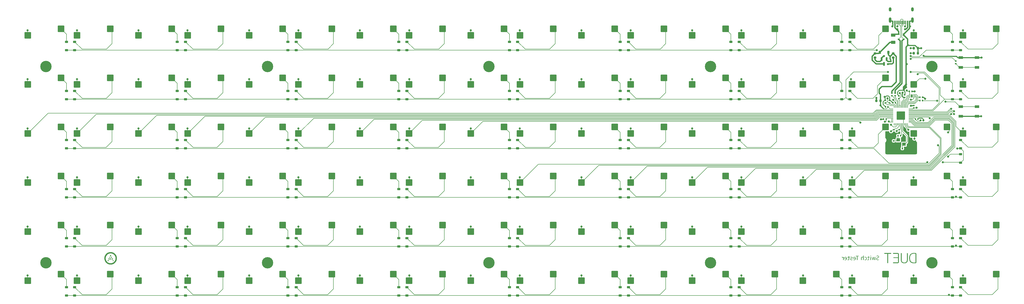
<source format=gbl>
%TF.GenerationSoftware,KiCad,Pcbnew,7.0.7*%
%TF.CreationDate,2023-09-25T11:45:10+09:00*%
%TF.ProjectId,Duet-Switch-Tester,44756574-2d53-4776-9974-63682d546573,rev?*%
%TF.SameCoordinates,Original*%
%TF.FileFunction,Copper,L2,Bot*%
%TF.FilePolarity,Positive*%
%FSLAX46Y46*%
G04 Gerber Fmt 4.6, Leading zero omitted, Abs format (unit mm)*
G04 Created by KiCad (PCBNEW 7.0.7) date 2023-09-25 11:45:10*
%MOMM*%
%LPD*%
G01*
G04 APERTURE LIST*
G04 Aperture macros list*
%AMRoundRect*
0 Rectangle with rounded corners*
0 $1 Rounding radius*
0 $2 $3 $4 $5 $6 $7 $8 $9 X,Y pos of 4 corners*
0 Add a 4 corners polygon primitive as box body*
4,1,4,$2,$3,$4,$5,$6,$7,$8,$9,$2,$3,0*
0 Add four circle primitives for the rounded corners*
1,1,$1+$1,$2,$3*
1,1,$1+$1,$4,$5*
1,1,$1+$1,$6,$7*
1,1,$1+$1,$8,$9*
0 Add four rect primitives between the rounded corners*
20,1,$1+$1,$2,$3,$4,$5,0*
20,1,$1+$1,$4,$5,$6,$7,0*
20,1,$1+$1,$6,$7,$8,$9,0*
20,1,$1+$1,$8,$9,$2,$3,0*%
G04 Aperture macros list end*
%ADD10C,0.300000*%
%TA.AperFunction,NonConductor*%
%ADD11C,0.300000*%
%TD*%
%TA.AperFunction,EtchedComponent*%
%ADD12C,0.010000*%
%TD*%
%TA.AperFunction,SMDPad,CuDef*%
%ADD13RoundRect,0.200000X-1.075000X-1.050000X1.075000X-1.050000X1.075000X1.050000X-1.075000X1.050000X0*%
%TD*%
%TA.AperFunction,ComponentPad*%
%ADD14C,4.400000*%
%TD*%
%TA.AperFunction,SMDPad,CuDef*%
%ADD15RoundRect,0.150300X0.449700X-0.299700X0.449700X0.299700X-0.449700X0.299700X-0.449700X-0.299700X0*%
%TD*%
%TA.AperFunction,SMDPad,CuDef*%
%ADD16RoundRect,0.135000X0.135000X0.185000X-0.135000X0.185000X-0.135000X-0.185000X0.135000X-0.185000X0*%
%TD*%
%TA.AperFunction,SMDPad,CuDef*%
%ADD17RoundRect,0.050000X-0.250000X0.550000X-0.250000X-0.550000X0.250000X-0.550000X0.250000X0.550000X0*%
%TD*%
%TA.AperFunction,SMDPad,CuDef*%
%ADD18RoundRect,0.050000X0.250000X0.050000X-0.250000X0.050000X-0.250000X-0.050000X0.250000X-0.050000X0*%
%TD*%
%TA.AperFunction,SMDPad,CuDef*%
%ADD19RoundRect,0.140000X0.140000X0.170000X-0.140000X0.170000X-0.140000X-0.170000X0.140000X-0.170000X0*%
%TD*%
%TA.AperFunction,SMDPad,CuDef*%
%ADD20RoundRect,0.225000X0.225000X0.250000X-0.225000X0.250000X-0.225000X-0.250000X0.225000X-0.250000X0*%
%TD*%
%TA.AperFunction,SMDPad,CuDef*%
%ADD21RoundRect,0.050000X0.387500X0.050000X-0.387500X0.050000X-0.387500X-0.050000X0.387500X-0.050000X0*%
%TD*%
%TA.AperFunction,SMDPad,CuDef*%
%ADD22RoundRect,0.050000X0.050000X0.387500X-0.050000X0.387500X-0.050000X-0.387500X0.050000X-0.387500X0*%
%TD*%
%TA.AperFunction,ComponentPad*%
%ADD23C,0.600000*%
%TD*%
%TA.AperFunction,SMDPad,CuDef*%
%ADD24RoundRect,0.144000X1.456000X1.456000X-1.456000X1.456000X-1.456000X-1.456000X1.456000X-1.456000X0*%
%TD*%
%TA.AperFunction,SMDPad,CuDef*%
%ADD25RoundRect,0.140000X-0.170000X0.140000X-0.170000X-0.140000X0.170000X-0.140000X0.170000X0.140000X0*%
%TD*%
%TA.AperFunction,SMDPad,CuDef*%
%ADD26RoundRect,0.140000X0.170000X-0.140000X0.170000X0.140000X-0.170000X0.140000X-0.170000X-0.140000X0*%
%TD*%
%TA.AperFunction,SMDPad,CuDef*%
%ADD27RoundRect,0.200000X0.200000X0.275000X-0.200000X0.275000X-0.200000X-0.275000X0.200000X-0.275000X0*%
%TD*%
%TA.AperFunction,SMDPad,CuDef*%
%ADD28RoundRect,0.140000X-0.140000X-0.170000X0.140000X-0.170000X0.140000X0.170000X-0.140000X0.170000X0*%
%TD*%
%TA.AperFunction,SMDPad,CuDef*%
%ADD29RoundRect,0.200000X-0.275000X0.200000X-0.275000X-0.200000X0.275000X-0.200000X0.275000X0.200000X0*%
%TD*%
%TA.AperFunction,SMDPad,CuDef*%
%ADD30RoundRect,0.135000X-0.185000X0.135000X-0.185000X-0.135000X0.185000X-0.135000X0.185000X0.135000X0*%
%TD*%
%TA.AperFunction,SMDPad,CuDef*%
%ADD31R,1.700000X1.000000*%
%TD*%
%TA.AperFunction,SMDPad,CuDef*%
%ADD32RoundRect,0.135000X0.185000X-0.135000X0.185000X0.135000X-0.185000X0.135000X-0.185000X-0.135000X0*%
%TD*%
%TA.AperFunction,SMDPad,CuDef*%
%ADD33RoundRect,0.150000X-0.150000X0.587500X-0.150000X-0.587500X0.150000X-0.587500X0.150000X0.587500X0*%
%TD*%
%TA.AperFunction,SMDPad,CuDef*%
%ADD34R,1.400000X1.200000*%
%TD*%
%TA.AperFunction,SMDPad,CuDef*%
%ADD35RoundRect,0.225000X-0.225000X-0.375000X0.225000X-0.375000X0.225000X0.375000X-0.225000X0.375000X0*%
%TD*%
%TA.AperFunction,SMDPad,CuDef*%
%ADD36RoundRect,0.250000X0.625000X-0.375000X0.625000X0.375000X-0.625000X0.375000X-0.625000X-0.375000X0*%
%TD*%
%TA.AperFunction,SMDPad,CuDef*%
%ADD37R,0.700000X1.000000*%
%TD*%
%TA.AperFunction,SMDPad,CuDef*%
%ADD38R,0.700000X0.600000*%
%TD*%
%TA.AperFunction,SMDPad,CuDef*%
%ADD39RoundRect,0.135000X-0.135000X-0.185000X0.135000X-0.185000X0.135000X0.185000X-0.135000X0.185000X0*%
%TD*%
%TA.AperFunction,SMDPad,CuDef*%
%ADD40R,0.600000X1.450000*%
%TD*%
%TA.AperFunction,SMDPad,CuDef*%
%ADD41R,0.300000X1.450000*%
%TD*%
%TA.AperFunction,ComponentPad*%
%ADD42O,1.000000X1.600000*%
%TD*%
%TA.AperFunction,ComponentPad*%
%ADD43O,1.000000X2.100000*%
%TD*%
%TA.AperFunction,SMDPad,CuDef*%
%ADD44RoundRect,0.200000X0.275000X-0.200000X0.275000X0.200000X-0.275000X0.200000X-0.275000X-0.200000X0*%
%TD*%
%TA.AperFunction,ViaPad*%
%ADD45C,0.800000*%
%TD*%
%TA.AperFunction,Conductor*%
%ADD46C,0.300000*%
%TD*%
%TA.AperFunction,Conductor*%
%ADD47C,0.500000*%
%TD*%
%TA.AperFunction,Conductor*%
%ADD48C,0.381000*%
%TD*%
%TA.AperFunction,Conductor*%
%ADD49C,0.200000*%
%TD*%
G04 APERTURE END LIST*
D10*
D11*
G36*
X383634222Y-129544056D02*
G01*
X383672325Y-129544342D01*
X383710064Y-129544914D01*
X383747437Y-129545773D01*
X383784446Y-129546918D01*
X383821089Y-129548349D01*
X383875370Y-129551032D01*
X383928830Y-129554360D01*
X383981469Y-129558331D01*
X384033287Y-129562946D01*
X384084284Y-129568206D01*
X384134460Y-129574109D01*
X384183814Y-129580656D01*
X384200808Y-129583189D01*
X384241729Y-129592653D01*
X384280414Y-129606588D01*
X384316863Y-129624996D01*
X384351075Y-129647876D01*
X384383051Y-129675228D01*
X384412792Y-129707052D01*
X384423883Y-129720698D01*
X384448480Y-129756001D01*
X384468605Y-129793005D01*
X384484258Y-129831707D01*
X384495438Y-129872109D01*
X384502147Y-129914211D01*
X384504383Y-129958012D01*
X384504383Y-133144465D01*
X384504025Y-133162193D01*
X384500000Y-133205354D01*
X384491503Y-133246861D01*
X384478533Y-133286713D01*
X384461092Y-133324910D01*
X384439178Y-133361452D01*
X384412792Y-133396340D01*
X384401142Y-133409496D01*
X384370266Y-133439285D01*
X384336886Y-133464647D01*
X384301001Y-133485582D01*
X384262611Y-133502089D01*
X384221717Y-133514168D01*
X384178319Y-133521820D01*
X384158803Y-133524130D01*
X384120141Y-133528531D01*
X384081974Y-133532638D01*
X384044300Y-133536452D01*
X384007119Y-133539973D01*
X383970433Y-133543200D01*
X383916329Y-133547491D01*
X383863336Y-133551121D01*
X383811453Y-133554092D01*
X383760682Y-133556402D01*
X383711022Y-133558052D01*
X383662472Y-133559042D01*
X383615034Y-133559372D01*
X383498333Y-133557360D01*
X383385337Y-133551322D01*
X383276045Y-133541260D01*
X383170459Y-133527172D01*
X383068577Y-133509060D01*
X382970401Y-133486922D01*
X382875928Y-133460760D01*
X382785161Y-133430572D01*
X382698099Y-133396360D01*
X382614741Y-133358122D01*
X382535088Y-133315860D01*
X382459140Y-133269572D01*
X382386897Y-133219260D01*
X382318358Y-133164923D01*
X382253524Y-133106560D01*
X382192395Y-133044173D01*
X382134971Y-132977760D01*
X382081252Y-132907323D01*
X382031237Y-132832860D01*
X381984927Y-132754373D01*
X381942322Y-132671860D01*
X381903422Y-132585323D01*
X381868226Y-132494760D01*
X381836736Y-132400173D01*
X381808950Y-132301560D01*
X381784869Y-132198923D01*
X381764492Y-132092261D01*
X381747821Y-131981573D01*
X381734854Y-131866861D01*
X381725592Y-131748123D01*
X381720035Y-131625361D01*
X381718183Y-131498573D01*
X382035088Y-131498573D01*
X382035461Y-131555790D01*
X382036583Y-131612035D01*
X382038453Y-131667309D01*
X382041070Y-131721612D01*
X382044435Y-131774943D01*
X382048547Y-131827303D01*
X382053408Y-131878691D01*
X382059016Y-131929109D01*
X382065372Y-131978554D01*
X382072475Y-132027029D01*
X382080327Y-132074532D01*
X382088926Y-132121063D01*
X382098273Y-132166624D01*
X382108368Y-132211213D01*
X382119210Y-132254830D01*
X382130800Y-132297476D01*
X382143138Y-132339151D01*
X382156224Y-132379855D01*
X382170057Y-132419587D01*
X382184639Y-132458348D01*
X382199968Y-132496137D01*
X382216044Y-132532955D01*
X382232869Y-132568802D01*
X382250441Y-132603677D01*
X382268761Y-132637581D01*
X382287829Y-132670513D01*
X382307644Y-132702474D01*
X382328208Y-132733464D01*
X382371577Y-132792530D01*
X382417938Y-132847710D01*
X382467372Y-132899283D01*
X382520191Y-132947530D01*
X382576394Y-132992449D01*
X382635982Y-133034040D01*
X382667045Y-133053588D01*
X382698955Y-133072305D01*
X382731710Y-133090189D01*
X382765312Y-133107242D01*
X382799759Y-133123462D01*
X382835053Y-133138851D01*
X382871193Y-133153408D01*
X382908179Y-133167134D01*
X382946012Y-133180027D01*
X382984690Y-133192089D01*
X383024215Y-133203318D01*
X383064586Y-133213716D01*
X383105802Y-133223282D01*
X383147865Y-133232017D01*
X383190775Y-133239919D01*
X383234530Y-133246990D01*
X383279131Y-133253228D01*
X383324579Y-133258635D01*
X383370873Y-133263210D01*
X383418013Y-133266954D01*
X383465999Y-133269865D01*
X383514831Y-133271945D01*
X383564509Y-133273192D01*
X383615034Y-133273608D01*
X383647763Y-133273404D01*
X383697233Y-133272334D01*
X383747154Y-133270345D01*
X383797525Y-133267439D01*
X383848347Y-133263615D01*
X383899621Y-133258874D01*
X383951344Y-133253215D01*
X384003519Y-133246638D01*
X384056145Y-133239143D01*
X384109221Y-133230731D01*
X384162748Y-133221401D01*
X384181982Y-133197588D01*
X384181982Y-129904889D01*
X384162748Y-129881075D01*
X384127013Y-129874753D01*
X384073787Y-129866035D01*
X384021011Y-129858235D01*
X383968686Y-129851352D01*
X383916812Y-129845387D01*
X383865388Y-129840339D01*
X383814416Y-129836210D01*
X383763894Y-129832998D01*
X383713823Y-129830704D01*
X383664203Y-129829327D01*
X383615034Y-129828868D01*
X383564844Y-129829264D01*
X383515485Y-129830453D01*
X383466957Y-129832434D01*
X383419258Y-129835208D01*
X383372389Y-129838774D01*
X383326350Y-129843133D01*
X383281141Y-129848284D01*
X383236762Y-129854227D01*
X383193214Y-129860963D01*
X383150495Y-129868492D01*
X383108606Y-129876813D01*
X383067548Y-129885927D01*
X383027319Y-129895832D01*
X382987921Y-129906531D01*
X382949353Y-129918022D01*
X382911614Y-129930305D01*
X382874706Y-129943381D01*
X382838627Y-129957249D01*
X382803379Y-129971910D01*
X382768961Y-129987364D01*
X382735373Y-130003609D01*
X382702615Y-130020648D01*
X382639589Y-130057102D01*
X382579883Y-130096725D01*
X382523497Y-130139519D01*
X382470431Y-130185483D01*
X382420686Y-130234617D01*
X382396963Y-130260418D01*
X382351775Y-130314671D01*
X382309601Y-130372459D01*
X382270438Y-130433782D01*
X382251987Y-130465770D01*
X382234288Y-130498640D01*
X382217343Y-130532395D01*
X382201151Y-130567033D01*
X382185712Y-130602555D01*
X382171026Y-130638961D01*
X382157093Y-130676250D01*
X382143914Y-130714423D01*
X382131487Y-130753480D01*
X382119814Y-130793420D01*
X382108894Y-130834245D01*
X382098726Y-130875953D01*
X382089312Y-130918544D01*
X382080651Y-130962020D01*
X382072744Y-131006379D01*
X382065589Y-131051621D01*
X382059188Y-131097748D01*
X382053539Y-131144758D01*
X382048644Y-131192652D01*
X382044502Y-131241430D01*
X382041113Y-131291091D01*
X382038477Y-131341636D01*
X382036594Y-131393065D01*
X382035464Y-131445377D01*
X382035088Y-131498573D01*
X381718183Y-131498573D01*
X381720035Y-131378322D01*
X381725592Y-131261889D01*
X381734854Y-131149273D01*
X381747821Y-131040475D01*
X381764492Y-130935494D01*
X381784869Y-130834331D01*
X381808950Y-130736985D01*
X381836736Y-130643456D01*
X381868226Y-130553745D01*
X381903422Y-130467852D01*
X381942322Y-130385776D01*
X381984927Y-130307517D01*
X382031237Y-130233076D01*
X382081252Y-130162453D01*
X382134971Y-130095647D01*
X382192395Y-130032658D01*
X382253524Y-129973487D01*
X382318358Y-129918134D01*
X382386897Y-129866598D01*
X382459140Y-129818879D01*
X382535088Y-129774978D01*
X382614741Y-129734894D01*
X382698099Y-129698628D01*
X382785161Y-129666179D01*
X382875928Y-129637548D01*
X382970401Y-129612735D01*
X383068577Y-129591739D01*
X383170459Y-129574560D01*
X383276045Y-129561199D01*
X383385337Y-129551655D01*
X383498333Y-129545929D01*
X383615034Y-129544020D01*
X383634222Y-129544056D01*
G37*
G36*
X378839475Y-133210410D02*
G01*
X378883897Y-133252667D01*
X378930608Y-133292198D01*
X378979610Y-133329003D01*
X379030901Y-133363081D01*
X379084481Y-133394433D01*
X379140352Y-133423059D01*
X379198512Y-133448959D01*
X379258962Y-133472132D01*
X379321702Y-133492579D01*
X379386732Y-133510300D01*
X379454051Y-133525294D01*
X379523661Y-133537562D01*
X379595560Y-133547104D01*
X379632368Y-133550853D01*
X379669748Y-133553920D01*
X379707701Y-133556305D01*
X379746227Y-133558009D01*
X379785325Y-133559032D01*
X379824995Y-133559372D01*
X379864666Y-133559032D01*
X379903767Y-133558009D01*
X379942297Y-133556305D01*
X379980256Y-133553920D01*
X380017645Y-133550853D01*
X380054463Y-133547104D01*
X380126387Y-133537562D01*
X380196028Y-133525294D01*
X380263387Y-133510300D01*
X380328463Y-133492579D01*
X380391257Y-133472132D01*
X380451768Y-133448959D01*
X380509996Y-133423059D01*
X380565942Y-133394433D01*
X380619605Y-133363081D01*
X380670985Y-133329003D01*
X380720083Y-133292198D01*
X380766898Y-133252667D01*
X380811431Y-133210410D01*
X380853355Y-133165509D01*
X380892575Y-133118046D01*
X380929090Y-133068022D01*
X380962900Y-133015436D01*
X380994005Y-132960288D01*
X381022405Y-132902578D01*
X381048101Y-132842307D01*
X381071092Y-132779474D01*
X381091378Y-132714080D01*
X381108959Y-132646124D01*
X381123835Y-132575606D01*
X381130259Y-132539386D01*
X381136007Y-132502526D01*
X381141078Y-132465025D01*
X381145474Y-132426885D01*
X381149193Y-132388103D01*
X381152236Y-132348682D01*
X381154602Y-132308619D01*
X381156293Y-132267917D01*
X381157307Y-132226574D01*
X381157645Y-132184590D01*
X381157645Y-129757427D01*
X381152905Y-129718877D01*
X381138683Y-129683367D01*
X381114980Y-129650899D01*
X381109102Y-129644770D01*
X381080130Y-129621304D01*
X381044030Y-129604238D01*
X381008023Y-129596985D01*
X380990949Y-129596227D01*
X380952005Y-129600699D01*
X380916460Y-129614116D01*
X380884314Y-129636477D01*
X380878292Y-129642022D01*
X380852693Y-129672577D01*
X380836576Y-129708140D01*
X380830176Y-129744429D01*
X380829749Y-129757427D01*
X380829749Y-132194665D01*
X380828763Y-132260708D01*
X380825803Y-132324653D01*
X380820870Y-132386502D01*
X380813964Y-132446255D01*
X380805085Y-132503910D01*
X380794233Y-132559470D01*
X380781407Y-132612932D01*
X380766609Y-132664299D01*
X380749837Y-132713568D01*
X380731092Y-132760741D01*
X380710374Y-132805818D01*
X380687683Y-132848797D01*
X380663019Y-132889681D01*
X380636381Y-132928467D01*
X380607771Y-132965157D01*
X380577187Y-132999751D01*
X380544630Y-133032248D01*
X380510100Y-133062648D01*
X380473597Y-133090952D01*
X380435120Y-133117159D01*
X380394671Y-133141270D01*
X380352248Y-133163284D01*
X380307853Y-133183201D01*
X380261484Y-133201022D01*
X380213142Y-133216747D01*
X380162827Y-133230374D01*
X380110538Y-133241906D01*
X380056277Y-133251340D01*
X380000042Y-133258678D01*
X379941835Y-133263920D01*
X379881654Y-133267064D01*
X379819500Y-133268113D01*
X379757684Y-133267064D01*
X379697830Y-133263920D01*
X379639939Y-133258678D01*
X379584010Y-133251340D01*
X379530044Y-133241906D01*
X379478040Y-133230374D01*
X379427999Y-133216747D01*
X379379920Y-133201022D01*
X379333803Y-133183201D01*
X379289649Y-133163284D01*
X379247457Y-133141270D01*
X379207228Y-133117159D01*
X379168961Y-133090952D01*
X379132656Y-133062648D01*
X379098314Y-133032248D01*
X379065934Y-132999751D01*
X379035517Y-132965157D01*
X379007062Y-132928467D01*
X378980569Y-132889681D01*
X378956039Y-132848797D01*
X378933471Y-132805818D01*
X378912866Y-132760741D01*
X378894223Y-132713568D01*
X378877543Y-132664299D01*
X378862825Y-132612932D01*
X378850069Y-132559470D01*
X378839276Y-132503910D01*
X378830445Y-132446255D01*
X378823577Y-132386502D01*
X378818670Y-132324653D01*
X378815727Y-132260708D01*
X378814746Y-132194665D01*
X378814746Y-129757427D01*
X378811196Y-129720156D01*
X378798924Y-129683161D01*
X378777887Y-129650818D01*
X378769866Y-129642022D01*
X378738918Y-129617872D01*
X378703319Y-129602667D01*
X378663069Y-129596406D01*
X378654461Y-129596227D01*
X378616747Y-129599849D01*
X378579431Y-129612372D01*
X378546945Y-129633838D01*
X378538141Y-129642022D01*
X378513991Y-129672970D01*
X378498785Y-129708569D01*
X378492524Y-129748819D01*
X378492345Y-129757427D01*
X378492345Y-132184590D01*
X378492684Y-132226574D01*
X378493701Y-132267917D01*
X378495396Y-132308619D01*
X378497769Y-132348682D01*
X378500820Y-132388103D01*
X378504549Y-132426885D01*
X378508956Y-132465025D01*
X378514041Y-132502526D01*
X378519804Y-132539386D01*
X378526245Y-132575606D01*
X378541160Y-132646124D01*
X378558788Y-132714080D01*
X378579128Y-132779474D01*
X378602179Y-132842307D01*
X378627943Y-132902578D01*
X378656418Y-132960288D01*
X378687606Y-133015436D01*
X378721505Y-133068022D01*
X378758117Y-133118046D01*
X378797440Y-133165509D01*
X378839475Y-133210410D01*
G37*
G36*
X377363943Y-133506250D02*
G01*
X377404618Y-133503857D01*
X377443638Y-133496679D01*
X377481004Y-133484716D01*
X377516714Y-133467967D01*
X377550770Y-133446434D01*
X377583171Y-133420115D01*
X377595669Y-133408247D01*
X377623902Y-133376508D01*
X377647350Y-133343114D01*
X377666012Y-133308065D01*
X377679889Y-133271361D01*
X377688981Y-133233003D01*
X377693288Y-133192990D01*
X377693671Y-133176522D01*
X377693671Y-129926871D01*
X377691278Y-129885954D01*
X377684100Y-129846782D01*
X377672137Y-129809354D01*
X377655389Y-129773670D01*
X377633855Y-129739731D01*
X377607536Y-129707535D01*
X377595669Y-129695145D01*
X377563929Y-129666648D01*
X377530535Y-129642981D01*
X377495486Y-129624144D01*
X377458783Y-129610137D01*
X377420425Y-129600960D01*
X377380412Y-129596613D01*
X377363943Y-129596227D01*
X375596236Y-129596227D01*
X375557165Y-129601422D01*
X375523074Y-129617007D01*
X375496401Y-129640191D01*
X375473457Y-129671734D01*
X375460037Y-129707174D01*
X375456101Y-129742773D01*
X375460863Y-129780908D01*
X375475149Y-129814714D01*
X375496401Y-129841691D01*
X375526380Y-129864635D01*
X375560905Y-129878055D01*
X375596236Y-129881991D01*
X377352952Y-129881991D01*
X377371270Y-129900309D01*
X377371270Y-131229296D01*
X377352952Y-131247614D01*
X375701565Y-131247614D01*
X375663430Y-131252376D01*
X375629623Y-131266662D01*
X375602647Y-131287914D01*
X375579181Y-131317893D01*
X375565456Y-131352418D01*
X375561431Y-131387748D01*
X375566301Y-131426405D01*
X375580912Y-131460516D01*
X375602647Y-131487582D01*
X375632518Y-131510527D01*
X375666718Y-131523947D01*
X375701565Y-131527882D01*
X377352952Y-131527882D01*
X377371270Y-131540705D01*
X377371270Y-133202167D01*
X377352952Y-133220485D01*
X375596236Y-133220485D01*
X375557579Y-133225247D01*
X375523467Y-133239533D01*
X375496401Y-133260785D01*
X375473457Y-133290765D01*
X375460037Y-133325289D01*
X375456101Y-133360620D01*
X375460863Y-133399188D01*
X375475149Y-133434293D01*
X375496401Y-133463202D01*
X375525967Y-133487710D01*
X375560511Y-133502046D01*
X375596236Y-133506250D01*
X377363943Y-133506250D01*
G37*
G36*
X374642773Y-129887486D02*
G01*
X374681754Y-129882400D01*
X374716840Y-129867140D01*
X374745355Y-129844439D01*
X374769863Y-129812895D01*
X374784198Y-129777455D01*
X374788402Y-129741857D01*
X374783316Y-129702875D01*
X374768056Y-129667789D01*
X374745355Y-129639275D01*
X374713811Y-129614766D01*
X374678371Y-129600431D01*
X374642773Y-129596227D01*
X372205534Y-129596227D01*
X372166661Y-129601314D01*
X372131900Y-129616574D01*
X372103868Y-129639275D01*
X372079359Y-129670818D01*
X372065024Y-129706258D01*
X372060820Y-129741857D01*
X372065907Y-129780838D01*
X372081167Y-129815924D01*
X372103868Y-129844439D01*
X372134890Y-129868947D01*
X372170025Y-129883283D01*
X372205534Y-129887486D01*
X373245093Y-129887486D01*
X373263411Y-129904889D01*
X373263411Y-133345049D01*
X373267251Y-133382763D01*
X373280524Y-133420080D01*
X373303279Y-133452566D01*
X373311954Y-133461370D01*
X373343421Y-133485037D01*
X373378286Y-133499938D01*
X373416551Y-133506074D01*
X373424611Y-133506250D01*
X373463162Y-133501867D01*
X373498671Y-133488718D01*
X373531140Y-133466805D01*
X373537268Y-133461370D01*
X373562867Y-133430333D01*
X373578985Y-133394465D01*
X373585385Y-133358055D01*
X373585812Y-133345049D01*
X373585812Y-129904889D01*
X373604130Y-129887486D01*
X374642773Y-129887486D01*
G37*
D10*
D11*
G36*
X369549594Y-131532442D02*
G01*
X369579238Y-131522089D01*
X369607940Y-131511371D01*
X369635702Y-131500288D01*
X369662523Y-131488839D01*
X369688402Y-131477026D01*
X369713341Y-131464847D01*
X369737338Y-131452304D01*
X369760395Y-131439395D01*
X369782510Y-131426121D01*
X369803684Y-131412482D01*
X369823917Y-131398478D01*
X369843209Y-131384109D01*
X369861560Y-131369374D01*
X369878970Y-131354275D01*
X369895439Y-131338810D01*
X369910966Y-131322981D01*
X369925553Y-131306786D01*
X369939199Y-131290226D01*
X369951903Y-131273301D01*
X369963667Y-131256011D01*
X369974489Y-131238356D01*
X369984370Y-131220335D01*
X369993310Y-131201950D01*
X370001310Y-131183199D01*
X370008368Y-131164084D01*
X370014485Y-131144603D01*
X370019661Y-131124757D01*
X370023895Y-131104546D01*
X370027189Y-131083970D01*
X370029542Y-131063029D01*
X370030953Y-131041722D01*
X370031424Y-131020051D01*
X370030926Y-130995636D01*
X370029433Y-130971903D01*
X370026945Y-130948852D01*
X370023461Y-130926483D01*
X370018982Y-130904796D01*
X370013508Y-130883792D01*
X370007038Y-130863470D01*
X369999573Y-130843830D01*
X369991113Y-130824872D01*
X369981657Y-130806596D01*
X369971206Y-130789002D01*
X369959760Y-130772091D01*
X369947318Y-130755862D01*
X369933881Y-130740315D01*
X369919449Y-130725450D01*
X369904021Y-130711267D01*
X369887709Y-130697858D01*
X369870626Y-130685314D01*
X369852770Y-130673635D01*
X369834143Y-130662821D01*
X369814743Y-130652872D01*
X369794571Y-130643789D01*
X369773627Y-130635570D01*
X369751911Y-130628217D01*
X369729423Y-130621728D01*
X369706163Y-130616105D01*
X369682130Y-130611347D01*
X369657326Y-130607454D01*
X369631750Y-130604426D01*
X369605401Y-130602264D01*
X369578280Y-130600966D01*
X369550388Y-130600533D01*
X369524507Y-130600777D01*
X369498860Y-130601507D01*
X369473444Y-130602724D01*
X369448262Y-130604428D01*
X369423312Y-130606619D01*
X369398594Y-130609296D01*
X369374109Y-130612460D01*
X369349857Y-130616111D01*
X369325837Y-130620249D01*
X369302049Y-130624874D01*
X369278495Y-130629986D01*
X369255172Y-130635584D01*
X369232083Y-130641669D01*
X369209226Y-130648241D01*
X369186601Y-130655300D01*
X369164209Y-130662846D01*
X369149572Y-130669390D01*
X369133871Y-130678894D01*
X369119652Y-130690411D01*
X369108642Y-130701886D01*
X369098722Y-130714839D01*
X369090089Y-130728690D01*
X369083243Y-130743155D01*
X369078182Y-130758234D01*
X369074908Y-130773927D01*
X369073420Y-130790233D01*
X369073320Y-130795806D01*
X369075280Y-130813120D01*
X369081159Y-130828152D01*
X369090957Y-130840903D01*
X369104675Y-130851371D01*
X369120303Y-130858465D01*
X369136228Y-130861492D01*
X369152451Y-130860450D01*
X369168972Y-130855340D01*
X369191849Y-130845535D01*
X369214739Y-130836363D01*
X369237641Y-130827824D01*
X369260555Y-130819917D01*
X369283482Y-130812643D01*
X369306422Y-130806001D01*
X369329373Y-130799991D01*
X369352337Y-130794615D01*
X369375314Y-130789871D01*
X369398303Y-130785759D01*
X369421304Y-130782280D01*
X369444318Y-130779434D01*
X369467344Y-130777220D01*
X369490382Y-130775638D01*
X369513433Y-130774689D01*
X369536496Y-130774373D01*
X369552907Y-130774612D01*
X369568899Y-130775328D01*
X369592102Y-130777298D01*
X369614364Y-130780342D01*
X369635683Y-130784461D01*
X369656061Y-130789654D01*
X369675497Y-130795921D01*
X369693991Y-130803263D01*
X369711543Y-130811679D01*
X369728153Y-130821170D01*
X369743821Y-130831735D01*
X369748835Y-130835495D01*
X369762950Y-130847436D01*
X369775677Y-130860485D01*
X369787015Y-130874645D01*
X369796965Y-130889913D01*
X369805526Y-130906291D01*
X369812699Y-130923778D01*
X369818484Y-130942374D01*
X369822881Y-130962080D01*
X369825889Y-130982894D01*
X369827508Y-131004819D01*
X369827817Y-131020051D01*
X369826682Y-131046435D01*
X369823278Y-131071908D01*
X369817603Y-131096469D01*
X369809659Y-131120118D01*
X369799445Y-131142856D01*
X369786962Y-131164682D01*
X369772208Y-131185596D01*
X369755185Y-131205599D01*
X369735892Y-131224690D01*
X369714330Y-131242870D01*
X369690498Y-131260138D01*
X369664396Y-131276495D01*
X369650493Y-131284331D01*
X369636024Y-131291939D01*
X369620987Y-131299320D01*
X369605382Y-131306472D01*
X369589210Y-131313397D01*
X369572471Y-131320094D01*
X369555164Y-131326563D01*
X369537290Y-131332804D01*
X369519521Y-131338737D01*
X369502084Y-131344728D01*
X369484979Y-131350777D01*
X369468206Y-131356884D01*
X369451764Y-131363050D01*
X369435654Y-131369273D01*
X369419876Y-131375555D01*
X369404430Y-131381895D01*
X369389315Y-131388293D01*
X369374532Y-131394749D01*
X369345962Y-131407836D01*
X369318719Y-131421155D01*
X369292803Y-131434707D01*
X369268214Y-131448491D01*
X369244952Y-131462508D01*
X369223018Y-131476757D01*
X369202410Y-131491239D01*
X369183130Y-131505954D01*
X369165177Y-131520901D01*
X369148550Y-131536081D01*
X369133251Y-131551493D01*
X369119073Y-131567297D01*
X369105810Y-131583654D01*
X369093461Y-131600562D01*
X369082027Y-131618022D01*
X369071508Y-131636035D01*
X369061903Y-131654599D01*
X369053214Y-131673715D01*
X369045438Y-131693383D01*
X369038578Y-131713603D01*
X369032632Y-131734374D01*
X369027601Y-131755698D01*
X369023485Y-131777574D01*
X369020284Y-131800002D01*
X369017997Y-131822981D01*
X369016625Y-131846513D01*
X369016168Y-131870596D01*
X369016710Y-131898893D01*
X369018338Y-131926335D01*
X369021051Y-131952921D01*
X369024850Y-131978651D01*
X369029733Y-132003525D01*
X369035702Y-132027543D01*
X369042756Y-132050706D01*
X369050896Y-132073012D01*
X369060120Y-132094463D01*
X369070430Y-132115058D01*
X369081826Y-132134798D01*
X369094306Y-132153681D01*
X369107872Y-132171709D01*
X369122523Y-132188881D01*
X369138259Y-132205197D01*
X369155081Y-132220657D01*
X369172939Y-132235172D01*
X369191787Y-132248750D01*
X369211624Y-132261392D01*
X369232450Y-132273097D01*
X369254266Y-132283866D01*
X369277070Y-132293698D01*
X369300863Y-132302594D01*
X369325646Y-132310554D01*
X369351418Y-132317577D01*
X369378179Y-132323664D01*
X369405929Y-132328814D01*
X369434668Y-132333028D01*
X369464396Y-132336305D01*
X369495114Y-132338647D01*
X369526821Y-132340051D01*
X369543045Y-132340402D01*
X369559516Y-132340519D01*
X369584268Y-132340237D01*
X369608713Y-132339391D01*
X369632850Y-132337980D01*
X369656681Y-132336005D01*
X369680205Y-132333465D01*
X369703422Y-132330361D01*
X369726331Y-132326693D01*
X369748934Y-132322461D01*
X369771230Y-132317664D01*
X369793219Y-132312303D01*
X369814901Y-132306377D01*
X369836276Y-132299887D01*
X369857344Y-132292833D01*
X369878105Y-132285215D01*
X369898559Y-132277032D01*
X369918706Y-132268285D01*
X369934381Y-132260313D01*
X369948515Y-132251280D01*
X369961107Y-132241187D01*
X369975497Y-132226080D01*
X369987147Y-132209088D01*
X369996055Y-132190211D01*
X370000937Y-132174816D01*
X370004278Y-132158360D01*
X370006077Y-132140844D01*
X370006420Y-132128578D01*
X370004460Y-132111338D01*
X369998581Y-132096528D01*
X369987282Y-132082774D01*
X369975065Y-132074203D01*
X369959214Y-132067654D01*
X369943413Y-132065471D01*
X369927661Y-132067654D01*
X369911959Y-132074203D01*
X369892728Y-132084825D01*
X369873237Y-132094761D01*
X369853485Y-132104012D01*
X369833473Y-132112578D01*
X369813200Y-132120458D01*
X369792667Y-132127654D01*
X369771873Y-132134164D01*
X369750819Y-132139988D01*
X369729505Y-132145128D01*
X369707930Y-132149582D01*
X369686095Y-132153351D01*
X369663999Y-132156435D01*
X369641642Y-132158833D01*
X369619026Y-132160546D01*
X369596148Y-132161574D01*
X369573011Y-132161917D01*
X369551571Y-132161632D01*
X369530813Y-132160779D01*
X369510735Y-132159356D01*
X369491337Y-132157365D01*
X369472620Y-132154804D01*
X369454584Y-132151675D01*
X369437229Y-132147977D01*
X369420554Y-132143709D01*
X369404559Y-132138873D01*
X369389245Y-132133468D01*
X369360660Y-132120950D01*
X369334796Y-132106156D01*
X369311656Y-132089087D01*
X369291237Y-132069741D01*
X369273541Y-132048120D01*
X369258568Y-132024222D01*
X369246317Y-131998049D01*
X369236788Y-131969600D01*
X369229982Y-131938874D01*
X369227600Y-131922658D01*
X369225898Y-131905873D01*
X369224877Y-131888519D01*
X369224537Y-131870596D01*
X369225196Y-131848762D01*
X369227174Y-131827611D01*
X369230471Y-131807143D01*
X369235086Y-131787360D01*
X369241020Y-131768260D01*
X369248272Y-131749844D01*
X369256843Y-131732112D01*
X369266732Y-131715063D01*
X369277940Y-131698698D01*
X369290467Y-131683017D01*
X369299550Y-131672943D01*
X369314494Y-131658220D01*
X369331196Y-131643817D01*
X369349657Y-131629736D01*
X369362940Y-131620527D01*
X369377005Y-131611460D01*
X369391852Y-131602536D01*
X369407479Y-131593755D01*
X369423888Y-131585117D01*
X369441079Y-131576620D01*
X369459051Y-131568267D01*
X369477804Y-131560056D01*
X369497339Y-131551988D01*
X369517655Y-131544063D01*
X369538752Y-131536280D01*
X369549594Y-131532442D01*
G37*
G36*
X368579980Y-132198828D02*
G01*
X368851853Y-131210560D01*
X368854813Y-131193345D01*
X368854317Y-131176776D01*
X368850364Y-131160853D01*
X368842954Y-131145575D01*
X368837168Y-131137135D01*
X368825200Y-131123990D01*
X368811523Y-131114073D01*
X368796137Y-131107385D01*
X368779042Y-131103926D01*
X368768505Y-131103399D01*
X368751845Y-131104390D01*
X368735799Y-131107362D01*
X368720366Y-131112315D01*
X368705548Y-131119250D01*
X368691343Y-131128166D01*
X368686745Y-131131578D01*
X368673852Y-131142611D01*
X368662857Y-131154871D01*
X368653759Y-131168359D01*
X368646559Y-131183075D01*
X368641257Y-131199019D01*
X368639911Y-131204607D01*
X368412888Y-132150010D01*
X368423604Y-132151598D01*
X368433923Y-132150010D01*
X368218806Y-131227230D01*
X368213405Y-131210608D01*
X368206628Y-131194975D01*
X368198475Y-131180329D01*
X368188946Y-131166673D01*
X368178041Y-131154004D01*
X368165760Y-131142324D01*
X368160463Y-131137929D01*
X368146529Y-131127981D01*
X368132013Y-131119720D01*
X368116917Y-131113144D01*
X368101239Y-131108255D01*
X368084979Y-131105051D01*
X368068138Y-131103534D01*
X368061239Y-131103399D01*
X368044032Y-131104252D01*
X368027387Y-131106810D01*
X368011304Y-131111073D01*
X367995782Y-131117042D01*
X367980823Y-131124716D01*
X367966426Y-131134096D01*
X367960825Y-131138326D01*
X367947604Y-131149610D01*
X367935972Y-131161883D01*
X367925930Y-131175145D01*
X367917476Y-131189395D01*
X367910612Y-131204633D01*
X367905337Y-131220859D01*
X367903672Y-131227627D01*
X367690539Y-132150010D01*
X367698874Y-132141278D01*
X367709193Y-132150010D01*
X367482567Y-131201829D01*
X367477050Y-131186285D01*
X367470027Y-131171801D01*
X367461497Y-131158378D01*
X367451460Y-131146015D01*
X367439916Y-131134713D01*
X367435733Y-131131181D01*
X367422408Y-131121740D01*
X367408329Y-131114251D01*
X367390951Y-131107984D01*
X367375240Y-131104728D01*
X367358775Y-131103426D01*
X367355957Y-131103399D01*
X367338870Y-131105013D01*
X367323378Y-131109856D01*
X367309481Y-131117928D01*
X367297180Y-131129228D01*
X367290867Y-131137135D01*
X367281946Y-131152084D01*
X367276368Y-131167414D01*
X367274085Y-131185398D01*
X367275670Y-131201541D01*
X367277372Y-131208576D01*
X367549245Y-132198828D01*
X367554646Y-132214516D01*
X367561423Y-132229332D01*
X367569576Y-132243275D01*
X367579105Y-132256347D01*
X367590010Y-132268546D01*
X367602291Y-132279874D01*
X367607588Y-132284160D01*
X367621360Y-132293765D01*
X367635635Y-132301742D01*
X367650414Y-132308090D01*
X367665696Y-132312811D01*
X367681483Y-132315904D01*
X367697773Y-132317369D01*
X367704431Y-132317500D01*
X367720933Y-132316656D01*
X367736950Y-132314127D01*
X367752483Y-132309912D01*
X367767531Y-132304011D01*
X367782095Y-132296424D01*
X367796174Y-132287151D01*
X367801670Y-132282970D01*
X367814492Y-132271743D01*
X367825918Y-132259644D01*
X367835949Y-132246674D01*
X367844584Y-132232831D01*
X367851824Y-132218116D01*
X367857669Y-132202529D01*
X367859617Y-132196050D01*
X368075130Y-131286764D01*
X368064811Y-131285177D01*
X368054095Y-131286764D01*
X368269609Y-132195653D01*
X368274105Y-132211598D01*
X368280151Y-132226691D01*
X368287748Y-132240931D01*
X368296895Y-132254319D01*
X368307593Y-132266854D01*
X368319841Y-132278536D01*
X368325174Y-132282970D01*
X368339059Y-132292917D01*
X368353429Y-132301179D01*
X368368284Y-132307754D01*
X368383623Y-132312644D01*
X368399446Y-132315847D01*
X368415754Y-132317365D01*
X368422413Y-132317500D01*
X368438934Y-132316686D01*
X368455010Y-132314244D01*
X368470639Y-132310174D01*
X368485823Y-132304476D01*
X368500561Y-132297151D01*
X368514854Y-132288198D01*
X368520446Y-132284160D01*
X368533620Y-132273182D01*
X368545361Y-132261331D01*
X368555667Y-132248608D01*
X368564539Y-132235014D01*
X368571977Y-132220547D01*
X368577980Y-132205208D01*
X368579980Y-132198828D01*
G37*
G36*
X366764981Y-132286542D02*
G01*
X366778707Y-132298604D01*
X366793838Y-132307704D01*
X366810375Y-132313841D01*
X366828317Y-132317016D01*
X366839200Y-132317500D01*
X366855368Y-132316411D01*
X366872960Y-132312390D01*
X366889184Y-132305407D01*
X366904042Y-132295460D01*
X366913817Y-132286542D01*
X366925415Y-132272330D01*
X366934165Y-132257131D01*
X366940066Y-132240945D01*
X366943119Y-132223770D01*
X366943584Y-132213513D01*
X366943584Y-131207385D01*
X366942159Y-131189666D01*
X366937886Y-131172972D01*
X366930764Y-131157303D01*
X366920793Y-131142660D01*
X366913817Y-131134754D01*
X366902003Y-131124098D01*
X366886950Y-131114453D01*
X366870530Y-131107808D01*
X366852743Y-131104164D01*
X366839200Y-131103399D01*
X366823047Y-131104501D01*
X366805507Y-131108574D01*
X366789372Y-131115647D01*
X366774642Y-131125721D01*
X366764981Y-131134754D01*
X366753382Y-131148810D01*
X366744633Y-131163893D01*
X366738731Y-131180001D01*
X366735679Y-131197134D01*
X366735214Y-131207385D01*
X366735214Y-132213513D01*
X366736638Y-132231252D01*
X366740912Y-132248003D01*
X366748034Y-132263766D01*
X366758005Y-132278542D01*
X366764981Y-132286542D01*
G37*
G36*
X366765378Y-130817635D02*
G01*
X366779085Y-130829233D01*
X366794159Y-130837983D01*
X366810601Y-130843884D01*
X366828410Y-130846937D01*
X366839200Y-130847402D01*
X366855233Y-130846355D01*
X366872703Y-130842489D01*
X366888843Y-130835774D01*
X366903654Y-130826210D01*
X366913420Y-130817635D01*
X366925173Y-130803773D01*
X366934040Y-130788582D01*
X366940019Y-130772062D01*
X366943112Y-130754212D01*
X366943584Y-130743415D01*
X366943584Y-130681500D01*
X366942159Y-130663780D01*
X366937886Y-130647086D01*
X366930764Y-130631418D01*
X366920793Y-130616775D01*
X366913817Y-130608868D01*
X366902003Y-130598212D01*
X366886950Y-130588567D01*
X366870530Y-130581923D01*
X366852743Y-130578279D01*
X366839200Y-130577513D01*
X366823047Y-130578616D01*
X366805507Y-130582688D01*
X366789372Y-130589761D01*
X366774642Y-130599835D01*
X366764981Y-130608868D01*
X366753382Y-130622925D01*
X366744633Y-130638007D01*
X366738731Y-130654115D01*
X366735679Y-130671249D01*
X366735214Y-130681500D01*
X366735214Y-130743415D01*
X366736275Y-130759448D01*
X366740192Y-130776918D01*
X366746997Y-130793058D01*
X366756688Y-130807869D01*
X366765378Y-130817635D01*
G37*
G36*
X366305774Y-131311769D02*
G01*
X366322518Y-131310330D01*
X366337823Y-131306014D01*
X366353322Y-131297718D01*
X366364118Y-131288749D01*
X366374189Y-131276321D01*
X366382079Y-131260620D01*
X366386036Y-131245135D01*
X366387137Y-131230405D01*
X366385699Y-131213686D01*
X366380641Y-131196656D01*
X366371941Y-131181510D01*
X366364118Y-131172459D01*
X366351690Y-131162214D01*
X366335989Y-131154187D01*
X366320504Y-131150162D01*
X366305774Y-131149042D01*
X366139078Y-131149042D01*
X366131140Y-131141104D01*
X366131140Y-130814063D01*
X366129754Y-130796457D01*
X366125595Y-130780105D01*
X366118663Y-130765006D01*
X366108958Y-130751161D01*
X366102167Y-130743812D01*
X366088884Y-130732523D01*
X366074385Y-130724006D01*
X366058670Y-130718263D01*
X366041740Y-130715292D01*
X366031520Y-130714839D01*
X366013895Y-130716225D01*
X365997486Y-130720385D01*
X365982293Y-130727317D01*
X365968314Y-130737022D01*
X365960873Y-130743812D01*
X365949583Y-130756941D01*
X365941067Y-130771324D01*
X365935323Y-130786959D01*
X365932352Y-130803849D01*
X365931899Y-130814063D01*
X365931899Y-131141104D01*
X365923961Y-131149042D01*
X365581045Y-131149042D01*
X365564325Y-131150505D01*
X365547295Y-131155651D01*
X365532149Y-131164500D01*
X365523098Y-131172459D01*
X365512853Y-131184713D01*
X365504826Y-131200278D01*
X365500802Y-131215694D01*
X365499681Y-131230405D01*
X365501145Y-131247149D01*
X365505535Y-131262454D01*
X365513974Y-131277953D01*
X365523098Y-131288749D01*
X365536988Y-131299876D01*
X365552763Y-131307362D01*
X365568366Y-131310959D01*
X365581045Y-131311769D01*
X365923961Y-131311769D01*
X365931899Y-131319310D01*
X365931899Y-131922986D01*
X365931743Y-131942541D01*
X365931273Y-131961218D01*
X365930490Y-131979018D01*
X365929394Y-131995940D01*
X365927985Y-132011985D01*
X365925284Y-132034407D01*
X365921878Y-132054854D01*
X365917767Y-132073328D01*
X365912952Y-132089826D01*
X365905436Y-132108753D01*
X365896667Y-132124170D01*
X365891813Y-132130562D01*
X365877397Y-132144169D01*
X365863142Y-132153393D01*
X365846470Y-132161142D01*
X365827378Y-132167415D01*
X365811473Y-132171151D01*
X365794207Y-132174057D01*
X365775580Y-132176132D01*
X365755593Y-132177377D01*
X365734246Y-132177793D01*
X365716764Y-132177619D01*
X365700038Y-132177098D01*
X365684070Y-132176230D01*
X365665173Y-132174656D01*
X365647458Y-132172540D01*
X365630925Y-132169881D01*
X365615574Y-132166680D01*
X365598890Y-132165438D01*
X365582770Y-132167963D01*
X365567216Y-132174256D01*
X365558818Y-132179380D01*
X365545772Y-132190717D01*
X365536995Y-132204189D01*
X365532488Y-132219796D01*
X365531830Y-132229389D01*
X365533219Y-132247175D01*
X365537386Y-132264018D01*
X365544332Y-132279919D01*
X365554056Y-132294877D01*
X365565938Y-132307726D01*
X365579358Y-132317698D01*
X365594316Y-132324792D01*
X365610812Y-132329009D01*
X365626489Y-132331707D01*
X365643159Y-132334045D01*
X365660820Y-132336023D01*
X365679474Y-132337642D01*
X365699121Y-132338901D01*
X365719759Y-132339800D01*
X365735889Y-132340238D01*
X365752577Y-132340474D01*
X365764013Y-132340519D01*
X365789366Y-132340178D01*
X365813730Y-132339155D01*
X365837105Y-132337450D01*
X365859491Y-132335062D01*
X365880888Y-132331992D01*
X365901295Y-132328240D01*
X365920713Y-132323806D01*
X365939143Y-132318690D01*
X365956583Y-132312892D01*
X365973034Y-132306411D01*
X365988496Y-132299249D01*
X366002968Y-132291404D01*
X366016452Y-132282877D01*
X366034823Y-132268807D01*
X366050968Y-132253203D01*
X366065295Y-132235535D01*
X366078214Y-132215426D01*
X366086043Y-132200664D01*
X366093246Y-132184816D01*
X366099823Y-132167883D01*
X366105773Y-132149864D01*
X366111097Y-132130761D01*
X366115795Y-132110572D01*
X366119866Y-132089297D01*
X366123311Y-132066938D01*
X366126130Y-132043493D01*
X366128322Y-132018963D01*
X366129888Y-131993348D01*
X366130827Y-131966648D01*
X366131140Y-131938862D01*
X366131140Y-131319310D01*
X366139078Y-131311769D01*
X366305774Y-131311769D01*
G37*
G36*
X364717799Y-132340519D02*
G01*
X364734890Y-132340363D01*
X364751735Y-132339893D01*
X364768332Y-132339110D01*
X364784682Y-132338014D01*
X364800784Y-132336605D01*
X364816639Y-132334882D01*
X364847608Y-132330498D01*
X364877588Y-132324861D01*
X364906578Y-132317971D01*
X364934579Y-132309828D01*
X364961591Y-132300433D01*
X364987614Y-132289785D01*
X365012648Y-132277884D01*
X365036693Y-132264731D01*
X365059748Y-132250325D01*
X365081815Y-132234666D01*
X365102892Y-132217755D01*
X365122980Y-132199591D01*
X365142079Y-132180174D01*
X365160102Y-132159501D01*
X365176962Y-132137669D01*
X365192660Y-132114677D01*
X365207195Y-132090525D01*
X365220567Y-132065214D01*
X365232776Y-132038743D01*
X365243822Y-132011112D01*
X365253706Y-131982322D01*
X365262426Y-131952372D01*
X365266351Y-131936962D01*
X365269985Y-131921262D01*
X365273328Y-131905272D01*
X365276380Y-131888993D01*
X365279141Y-131872423D01*
X365281612Y-131855564D01*
X365283793Y-131838414D01*
X365285682Y-131820975D01*
X365287281Y-131803246D01*
X365288589Y-131785227D01*
X365289606Y-131766918D01*
X365290333Y-131748318D01*
X365290769Y-131729430D01*
X365290915Y-131710251D01*
X365290774Y-131691242D01*
X365290352Y-131672516D01*
X365289648Y-131654073D01*
X365288663Y-131635914D01*
X365287397Y-131618037D01*
X365285849Y-131600443D01*
X365284020Y-131583132D01*
X365281910Y-131566104D01*
X365279518Y-131549358D01*
X365276845Y-131532896D01*
X365273890Y-131516717D01*
X365270654Y-131500821D01*
X365267137Y-131485207D01*
X365259258Y-131454829D01*
X365250253Y-131425583D01*
X365240123Y-131397469D01*
X365228868Y-131370486D01*
X365216486Y-131344635D01*
X365202980Y-131319916D01*
X365188347Y-131296329D01*
X365172589Y-131273873D01*
X365155706Y-131252549D01*
X365146842Y-131242312D01*
X365128326Y-131222703D01*
X365108895Y-131204359D01*
X365088549Y-131187280D01*
X365067289Y-131171466D01*
X365045114Y-131156918D01*
X365022025Y-131143634D01*
X364998020Y-131131616D01*
X364973101Y-131120862D01*
X364947267Y-131111374D01*
X364920519Y-131103151D01*
X364892856Y-131096193D01*
X364864278Y-131090500D01*
X364834785Y-131086072D01*
X364804378Y-131082909D01*
X364773055Y-131081011D01*
X364757051Y-131080537D01*
X364740819Y-131080379D01*
X364718151Y-131080606D01*
X364695247Y-131081286D01*
X364672105Y-131082420D01*
X364648727Y-131084007D01*
X364625111Y-131086047D01*
X364609235Y-131087660D01*
X364593254Y-131089474D01*
X364577167Y-131091489D01*
X364560975Y-131093706D01*
X364544677Y-131096125D01*
X364528275Y-131098745D01*
X364511766Y-131101567D01*
X364495152Y-131104590D01*
X364486806Y-131106177D01*
X364469467Y-131111337D01*
X364453566Y-131119275D01*
X364439104Y-131129991D01*
X364427630Y-131141646D01*
X364426081Y-131143485D01*
X364416338Y-131156809D01*
X364408988Y-131171083D01*
X364404031Y-131186307D01*
X364401467Y-131202480D01*
X364401077Y-131212148D01*
X364402912Y-131228297D01*
X364409366Y-131244270D01*
X364420466Y-131257920D01*
X364430447Y-131265729D01*
X364445182Y-131273567D01*
X364462351Y-131278353D01*
X364480149Y-131278870D01*
X364492363Y-131276842D01*
X364514003Y-131271593D01*
X364535762Y-131266861D01*
X364557640Y-131262644D01*
X364579636Y-131258944D01*
X364601751Y-131255761D01*
X364623984Y-131253093D01*
X364646336Y-131250942D01*
X364668807Y-131249307D01*
X364691396Y-131248189D01*
X364714104Y-131247586D01*
X364729309Y-131247472D01*
X364751041Y-131247924D01*
X364772083Y-131249279D01*
X364792436Y-131251539D01*
X364812098Y-131254703D01*
X364831071Y-131258770D01*
X364849354Y-131263741D01*
X364866947Y-131269616D01*
X364883849Y-131276395D01*
X364900062Y-131284078D01*
X364915586Y-131292665D01*
X364930419Y-131302155D01*
X364944562Y-131312550D01*
X364958015Y-131323848D01*
X364970779Y-131336050D01*
X364982852Y-131349156D01*
X364994236Y-131363166D01*
X365004929Y-131378080D01*
X365014933Y-131393898D01*
X365024247Y-131410619D01*
X365032871Y-131428245D01*
X365040805Y-131446774D01*
X365048049Y-131466207D01*
X365054603Y-131486544D01*
X365060468Y-131507785D01*
X365065642Y-131529930D01*
X365070126Y-131552978D01*
X365073921Y-131576931D01*
X365077026Y-131601787D01*
X365079440Y-131627547D01*
X365081165Y-131654211D01*
X365082200Y-131681779D01*
X365082545Y-131710251D01*
X365082184Y-131739999D01*
X365081100Y-131768718D01*
X365079294Y-131796408D01*
X365076765Y-131823068D01*
X365073514Y-131848699D01*
X365069540Y-131873300D01*
X365064844Y-131896872D01*
X365059426Y-131919414D01*
X365053285Y-131940927D01*
X365046421Y-131961411D01*
X365038835Y-131980865D01*
X365030527Y-131999289D01*
X365021496Y-132016684D01*
X365011743Y-132033050D01*
X365001267Y-132048386D01*
X364990068Y-132062693D01*
X364978078Y-132076054D01*
X364965325Y-132088553D01*
X364951808Y-132100190D01*
X364937529Y-132110965D01*
X364922488Y-132120879D01*
X364906683Y-132129930D01*
X364890116Y-132138119D01*
X364872786Y-132145446D01*
X364854693Y-132151911D01*
X364835838Y-132157514D01*
X364816219Y-132162255D01*
X364795838Y-132166134D01*
X364774694Y-132169151D01*
X364752787Y-132171306D01*
X364730118Y-132172599D01*
X364706686Y-132173030D01*
X364683223Y-132172737D01*
X364660165Y-132171858D01*
X364637512Y-132170393D01*
X364615263Y-132168342D01*
X364593420Y-132165704D01*
X364571980Y-132162481D01*
X364550946Y-132158672D01*
X364530316Y-132154277D01*
X364510090Y-132149295D01*
X364490270Y-132143728D01*
X364477281Y-132139691D01*
X364460087Y-132135697D01*
X364443332Y-132136663D01*
X364427017Y-132142590D01*
X364418143Y-132148025D01*
X364405815Y-132158841D01*
X364396156Y-132173143D01*
X364390954Y-132189706D01*
X364389964Y-132202003D01*
X364391065Y-132218486D01*
X364394370Y-132234246D01*
X364399878Y-132249285D01*
X364407588Y-132263602D01*
X364412984Y-132271460D01*
X364423815Y-132283862D01*
X364436165Y-132294326D01*
X364450034Y-132302854D01*
X364465423Y-132309444D01*
X364474899Y-132312340D01*
X364495513Y-132317376D01*
X364516573Y-132321917D01*
X364538080Y-132325962D01*
X364560033Y-132329512D01*
X364582433Y-132332566D01*
X364605279Y-132335126D01*
X364628572Y-132337190D01*
X364652311Y-132338758D01*
X364668385Y-132339529D01*
X364684658Y-132340079D01*
X364701129Y-132340409D01*
X364717799Y-132340519D01*
G37*
G36*
X363906149Y-132288526D02*
G01*
X363919297Y-132299816D01*
X363933736Y-132308332D01*
X363949467Y-132314076D01*
X363966490Y-132317047D01*
X363976796Y-132317500D01*
X363994478Y-132316132D01*
X364011058Y-132312030D01*
X364026537Y-132305193D01*
X364040914Y-132295621D01*
X364048634Y-132288923D01*
X364060233Y-132275621D01*
X364068983Y-132261064D01*
X364074884Y-132245255D01*
X364077936Y-132228192D01*
X364078401Y-132217879D01*
X364078401Y-130677134D01*
X364076977Y-130659374D01*
X364072704Y-130642905D01*
X364065582Y-130627728D01*
X364055611Y-130613842D01*
X364048634Y-130606487D01*
X364034887Y-130595197D01*
X364020038Y-130586681D01*
X364004087Y-130580937D01*
X363987035Y-130577966D01*
X363976796Y-130577513D01*
X363959036Y-130578900D01*
X363942567Y-130583059D01*
X363927390Y-130589991D01*
X363913504Y-130599696D01*
X363906149Y-130606487D01*
X363894860Y-130619770D01*
X363886343Y-130634269D01*
X363880599Y-130649984D01*
X363877629Y-130666914D01*
X363877176Y-130677134D01*
X363877176Y-131294305D01*
X363887892Y-131291924D01*
X363892258Y-131285970D01*
X363881711Y-131273322D01*
X363871055Y-131261075D01*
X363860291Y-131249229D01*
X363838437Y-131226742D01*
X363816149Y-131205862D01*
X363793426Y-131186588D01*
X363770270Y-131168920D01*
X363746680Y-131152858D01*
X363722655Y-131138402D01*
X363698197Y-131125553D01*
X363673304Y-131114310D01*
X363647977Y-131104672D01*
X363622216Y-131096642D01*
X363596021Y-131090217D01*
X363569392Y-131085398D01*
X363542329Y-131082186D01*
X363514831Y-131080580D01*
X363500920Y-131080379D01*
X363474636Y-131080847D01*
X363449268Y-131082252D01*
X363424814Y-131084593D01*
X363401274Y-131087870D01*
X363378650Y-131092084D01*
X363356940Y-131097235D01*
X363336145Y-131103321D01*
X363316265Y-131110344D01*
X363297299Y-131118304D01*
X363279248Y-131127200D01*
X363262112Y-131137033D01*
X363245890Y-131147801D01*
X363230583Y-131159507D01*
X363216191Y-131172148D01*
X363202714Y-131185727D01*
X363190151Y-131200241D01*
X363178376Y-131215787D01*
X363167361Y-131232557D01*
X363157105Y-131250552D01*
X363147609Y-131269772D01*
X363138873Y-131290217D01*
X363130896Y-131311886D01*
X363123679Y-131334781D01*
X363117222Y-131358900D01*
X363111524Y-131384244D01*
X363106586Y-131410812D01*
X363102408Y-131438606D01*
X363098990Y-131467624D01*
X363096331Y-131497867D01*
X363094431Y-131529335D01*
X363093767Y-131545528D01*
X363093292Y-131562028D01*
X363093007Y-131578833D01*
X363092912Y-131595945D01*
X363092912Y-132217879D01*
X363094242Y-132235504D01*
X363098230Y-132251913D01*
X363104877Y-132267106D01*
X363114183Y-132281084D01*
X363120695Y-132288526D01*
X363133379Y-132299816D01*
X363147468Y-132308332D01*
X363162963Y-132314076D01*
X363179863Y-132317047D01*
X363190151Y-132317500D01*
X363207776Y-132316113D01*
X363224185Y-132311954D01*
X363239379Y-132305022D01*
X363253357Y-132295317D01*
X363260799Y-132288526D01*
X363272088Y-132275243D01*
X363280604Y-132260744D01*
X363286348Y-132245029D01*
X363289319Y-132228099D01*
X363289772Y-132217879D01*
X363289772Y-131625712D01*
X363289997Y-131598026D01*
X363290671Y-131571524D01*
X363291795Y-131546206D01*
X363293369Y-131522073D01*
X363295392Y-131499124D01*
X363297865Y-131477360D01*
X363300787Y-131456781D01*
X363304159Y-131437386D01*
X363307981Y-131419175D01*
X363312252Y-131402149D01*
X363316973Y-131386307D01*
X363324897Y-131364766D01*
X363333833Y-131345889D01*
X363343781Y-131329678D01*
X363347322Y-131324866D01*
X363358788Y-131311460D01*
X363371754Y-131299373D01*
X363386220Y-131288605D01*
X363402186Y-131279155D01*
X363419652Y-131271024D01*
X363438618Y-131264211D01*
X363459084Y-131258717D01*
X363481050Y-131254541D01*
X363504516Y-131251684D01*
X363520994Y-131250512D01*
X363538138Y-131249926D01*
X363546960Y-131249853D01*
X363568198Y-131250816D01*
X363589345Y-131253704D01*
X363610402Y-131258518D01*
X363631368Y-131265257D01*
X363652243Y-131273922D01*
X363673028Y-131284513D01*
X363686834Y-131292643D01*
X363700600Y-131301629D01*
X363714325Y-131311471D01*
X363728010Y-131322168D01*
X363741655Y-131333722D01*
X363755259Y-131346131D01*
X363768824Y-131359396D01*
X363781944Y-131373058D01*
X363794219Y-131386757D01*
X363805646Y-131400493D01*
X363816228Y-131414267D01*
X363825963Y-131428077D01*
X363834851Y-131441925D01*
X363842893Y-131455810D01*
X363853368Y-131476708D01*
X363861939Y-131497689D01*
X363868605Y-131518754D01*
X363873367Y-131539902D01*
X363876224Y-131561135D01*
X363877176Y-131582451D01*
X363877176Y-132217879D01*
X363878562Y-132235504D01*
X363882722Y-132251913D01*
X363889654Y-132267106D01*
X363899359Y-132281084D01*
X363906149Y-132288526D01*
G37*
G36*
X362124092Y-130804140D02*
G01*
X362141903Y-130802478D01*
X362158424Y-130797492D01*
X362173655Y-130789182D01*
X362187595Y-130777548D01*
X362197957Y-130765402D01*
X362206682Y-130750264D01*
X362212084Y-130733786D01*
X362214161Y-130715970D01*
X362214187Y-130713648D01*
X362212525Y-130695664D01*
X362207539Y-130679019D01*
X362199229Y-130663714D01*
X362187595Y-130649748D01*
X362175468Y-130639387D01*
X362160398Y-130630661D01*
X362144039Y-130625260D01*
X362126389Y-130623182D01*
X362124092Y-130623156D01*
X361104470Y-130623156D01*
X361086486Y-130624818D01*
X361069841Y-130629804D01*
X361054536Y-130638114D01*
X361040570Y-130649748D01*
X361030208Y-130661895D01*
X361021483Y-130677033D01*
X361016082Y-130693510D01*
X361014004Y-130711327D01*
X361013978Y-130713648D01*
X361015640Y-130731633D01*
X361020626Y-130748277D01*
X361028936Y-130763583D01*
X361040570Y-130777548D01*
X361052717Y-130787910D01*
X361067855Y-130796635D01*
X361084332Y-130802037D01*
X361102149Y-130804114D01*
X361104470Y-130804140D01*
X361502158Y-130804140D01*
X361510096Y-130812078D01*
X361510096Y-132213513D01*
X361511521Y-132231252D01*
X361515794Y-132248003D01*
X361522916Y-132263766D01*
X361532887Y-132278542D01*
X361539863Y-132286542D01*
X361553589Y-132298604D01*
X361568720Y-132307704D01*
X361585257Y-132313841D01*
X361603199Y-132317016D01*
X361614083Y-132317500D01*
X361630236Y-132316411D01*
X361647777Y-132312390D01*
X361663912Y-132305407D01*
X361678641Y-132295460D01*
X361688302Y-132286542D01*
X361699901Y-132272330D01*
X361708651Y-132257131D01*
X361714552Y-132240945D01*
X361717604Y-132223770D01*
X361718069Y-132213513D01*
X361718069Y-130812078D01*
X361726007Y-130804140D01*
X362124092Y-130804140D01*
G37*
G36*
X360515761Y-131080979D02*
G01*
X360545779Y-131082779D01*
X360574972Y-131085779D01*
X360603341Y-131089979D01*
X360630885Y-131095379D01*
X360657604Y-131101979D01*
X360683498Y-131109779D01*
X360708568Y-131118779D01*
X360732812Y-131128978D01*
X360756232Y-131140378D01*
X360778827Y-131152978D01*
X360800598Y-131166778D01*
X360821543Y-131181778D01*
X360841664Y-131197978D01*
X360860960Y-131215377D01*
X360879431Y-131233977D01*
X360888295Y-131243742D01*
X360905178Y-131264263D01*
X360920936Y-131286104D01*
X360935568Y-131309267D01*
X360949075Y-131333750D01*
X360961457Y-131359555D01*
X360972712Y-131386680D01*
X360982842Y-131415126D01*
X360991847Y-131444893D01*
X360995927Y-131460272D01*
X360999726Y-131475981D01*
X361003243Y-131492021D01*
X361006479Y-131508390D01*
X361009434Y-131525090D01*
X361012107Y-131542120D01*
X361014499Y-131559480D01*
X361016609Y-131577171D01*
X361018438Y-131595192D01*
X361019986Y-131613543D01*
X361021252Y-131632224D01*
X361022237Y-131651235D01*
X361022941Y-131670577D01*
X361023363Y-131690249D01*
X361023504Y-131710251D01*
X361023357Y-131729720D01*
X361022917Y-131748886D01*
X361022185Y-131767748D01*
X361021159Y-131786306D01*
X361019841Y-131804560D01*
X361018229Y-131822510D01*
X361016325Y-131840156D01*
X361014127Y-131857499D01*
X361011636Y-131874537D01*
X361008853Y-131891272D01*
X361005776Y-131907703D01*
X361002406Y-131923830D01*
X360998743Y-131939653D01*
X360994788Y-131955172D01*
X360985997Y-131985299D01*
X360976034Y-132014210D01*
X360964900Y-132041906D01*
X360952593Y-132068386D01*
X360939114Y-132093651D01*
X360924463Y-132117700D01*
X360908640Y-132140534D01*
X360891645Y-132162152D01*
X360873477Y-132182555D01*
X360854191Y-132201684D01*
X360833837Y-132219578D01*
X360812418Y-132236238D01*
X360789931Y-132251665D01*
X360766378Y-132265857D01*
X360741758Y-132278815D01*
X360716071Y-132290539D01*
X360689318Y-132301028D01*
X360661498Y-132310284D01*
X360632612Y-132318306D01*
X360602659Y-132325093D01*
X360571639Y-132330647D01*
X360555729Y-132332961D01*
X360539553Y-132334966D01*
X360523109Y-132336663D01*
X360506399Y-132338051D01*
X360489423Y-132339131D01*
X360472180Y-132339902D01*
X360454670Y-132340365D01*
X360436893Y-132340519D01*
X360419495Y-132340374D01*
X360402029Y-132339936D01*
X360384494Y-132339208D01*
X360366891Y-132338188D01*
X360349220Y-132336876D01*
X360331481Y-132335273D01*
X360313673Y-132333378D01*
X360295797Y-132331192D01*
X360277853Y-132328715D01*
X360259841Y-132325946D01*
X360241761Y-132322885D01*
X360223612Y-132319534D01*
X360205395Y-132315890D01*
X360187110Y-132311955D01*
X360168757Y-132307729D01*
X360150335Y-132303211D01*
X360131452Y-132297010D01*
X360115086Y-132288725D01*
X360101238Y-132278356D01*
X360089908Y-132265903D01*
X360081096Y-132251367D01*
X360074801Y-132234747D01*
X360071025Y-132216043D01*
X360069766Y-132195256D01*
X360070770Y-132182879D01*
X360076045Y-132166460D01*
X360085840Y-132152615D01*
X360098342Y-132142469D01*
X360109021Y-132136655D01*
X360125458Y-132131806D01*
X360142397Y-132131604D01*
X360157876Y-132135325D01*
X360174671Y-132141044D01*
X360191420Y-132146395D01*
X360208122Y-132151376D01*
X360224778Y-132155988D01*
X360241387Y-132160232D01*
X360257950Y-132164106D01*
X360274466Y-132167611D01*
X360290935Y-132170748D01*
X360307358Y-132173515D01*
X360323735Y-132175914D01*
X360340065Y-132177943D01*
X360356348Y-132179603D01*
X360372585Y-132180895D01*
X360388776Y-132181817D01*
X360404920Y-132182371D01*
X360421017Y-132182555D01*
X360444478Y-132182158D01*
X360467234Y-132180968D01*
X360489284Y-132178983D01*
X360510629Y-132176205D01*
X360531268Y-132172633D01*
X360551202Y-132168267D01*
X360570430Y-132163107D01*
X360588954Y-132157154D01*
X360606771Y-132150407D01*
X360623883Y-132142866D01*
X360640290Y-132134531D01*
X360655991Y-132125403D01*
X360670987Y-132115480D01*
X360685278Y-132104764D01*
X360698863Y-132093254D01*
X360711743Y-132080950D01*
X360723917Y-132067853D01*
X360735386Y-132053961D01*
X360746149Y-132039276D01*
X360756207Y-132023797D01*
X360765560Y-132007525D01*
X360774207Y-131990458D01*
X360782149Y-131972598D01*
X360789385Y-131953944D01*
X360795916Y-131934496D01*
X360801742Y-131914255D01*
X360806862Y-131893219D01*
X360811277Y-131871390D01*
X360814986Y-131848767D01*
X360817990Y-131825350D01*
X360820288Y-131801140D01*
X360821881Y-131776135D01*
X360816325Y-131768991D01*
X360139619Y-131768991D01*
X360132190Y-131768830D01*
X360114159Y-131767016D01*
X360096903Y-131763187D01*
X360080423Y-131757342D01*
X360064718Y-131749481D01*
X360049788Y-131739605D01*
X360035633Y-131727714D01*
X360030309Y-131722429D01*
X360018600Y-131708551D01*
X360009177Y-131693724D01*
X360002042Y-131677947D01*
X359997193Y-131661220D01*
X359994631Y-131643544D01*
X359994356Y-131624918D01*
X359995754Y-131603486D01*
X360191215Y-131603486D01*
X360196772Y-131608646D01*
X360811562Y-131608646D01*
X360819500Y-131603486D01*
X360817419Y-131581021D01*
X360814797Y-131559270D01*
X360811636Y-131538231D01*
X360807934Y-131517906D01*
X360803692Y-131498293D01*
X360798909Y-131479394D01*
X360793586Y-131461209D01*
X360787723Y-131443736D01*
X360781320Y-131426976D01*
X360774376Y-131410930D01*
X360766892Y-131395597D01*
X360758868Y-131380977D01*
X360750303Y-131367070D01*
X360741198Y-131353877D01*
X360721367Y-131329629D01*
X360699375Y-131308234D01*
X360675222Y-131289691D01*
X360648908Y-131274002D01*
X360620432Y-131261164D01*
X360605384Y-131255816D01*
X360589795Y-131251180D01*
X360573666Y-131247258D01*
X360556997Y-131244048D01*
X360539788Y-131241552D01*
X360522038Y-131239769D01*
X360503748Y-131238700D01*
X360484918Y-131238343D01*
X360467665Y-131238700D01*
X360450933Y-131239769D01*
X360434723Y-131241552D01*
X360419033Y-131244048D01*
X360389216Y-131251180D01*
X360361483Y-131261164D01*
X360335834Y-131274002D01*
X360312268Y-131289691D01*
X360290786Y-131308234D01*
X360271388Y-131329629D01*
X360254074Y-131353877D01*
X360238843Y-131380977D01*
X360232009Y-131395597D01*
X360225696Y-131410930D01*
X360219904Y-131426976D01*
X360214632Y-131443736D01*
X360209882Y-131461209D01*
X360205653Y-131479394D01*
X360201944Y-131498293D01*
X360198756Y-131517906D01*
X360196090Y-131538231D01*
X360193944Y-131559270D01*
X360192319Y-131581021D01*
X360191215Y-131603486D01*
X359995754Y-131603486D01*
X359996541Y-131591416D01*
X359999574Y-131558978D01*
X360003456Y-131527603D01*
X360008185Y-131497292D01*
X360013762Y-131468044D01*
X360020188Y-131439860D01*
X360027462Y-131412739D01*
X360035583Y-131386682D01*
X360044553Y-131361689D01*
X360054371Y-131337759D01*
X360065036Y-131314893D01*
X360076550Y-131293090D01*
X360088912Y-131272350D01*
X360102122Y-131252675D01*
X360116180Y-131234062D01*
X360131086Y-131216514D01*
X360146840Y-131200029D01*
X360163442Y-131184607D01*
X360180892Y-131170249D01*
X360199191Y-131156955D01*
X360218337Y-131144724D01*
X360238331Y-131133557D01*
X360259174Y-131123453D01*
X360280864Y-131114413D01*
X360303403Y-131106436D01*
X360326789Y-131099523D01*
X360351024Y-131093673D01*
X360376106Y-131088887D01*
X360402037Y-131085165D01*
X360428816Y-131082506D01*
X360456443Y-131080911D01*
X360484918Y-131080379D01*
X360515761Y-131080979D01*
G37*
G36*
X359364087Y-131784470D02*
G01*
X359391674Y-131777645D01*
X359418276Y-131770566D01*
X359443891Y-131763233D01*
X359468520Y-131755646D01*
X359492163Y-131747804D01*
X359514820Y-131739708D01*
X359536491Y-131731357D01*
X359557176Y-131722753D01*
X359576875Y-131713894D01*
X359595588Y-131704781D01*
X359613315Y-131695414D01*
X359630056Y-131685792D01*
X359645811Y-131675916D01*
X359660580Y-131665786D01*
X359674363Y-131655402D01*
X359687159Y-131644763D01*
X359699030Y-131633746D01*
X359710136Y-131622326D01*
X359725358Y-131604440D01*
X359738856Y-131585648D01*
X359750632Y-131565948D01*
X359760684Y-131545341D01*
X359769013Y-131523827D01*
X359775619Y-131501407D01*
X359780501Y-131478079D01*
X359782799Y-131462023D01*
X359784331Y-131445565D01*
X359785097Y-131428703D01*
X359785192Y-131420121D01*
X359784735Y-131400732D01*
X359783363Y-131381858D01*
X359781076Y-131363498D01*
X359777875Y-131345653D01*
X359773758Y-131328323D01*
X359768727Y-131311508D01*
X359762782Y-131295207D01*
X359755921Y-131279422D01*
X359748146Y-131264150D01*
X359739456Y-131249394D01*
X359729852Y-131235152D01*
X359719333Y-131221425D01*
X359707899Y-131208213D01*
X359695550Y-131195516D01*
X359682286Y-131183333D01*
X359668108Y-131171665D01*
X359653043Y-131160611D01*
X359637219Y-131150270D01*
X359620634Y-131140642D01*
X359603291Y-131131727D01*
X359585187Y-131123526D01*
X359566323Y-131116037D01*
X359546700Y-131109262D01*
X359526318Y-131103200D01*
X359505175Y-131097852D01*
X359483273Y-131093216D01*
X359460612Y-131089294D01*
X359437190Y-131086084D01*
X359413009Y-131083588D01*
X359388068Y-131081805D01*
X359362368Y-131080736D01*
X359335908Y-131080379D01*
X359316021Y-131080542D01*
X359296150Y-131081030D01*
X359276294Y-131081844D01*
X359256454Y-131082984D01*
X359236630Y-131084449D01*
X359216821Y-131086239D01*
X359197027Y-131088356D01*
X359177249Y-131090797D01*
X359157486Y-131093565D01*
X359137739Y-131096658D01*
X359118008Y-131100076D01*
X359098292Y-131103821D01*
X359078591Y-131107890D01*
X359058906Y-131112286D01*
X359039237Y-131117006D01*
X359019583Y-131122053D01*
X359000792Y-131128223D01*
X358984507Y-131136416D01*
X358970727Y-131146629D01*
X358959453Y-131158865D01*
X358950684Y-131173122D01*
X358944421Y-131189401D01*
X358940663Y-131207702D01*
X358939410Y-131228024D01*
X358941022Y-131244024D01*
X358946691Y-131259473D01*
X358956441Y-131272223D01*
X358965208Y-131279223D01*
X358980093Y-131286845D01*
X358996170Y-131290511D01*
X359013441Y-131290222D01*
X359023551Y-131288352D01*
X359042300Y-131282873D01*
X359061039Y-131277747D01*
X359079769Y-131272975D01*
X359098490Y-131268557D01*
X359117202Y-131264492D01*
X359135904Y-131260780D01*
X359154596Y-131257422D01*
X359173280Y-131254417D01*
X359191954Y-131251766D01*
X359210619Y-131249468D01*
X359229275Y-131247524D01*
X359247921Y-131245934D01*
X359266558Y-131244696D01*
X359285186Y-131243813D01*
X359303804Y-131243282D01*
X359322413Y-131243106D01*
X359338505Y-131243265D01*
X359369156Y-131244539D01*
X359397763Y-131247088D01*
X359424327Y-131250911D01*
X359448848Y-131256009D01*
X359471325Y-131262381D01*
X359491759Y-131270028D01*
X359510149Y-131278948D01*
X359526496Y-131289144D01*
X359540800Y-131300613D01*
X359553060Y-131313357D01*
X359563277Y-131327376D01*
X359571451Y-131342669D01*
X359577581Y-131359236D01*
X359581668Y-131377077D01*
X359583711Y-131396194D01*
X359583967Y-131406229D01*
X359583161Y-131423916D01*
X359580742Y-131440858D01*
X359576711Y-131457057D01*
X359571068Y-131472511D01*
X359563812Y-131487221D01*
X359554944Y-131501186D01*
X359544463Y-131514408D01*
X359532370Y-131526885D01*
X359518082Y-131538724D01*
X359501016Y-131550029D01*
X359486393Y-131558158D01*
X359470207Y-131565987D01*
X359452458Y-131573516D01*
X359433147Y-131580745D01*
X359412273Y-131587674D01*
X359389836Y-131594303D01*
X359374009Y-131598556D01*
X359357489Y-131602675D01*
X359340273Y-131606661D01*
X359324772Y-131610165D01*
X359294676Y-131617362D01*
X359265790Y-131624810D01*
X359238113Y-131632509D01*
X359211645Y-131640460D01*
X359186386Y-131648661D01*
X359162337Y-131657114D01*
X359139497Y-131665818D01*
X359117866Y-131674772D01*
X359097444Y-131683979D01*
X359078232Y-131693436D01*
X359060229Y-131703144D01*
X359043436Y-131713104D01*
X359027851Y-131723315D01*
X359013476Y-131733776D01*
X359000311Y-131744489D01*
X358994181Y-131749940D01*
X358982550Y-131761152D01*
X358971670Y-131772960D01*
X358961540Y-131785363D01*
X358952160Y-131798361D01*
X358943531Y-131811955D01*
X358935652Y-131826144D01*
X358928523Y-131840928D01*
X358922145Y-131856308D01*
X358916517Y-131872283D01*
X358911640Y-131888853D01*
X358907513Y-131906019D01*
X358904136Y-131923780D01*
X358901509Y-131942136D01*
X358899634Y-131961088D01*
X358898508Y-131980635D01*
X358898133Y-132000778D01*
X358898609Y-132020450D01*
X358900037Y-132039580D01*
X358902416Y-132058168D01*
X358905748Y-132076212D01*
X358910032Y-132093714D01*
X358915267Y-132110674D01*
X358921455Y-132127091D01*
X358928594Y-132142965D01*
X358936686Y-132158297D01*
X358945729Y-132173086D01*
X358955724Y-132187332D01*
X358966672Y-132201036D01*
X358978571Y-132214197D01*
X358991422Y-132226815D01*
X359005225Y-132238891D01*
X359019979Y-132250424D01*
X359035592Y-132261334D01*
X359051967Y-132271540D01*
X359069104Y-132281043D01*
X359087005Y-132289841D01*
X359105668Y-132297935D01*
X359125094Y-132305326D01*
X359145283Y-132312013D01*
X359166235Y-132317996D01*
X359187950Y-132323275D01*
X359210427Y-132327850D01*
X359233667Y-132331721D01*
X359257670Y-132334888D01*
X359282435Y-132337352D01*
X359307964Y-132339112D01*
X359334255Y-132340167D01*
X359361309Y-132340519D01*
X359382332Y-132340319D01*
X359403231Y-132339719D01*
X359424006Y-132338719D01*
X359444657Y-132337319D01*
X359465184Y-132335519D01*
X359485586Y-132333319D01*
X359505865Y-132330720D01*
X359526020Y-132327720D01*
X359546051Y-132324320D01*
X359565958Y-132320520D01*
X359585740Y-132316320D01*
X359605399Y-132311720D01*
X359624934Y-132306720D01*
X359644344Y-132301320D01*
X359663631Y-132295520D01*
X359682793Y-132289320D01*
X359701491Y-132281953D01*
X359717695Y-132272750D01*
X359731407Y-132261711D01*
X359742625Y-132248837D01*
X359751351Y-132234127D01*
X359757583Y-132217581D01*
X359761323Y-132199200D01*
X359762569Y-132178983D01*
X359760340Y-132162190D01*
X359753653Y-132147532D01*
X359742508Y-132135009D01*
X359734390Y-132128975D01*
X359719928Y-132121508D01*
X359703243Y-132117556D01*
X359686119Y-132118313D01*
X359674459Y-132121434D01*
X359656126Y-132128258D01*
X359637740Y-132134643D01*
X359619301Y-132140587D01*
X359600810Y-132146091D01*
X359582266Y-132151154D01*
X359563669Y-132155777D01*
X359545020Y-132159960D01*
X359526318Y-132163703D01*
X359507563Y-132167005D01*
X359488755Y-132169867D01*
X359469895Y-132172289D01*
X359450982Y-132174270D01*
X359432017Y-132175811D01*
X359412998Y-132176912D01*
X359393927Y-132177572D01*
X359374803Y-132177793D01*
X359357857Y-132177620D01*
X359341449Y-132177101D01*
X359325578Y-132176237D01*
X359295451Y-132173471D01*
X359267477Y-132169322D01*
X359241654Y-132163790D01*
X359217983Y-132156876D01*
X359196463Y-132148578D01*
X359177096Y-132138898D01*
X359159881Y-132127834D01*
X359144818Y-132115388D01*
X359131906Y-132101559D01*
X359121146Y-132086346D01*
X359112539Y-132069751D01*
X359106083Y-132051773D01*
X359101779Y-132032412D01*
X359099627Y-132011668D01*
X359099358Y-132000778D01*
X359100220Y-131982012D01*
X359102806Y-131964015D01*
X359107116Y-131946788D01*
X359113150Y-131930329D01*
X359120909Y-131914639D01*
X359130391Y-131899718D01*
X359141597Y-131885567D01*
X359154527Y-131872184D01*
X359169869Y-131859440D01*
X359183411Y-131850215D01*
X359198697Y-131841277D01*
X359215727Y-131832625D01*
X359234501Y-131824259D01*
X359255019Y-131816179D01*
X359277282Y-131808384D01*
X359293093Y-131803347D01*
X359309678Y-131798437D01*
X359327039Y-131793654D01*
X359345176Y-131788999D01*
X359364087Y-131784470D01*
G37*
G36*
X358642533Y-131311769D02*
G01*
X358659277Y-131310330D01*
X358674582Y-131306014D01*
X358690081Y-131297718D01*
X358700876Y-131288749D01*
X358710947Y-131276321D01*
X358718838Y-131260620D01*
X358722795Y-131245135D01*
X358723896Y-131230405D01*
X358722457Y-131213686D01*
X358717399Y-131196656D01*
X358708699Y-131181510D01*
X358700876Y-131172459D01*
X358688448Y-131162214D01*
X358672747Y-131154187D01*
X358657262Y-131150162D01*
X358642533Y-131149042D01*
X358475837Y-131149042D01*
X358467899Y-131141104D01*
X358467899Y-130814063D01*
X358466513Y-130796457D01*
X358462353Y-130780105D01*
X358455421Y-130765006D01*
X358445716Y-130751161D01*
X358438926Y-130743812D01*
X358425642Y-130732523D01*
X358411143Y-130724006D01*
X358395429Y-130718263D01*
X358378498Y-130715292D01*
X358368278Y-130714839D01*
X358350654Y-130716225D01*
X358334245Y-130720385D01*
X358319051Y-130727317D01*
X358305073Y-130737022D01*
X358297631Y-130743812D01*
X358286342Y-130756941D01*
X358277825Y-130771324D01*
X358272082Y-130786959D01*
X358269111Y-130803849D01*
X358268658Y-130814063D01*
X358268658Y-131141104D01*
X358260720Y-131149042D01*
X357917803Y-131149042D01*
X357901084Y-131150505D01*
X357884054Y-131155651D01*
X357868908Y-131164500D01*
X357859856Y-131172459D01*
X357849612Y-131184713D01*
X357841585Y-131200278D01*
X357837560Y-131215694D01*
X357836440Y-131230405D01*
X357837903Y-131247149D01*
X357842294Y-131262454D01*
X357850732Y-131277953D01*
X357859856Y-131288749D01*
X357873747Y-131299876D01*
X357889521Y-131307362D01*
X357905124Y-131310959D01*
X357917803Y-131311769D01*
X358260720Y-131311769D01*
X358268658Y-131319310D01*
X358268658Y-131922986D01*
X358268501Y-131942541D01*
X358268032Y-131961218D01*
X358267249Y-131979018D01*
X358266153Y-131995940D01*
X358264743Y-132011985D01*
X358262042Y-132034407D01*
X358258636Y-132054854D01*
X358254526Y-132073328D01*
X358249711Y-132089826D01*
X358242195Y-132108753D01*
X358233426Y-132124170D01*
X358228572Y-132130562D01*
X358214155Y-132144169D01*
X358199901Y-132153393D01*
X358183228Y-132161142D01*
X358164137Y-132167415D01*
X358148231Y-132171151D01*
X358130965Y-132174057D01*
X358112339Y-132176132D01*
X358092352Y-132177377D01*
X358071004Y-132177793D01*
X358053522Y-132177619D01*
X358036797Y-132177098D01*
X358020828Y-132176230D01*
X358001931Y-132174656D01*
X357984216Y-132172540D01*
X357967683Y-132169881D01*
X357952333Y-132166680D01*
X357935648Y-132165438D01*
X357919529Y-132167963D01*
X357903974Y-132174256D01*
X357895577Y-132179380D01*
X357882531Y-132190717D01*
X357873754Y-132204189D01*
X357869247Y-132219796D01*
X357868588Y-132229389D01*
X357869977Y-132247175D01*
X357874145Y-132264018D01*
X357881090Y-132279919D01*
X357890814Y-132294877D01*
X357902696Y-132307726D01*
X357916116Y-132317698D01*
X357931074Y-132324792D01*
X357947570Y-132329009D01*
X357963247Y-132331707D01*
X357979917Y-132334045D01*
X357997579Y-132336023D01*
X358016233Y-132337642D01*
X358035879Y-132338901D01*
X358056518Y-132339800D01*
X358072648Y-132340238D01*
X358089336Y-132340474D01*
X358100771Y-132340519D01*
X358126125Y-132340178D01*
X358150489Y-132339155D01*
X358173864Y-132337450D01*
X358196249Y-132335062D01*
X358217646Y-132331992D01*
X358238054Y-132328240D01*
X358257472Y-132323806D01*
X358275901Y-132318690D01*
X358293341Y-132312892D01*
X358309792Y-132306411D01*
X358325254Y-132299249D01*
X358339727Y-132291404D01*
X358353210Y-132282877D01*
X358371581Y-132268807D01*
X358387726Y-132253203D01*
X358402054Y-132235535D01*
X358414972Y-132215426D01*
X358422802Y-132200664D01*
X358430005Y-132184816D01*
X358436582Y-132167883D01*
X358442532Y-132149864D01*
X358447856Y-132130761D01*
X358452553Y-132110572D01*
X358456625Y-132089297D01*
X358460070Y-132066938D01*
X358462888Y-132043493D01*
X358465080Y-132018963D01*
X358466646Y-131993348D01*
X358467586Y-131966648D01*
X358467899Y-131938862D01*
X358467899Y-131319310D01*
X358475837Y-131311769D01*
X358642533Y-131311769D01*
G37*
G36*
X357119930Y-131080979D02*
G01*
X357149948Y-131082779D01*
X357179142Y-131085779D01*
X357207511Y-131089979D01*
X357235054Y-131095379D01*
X357261773Y-131101979D01*
X357287668Y-131109779D01*
X357312737Y-131118779D01*
X357336982Y-131128978D01*
X357360402Y-131140378D01*
X357382997Y-131152978D01*
X357404767Y-131166778D01*
X357425713Y-131181778D01*
X357445833Y-131197978D01*
X357465129Y-131215377D01*
X357483600Y-131233977D01*
X357492464Y-131243742D01*
X357509348Y-131264263D01*
X357525106Y-131286104D01*
X357539738Y-131309267D01*
X357553245Y-131333750D01*
X357565626Y-131359555D01*
X357576882Y-131386680D01*
X357587012Y-131415126D01*
X357596016Y-131444893D01*
X357600097Y-131460272D01*
X357603895Y-131475981D01*
X357607413Y-131492021D01*
X357610649Y-131508390D01*
X357613603Y-131525090D01*
X357616277Y-131542120D01*
X357618669Y-131559480D01*
X357620779Y-131577171D01*
X357622608Y-131595192D01*
X357624156Y-131613543D01*
X357625422Y-131632224D01*
X357626407Y-131651235D01*
X357627110Y-131670577D01*
X357627532Y-131690249D01*
X357627673Y-131710251D01*
X357627527Y-131729720D01*
X357627087Y-131748886D01*
X357626354Y-131767748D01*
X357625329Y-131786306D01*
X357624010Y-131804560D01*
X357622399Y-131822510D01*
X357620494Y-131840156D01*
X357618296Y-131857499D01*
X357615806Y-131874537D01*
X357613022Y-131891272D01*
X357609945Y-131907703D01*
X357606576Y-131923830D01*
X357602913Y-131939653D01*
X357598957Y-131955172D01*
X357590167Y-131985299D01*
X357580204Y-132014210D01*
X357569069Y-132041906D01*
X357556762Y-132068386D01*
X357543283Y-132093651D01*
X357528632Y-132117700D01*
X357512809Y-132140534D01*
X357495814Y-132162152D01*
X357477647Y-132182555D01*
X357458360Y-132201684D01*
X357438007Y-132219578D01*
X357416587Y-132236238D01*
X357394101Y-132251665D01*
X357370547Y-132265857D01*
X357345928Y-132278815D01*
X357320241Y-132290539D01*
X357293488Y-132301028D01*
X357265668Y-132310284D01*
X357236781Y-132318306D01*
X357206828Y-132325093D01*
X357175809Y-132330647D01*
X357159899Y-132332961D01*
X357143722Y-132334966D01*
X357127279Y-132336663D01*
X357110569Y-132338051D01*
X357093592Y-132339131D01*
X357076349Y-132339902D01*
X357058839Y-132340365D01*
X357041063Y-132340519D01*
X357023665Y-132340374D01*
X357006198Y-132339936D01*
X356988663Y-132339208D01*
X356971061Y-132338188D01*
X356953389Y-132336876D01*
X356935650Y-132335273D01*
X356917843Y-132333378D01*
X356899967Y-132331192D01*
X356882023Y-132328715D01*
X356864011Y-132325946D01*
X356845930Y-132322885D01*
X356827782Y-132319534D01*
X356809565Y-132315890D01*
X356791280Y-132311955D01*
X356772926Y-132307729D01*
X356754505Y-132303211D01*
X356735621Y-132297010D01*
X356719256Y-132288725D01*
X356705408Y-132278356D01*
X356694078Y-132265903D01*
X356685265Y-132251367D01*
X356678971Y-132234747D01*
X356675194Y-132216043D01*
X356673935Y-132195256D01*
X356674940Y-132182879D01*
X356680214Y-132166460D01*
X356690010Y-132152615D01*
X356702512Y-132142469D01*
X356713191Y-132136655D01*
X356729628Y-132131806D01*
X356746567Y-132131604D01*
X356762046Y-132135325D01*
X356778841Y-132141044D01*
X356795590Y-132146395D01*
X356812292Y-132151376D01*
X356828947Y-132155988D01*
X356845557Y-132160232D01*
X356862119Y-132164106D01*
X356878635Y-132167611D01*
X356895105Y-132170748D01*
X356911528Y-132173515D01*
X356927904Y-132175914D01*
X356944234Y-132177943D01*
X356960518Y-132179603D01*
X356976755Y-132180895D01*
X356992946Y-132181817D01*
X357009090Y-132182371D01*
X357025187Y-132182555D01*
X357048648Y-132182158D01*
X357071404Y-132180968D01*
X357093454Y-132178983D01*
X357114798Y-132176205D01*
X357135438Y-132172633D01*
X357155372Y-132168267D01*
X357174600Y-132163107D01*
X357193123Y-132157154D01*
X357210941Y-132150407D01*
X357228053Y-132142866D01*
X357244460Y-132134531D01*
X357260161Y-132125403D01*
X357275157Y-132115480D01*
X357289448Y-132104764D01*
X357303033Y-132093254D01*
X357315912Y-132080950D01*
X357328087Y-132067853D01*
X357339555Y-132053961D01*
X357350319Y-132039276D01*
X357360377Y-132023797D01*
X357369730Y-132007525D01*
X357378377Y-131990458D01*
X357386319Y-131972598D01*
X357393555Y-131953944D01*
X357400086Y-131934496D01*
X357405911Y-131914255D01*
X357411031Y-131893219D01*
X357415446Y-131871390D01*
X357419155Y-131848767D01*
X357422159Y-131825350D01*
X357424458Y-131801140D01*
X357426051Y-131776135D01*
X357420494Y-131768991D01*
X356743789Y-131768991D01*
X356736359Y-131768830D01*
X356718329Y-131767016D01*
X356701073Y-131763187D01*
X356684593Y-131757342D01*
X356668887Y-131749481D01*
X356653957Y-131739605D01*
X356639802Y-131727714D01*
X356634478Y-131722429D01*
X356622769Y-131708551D01*
X356613347Y-131693724D01*
X356606211Y-131677947D01*
X356601362Y-131661220D01*
X356598801Y-131643544D01*
X356598525Y-131624918D01*
X356599923Y-131603486D01*
X356795385Y-131603486D01*
X356800942Y-131608646D01*
X357415731Y-131608646D01*
X357423669Y-131603486D01*
X357421588Y-131581021D01*
X357418967Y-131559270D01*
X357415805Y-131538231D01*
X357412103Y-131517906D01*
X357407861Y-131498293D01*
X357403079Y-131479394D01*
X357397756Y-131461209D01*
X357391893Y-131443736D01*
X357385489Y-131426976D01*
X357378546Y-131410930D01*
X357371062Y-131395597D01*
X357363037Y-131380977D01*
X357354473Y-131367070D01*
X357345368Y-131353877D01*
X357325537Y-131329629D01*
X357303545Y-131308234D01*
X357279392Y-131289691D01*
X357253077Y-131274002D01*
X357224602Y-131261164D01*
X357209554Y-131255816D01*
X357193965Y-131251180D01*
X357177836Y-131247258D01*
X357161167Y-131244048D01*
X357143957Y-131241552D01*
X357126208Y-131239769D01*
X357107917Y-131238700D01*
X357089087Y-131238343D01*
X357071835Y-131238700D01*
X357055103Y-131239769D01*
X357038892Y-131241552D01*
X357023203Y-131244048D01*
X356993386Y-131251180D01*
X356965653Y-131261164D01*
X356940004Y-131274002D01*
X356916438Y-131289691D01*
X356894956Y-131308234D01*
X356875558Y-131329629D01*
X356858243Y-131353877D01*
X356843012Y-131380977D01*
X356836178Y-131395597D01*
X356829865Y-131410930D01*
X356824073Y-131426976D01*
X356818802Y-131443736D01*
X356814052Y-131461209D01*
X356809822Y-131479394D01*
X356806114Y-131498293D01*
X356802926Y-131517906D01*
X356800259Y-131538231D01*
X356798114Y-131559270D01*
X356796489Y-131581021D01*
X356795385Y-131603486D01*
X356599923Y-131603486D01*
X356600711Y-131591416D01*
X356603744Y-131558978D01*
X356607625Y-131527603D01*
X356612355Y-131497292D01*
X356617932Y-131468044D01*
X356624358Y-131439860D01*
X356631631Y-131412739D01*
X356639753Y-131386682D01*
X356648722Y-131361689D01*
X356658540Y-131337759D01*
X356669206Y-131314893D01*
X356680720Y-131293090D01*
X356693082Y-131272350D01*
X356706292Y-131252675D01*
X356720349Y-131234062D01*
X356735256Y-131216514D01*
X356751010Y-131200029D01*
X356767612Y-131184607D01*
X356785062Y-131170249D01*
X356803360Y-131156955D01*
X356822506Y-131144724D01*
X356842501Y-131133557D01*
X356863343Y-131123453D01*
X356885034Y-131114413D01*
X356907572Y-131106436D01*
X356930959Y-131099523D01*
X356955193Y-131093673D01*
X356980276Y-131088887D01*
X357006207Y-131085165D01*
X357032985Y-131082506D01*
X357060612Y-131080911D01*
X357089087Y-131080379D01*
X357119930Y-131080979D01*
G37*
G36*
X356177023Y-132286542D02*
G01*
X356190749Y-132298604D01*
X356205880Y-132307704D01*
X356222417Y-132313841D01*
X356240359Y-132317016D01*
X356251243Y-132317500D01*
X356267396Y-132316411D01*
X356284936Y-132312390D01*
X356301071Y-132305407D01*
X356315801Y-132295460D01*
X356325462Y-132286542D01*
X356337061Y-132272330D01*
X356345810Y-132257131D01*
X356351712Y-132240945D01*
X356354764Y-132223770D01*
X356355229Y-132213513D01*
X356355229Y-131203019D01*
X356353842Y-131185395D01*
X356349683Y-131168986D01*
X356342751Y-131153792D01*
X356333046Y-131139814D01*
X356326256Y-131132372D01*
X356312972Y-131121083D01*
X356298473Y-131112566D01*
X356282758Y-131106822D01*
X356265828Y-131103852D01*
X356255608Y-131103399D01*
X356237984Y-131104785D01*
X356221575Y-131108945D01*
X356206381Y-131115877D01*
X356192403Y-131125582D01*
X356184961Y-131132372D01*
X356173672Y-131145656D01*
X356165155Y-131160155D01*
X356159411Y-131175869D01*
X356156441Y-131192799D01*
X356155988Y-131203019D01*
X356155988Y-131378844D01*
X356166307Y-131368524D01*
X356174642Y-131372890D01*
X356165397Y-131358050D01*
X356155721Y-131343595D01*
X356145614Y-131329523D01*
X356135076Y-131315837D01*
X356124108Y-131302535D01*
X356112708Y-131289617D01*
X356100877Y-131277084D01*
X356088615Y-131264935D01*
X356075922Y-131253171D01*
X356062798Y-131241791D01*
X356049243Y-131230796D01*
X356035257Y-131220185D01*
X356020841Y-131209959D01*
X356005993Y-131200117D01*
X355990714Y-131190660D01*
X355975004Y-131181587D01*
X355958959Y-131172910D01*
X355942676Y-131164738D01*
X355926153Y-131157071D01*
X355909392Y-131149910D01*
X355892392Y-131143254D01*
X355875154Y-131137104D01*
X355857677Y-131131459D01*
X355839960Y-131126320D01*
X355822006Y-131121685D01*
X355803812Y-131117557D01*
X355785380Y-131113934D01*
X355766709Y-131110816D01*
X355747799Y-131108203D01*
X355728650Y-131106096D01*
X355709263Y-131104495D01*
X355689637Y-131103399D01*
X355673672Y-131103608D01*
X355656730Y-131107335D01*
X355641177Y-131114783D01*
X355627013Y-131125952D01*
X355625340Y-131127609D01*
X355614824Y-131139756D01*
X355605968Y-131154894D01*
X355600486Y-131171371D01*
X355598377Y-131189188D01*
X355598351Y-131191509D01*
X355599914Y-131208452D01*
X355604602Y-131224352D01*
X355612416Y-131239211D01*
X355623355Y-131253028D01*
X355636626Y-131264662D01*
X355651436Y-131273369D01*
X355667783Y-131279149D01*
X355685668Y-131282001D01*
X355712954Y-131283522D01*
X355739447Y-131285902D01*
X355765146Y-131289141D01*
X355790051Y-131293238D01*
X355814162Y-131298195D01*
X355837480Y-131304010D01*
X355860004Y-131310685D01*
X355881734Y-131318218D01*
X355902670Y-131326610D01*
X355922812Y-131335861D01*
X355942161Y-131345971D01*
X355960716Y-131356940D01*
X355978477Y-131368768D01*
X355995444Y-131381455D01*
X356011617Y-131395000D01*
X356026997Y-131409405D01*
X356041512Y-131424612D01*
X356055090Y-131440567D01*
X356067731Y-131457269D01*
X356079437Y-131474719D01*
X356090206Y-131492915D01*
X356100038Y-131511859D01*
X356108934Y-131531550D01*
X356116894Y-131551989D01*
X356123917Y-131573175D01*
X356130004Y-131595108D01*
X356135154Y-131617788D01*
X356139368Y-131641216D01*
X356142645Y-131665391D01*
X356144986Y-131690313D01*
X356146391Y-131715982D01*
X356146859Y-131742399D01*
X356146859Y-132213513D01*
X356148303Y-132231252D01*
X356152633Y-132248003D01*
X356159850Y-132263766D01*
X356169954Y-132278542D01*
X356177023Y-132286542D01*
G37*
D12*
X73723950Y-132641400D02*
X73400100Y-132641400D01*
X73400100Y-132317550D01*
X73723950Y-132317550D01*
X73723950Y-132641400D01*
%TA.AperFunction,EtchedComponent*%
G36*
X73723950Y-132641400D02*
G01*
X73400100Y-132641400D01*
X73400100Y-132317550D01*
X73723950Y-132317550D01*
X73723950Y-132641400D01*
G37*
%TD.AperFunction*%
X73400100Y-132012750D02*
X73076250Y-132012750D01*
X73076250Y-131688900D01*
X73400100Y-131688900D01*
X73400100Y-132012750D01*
%TA.AperFunction,EtchedComponent*%
G36*
X73400100Y-132012750D02*
G01*
X73076250Y-132012750D01*
X73076250Y-131688900D01*
X73400100Y-131688900D01*
X73400100Y-132012750D01*
G37*
%TD.AperFunction*%
X73076250Y-131365050D02*
X72771450Y-131365050D01*
X72771450Y-131060250D01*
X73076250Y-131060250D01*
X73076250Y-131365050D01*
%TA.AperFunction,EtchedComponent*%
G36*
X73076250Y-131365050D02*
G01*
X72771450Y-131365050D01*
X72771450Y-131060250D01*
X73076250Y-131060250D01*
X73076250Y-131365050D01*
G37*
%TD.AperFunction*%
X72771450Y-132012750D02*
X72447600Y-132012750D01*
X72447600Y-131688900D01*
X72771450Y-131688900D01*
X72771450Y-132012750D01*
%TA.AperFunction,EtchedComponent*%
G36*
X72771450Y-132012750D02*
G01*
X72447600Y-132012750D01*
X72447600Y-131688900D01*
X72771450Y-131688900D01*
X72771450Y-132012750D01*
G37*
%TD.AperFunction*%
X72771450Y-130736400D02*
X72447600Y-130736400D01*
X72447600Y-130412550D01*
X72771450Y-130412550D01*
X72771450Y-130736400D01*
%TA.AperFunction,EtchedComponent*%
G36*
X72771450Y-130736400D02*
G01*
X72447600Y-130736400D01*
X72447600Y-130412550D01*
X72771450Y-130412550D01*
X72771450Y-130736400D01*
G37*
%TD.AperFunction*%
X72447600Y-131365050D02*
X72123750Y-131365050D01*
X72123750Y-131060250D01*
X72447600Y-131060250D01*
X72447600Y-131365050D01*
%TA.AperFunction,EtchedComponent*%
G36*
X72447600Y-131365050D02*
G01*
X72123750Y-131365050D01*
X72123750Y-131060250D01*
X72447600Y-131060250D01*
X72447600Y-131365050D01*
G37*
%TD.AperFunction*%
X72123750Y-132012750D02*
X71818950Y-132012750D01*
X71818950Y-131688900D01*
X72123750Y-131688900D01*
X72123750Y-132012750D01*
%TA.AperFunction,EtchedComponent*%
G36*
X72123750Y-132012750D02*
G01*
X71818950Y-132012750D01*
X71818950Y-131688900D01*
X72123750Y-131688900D01*
X72123750Y-132012750D01*
G37*
%TD.AperFunction*%
X71818950Y-132641400D02*
X71495100Y-132641400D01*
X71495100Y-132317550D01*
X71818950Y-132317550D01*
X71818950Y-132641400D01*
%TA.AperFunction,EtchedComponent*%
G36*
X71818950Y-132641400D02*
G01*
X71495100Y-132641400D01*
X71495100Y-132317550D01*
X71818950Y-132317550D01*
X71818950Y-132641400D01*
G37*
%TD.AperFunction*%
X74977565Y-131603175D02*
X74977340Y-131647869D01*
X74975311Y-131742511D01*
X74970912Y-131828376D01*
X74963821Y-131908093D01*
X74953713Y-131984293D01*
X74940267Y-132059608D01*
X74923159Y-132136668D01*
X74902066Y-132218103D01*
X74892350Y-132252550D01*
X74837396Y-132419977D01*
X74771390Y-132581228D01*
X74694512Y-132736041D01*
X74606941Y-132884154D01*
X74508858Y-133025305D01*
X74400440Y-133159231D01*
X74281868Y-133285670D01*
X74153322Y-133404359D01*
X74014979Y-133515036D01*
X73894215Y-133599061D01*
X73747986Y-133686580D01*
X73595588Y-133763341D01*
X73437706Y-133829090D01*
X73275030Y-133883573D01*
X73108245Y-133926536D01*
X72938040Y-133957725D01*
X72765100Y-133976886D01*
X72764473Y-133976932D01*
X72748498Y-133977650D01*
X72722502Y-133978367D01*
X72688997Y-133979034D01*
X72650500Y-133979598D01*
X72609525Y-133980010D01*
X72537081Y-133979548D01*
X72412347Y-133973514D01*
X72288964Y-133960442D01*
X72163289Y-133939901D01*
X72031675Y-133911457D01*
X71965602Y-133894871D01*
X71892463Y-133874156D01*
X71822772Y-133851366D01*
X71751798Y-133824935D01*
X71674811Y-133793297D01*
X71625695Y-133772180D01*
X71581880Y-133752765D01*
X71544218Y-133735200D01*
X71509789Y-133718024D01*
X71475670Y-133699776D01*
X71438939Y-133678995D01*
X71396675Y-133654220D01*
X71250781Y-133560998D01*
X71110803Y-133457103D01*
X70979957Y-133344397D01*
X70858137Y-133222771D01*
X70745239Y-133092122D01*
X70641155Y-132952341D01*
X70545780Y-132803325D01*
X70522480Y-132763612D01*
X70501484Y-132726610D01*
X70483115Y-132692410D01*
X70465914Y-132658090D01*
X70448419Y-132620727D01*
X70429169Y-132577401D01*
X70406703Y-132525189D01*
X70355345Y-132394043D01*
X70303675Y-132230790D01*
X70264372Y-132064656D01*
X70237440Y-131895664D01*
X70222885Y-131723837D01*
X70220709Y-131549200D01*
X70221232Y-131528879D01*
X70221318Y-131527085D01*
X70648106Y-131527085D01*
X70648696Y-131681551D01*
X70661761Y-131836359D01*
X70687268Y-131991076D01*
X70725184Y-132145267D01*
X70775478Y-132298500D01*
X70786229Y-132325565D01*
X70804636Y-132367573D01*
X70826966Y-132415311D01*
X70851762Y-132465885D01*
X70877568Y-132516397D01*
X70902928Y-132563951D01*
X70926386Y-132605654D01*
X70946487Y-132638607D01*
X71033101Y-132763122D01*
X71130805Y-132884603D01*
X71235057Y-132995639D01*
X71346463Y-133096779D01*
X71465629Y-133188569D01*
X71593162Y-133271557D01*
X71729668Y-133346292D01*
X71807234Y-133383251D01*
X71944515Y-133439082D01*
X72083985Y-133483422D01*
X72227650Y-133516869D01*
X72377516Y-133540024D01*
X72430749Y-133545608D01*
X72577998Y-133553313D01*
X72724539Y-133549371D01*
X72871529Y-133533672D01*
X73020130Y-133506112D01*
X73171500Y-133466581D01*
X73223560Y-133450586D01*
X73274978Y-133433307D01*
X73323117Y-133415151D01*
X73371515Y-133394697D01*
X73423708Y-133370522D01*
X73483234Y-133341202D01*
X73519865Y-133322253D01*
X73648296Y-133247271D01*
X73771872Y-133161816D01*
X73888434Y-133067467D01*
X73995821Y-132965808D01*
X74013690Y-132947237D01*
X74118928Y-132827514D01*
X74213206Y-132701447D01*
X74296379Y-132569335D01*
X74368305Y-132431478D01*
X74428840Y-132288177D01*
X74477839Y-132139730D01*
X74515161Y-131986438D01*
X74540660Y-131828600D01*
X74543636Y-131800047D01*
X74547393Y-131746829D01*
X74549950Y-131686728D01*
X74551283Y-131622996D01*
X74551365Y-131558886D01*
X74550175Y-131497648D01*
X74547687Y-131442536D01*
X74543877Y-131396800D01*
X74537156Y-131341976D01*
X74518036Y-131223291D01*
X74492852Y-131110500D01*
X74460647Y-131000142D01*
X74420462Y-130888751D01*
X74371339Y-130772864D01*
X74343503Y-130714528D01*
X74276772Y-130594092D01*
X74199291Y-130476344D01*
X74112372Y-130362824D01*
X74017328Y-130255071D01*
X73915470Y-130154622D01*
X73808111Y-130063017D01*
X73696565Y-129981795D01*
X73616007Y-129930427D01*
X73479285Y-129854010D01*
X73340486Y-129789948D01*
X73198989Y-129738053D01*
X73054176Y-129698138D01*
X72905428Y-129670017D01*
X72752126Y-129653501D01*
X72593650Y-129648405D01*
X72543324Y-129649117D01*
X72393420Y-129658120D01*
X72249076Y-129677662D01*
X72108686Y-129708069D01*
X71970643Y-129749667D01*
X71833340Y-129802783D01*
X71717995Y-129856808D01*
X71582459Y-129932687D01*
X71453733Y-130018751D01*
X71332432Y-130114425D01*
X71219171Y-130219131D01*
X71114562Y-130332294D01*
X71019221Y-130453338D01*
X70933761Y-130581687D01*
X70858798Y-130716766D01*
X70828670Y-130778745D01*
X70785837Y-130876805D01*
X70749887Y-130974094D01*
X70719241Y-131075040D01*
X70692322Y-131184075D01*
X70684479Y-131220909D01*
X70660023Y-131373393D01*
X70648106Y-131527085D01*
X70221318Y-131527085D01*
X70226580Y-131416794D01*
X70236315Y-131311197D01*
X70251029Y-131207779D01*
X70271317Y-131102231D01*
X70297773Y-130990242D01*
X70336776Y-130855834D01*
X70393567Y-130701157D01*
X70461905Y-130549932D01*
X70541243Y-130403013D01*
X70631034Y-130261253D01*
X70730732Y-130125507D01*
X70839789Y-129996629D01*
X70957658Y-129875473D01*
X71083793Y-129762893D01*
X71205509Y-129668492D01*
X71348001Y-129573094D01*
X71497498Y-129488022D01*
X71653389Y-129413593D01*
X71815059Y-129350125D01*
X71981897Y-129297934D01*
X72018119Y-129288224D01*
X72097323Y-129268909D01*
X72173298Y-129253438D01*
X72248676Y-129241487D01*
X72326087Y-129232735D01*
X72408161Y-129226857D01*
X72497531Y-129223532D01*
X72596825Y-129222435D01*
X72606164Y-129222434D01*
X72699713Y-129223382D01*
X72783538Y-129226265D01*
X72860265Y-129231355D01*
X72932518Y-129238921D01*
X73002922Y-129249234D01*
X73074101Y-129262562D01*
X73148681Y-129279176D01*
X73174189Y-129285491D01*
X73240079Y-129303608D01*
X73310977Y-129325249D01*
X73383387Y-129349229D01*
X73453812Y-129374364D01*
X73518757Y-129399473D01*
X73574725Y-129423371D01*
X73579529Y-129425566D01*
X73665910Y-129467599D01*
X73754572Y-129515244D01*
X73842602Y-129566729D01*
X73927090Y-129620288D01*
X74005121Y-129674148D01*
X74073784Y-129726543D01*
X74159254Y-129798687D01*
X74289061Y-129920666D01*
X74408067Y-130048802D01*
X74516119Y-130182886D01*
X74613063Y-130322708D01*
X74698747Y-130468057D01*
X74773020Y-130618724D01*
X74835728Y-130774500D01*
X74848283Y-130809906D01*
X74882412Y-130912549D01*
X74910491Y-131008847D01*
X74932979Y-131101475D01*
X74950332Y-131193108D01*
X74963010Y-131286419D01*
X74971470Y-131384085D01*
X74976169Y-131488778D01*
X74977025Y-131558886D01*
X74977565Y-131603175D01*
%TA.AperFunction,EtchedComponent*%
G36*
X74977565Y-131603175D02*
G01*
X74977340Y-131647869D01*
X74975311Y-131742511D01*
X74970912Y-131828376D01*
X74963821Y-131908093D01*
X74953713Y-131984293D01*
X74940267Y-132059608D01*
X74923159Y-132136668D01*
X74902066Y-132218103D01*
X74892350Y-132252550D01*
X74837396Y-132419977D01*
X74771390Y-132581228D01*
X74694512Y-132736041D01*
X74606941Y-132884154D01*
X74508858Y-133025305D01*
X74400440Y-133159231D01*
X74281868Y-133285670D01*
X74153322Y-133404359D01*
X74014979Y-133515036D01*
X73894215Y-133599061D01*
X73747986Y-133686580D01*
X73595588Y-133763341D01*
X73437706Y-133829090D01*
X73275030Y-133883573D01*
X73108245Y-133926536D01*
X72938040Y-133957725D01*
X72765100Y-133976886D01*
X72764473Y-133976932D01*
X72748498Y-133977650D01*
X72722502Y-133978367D01*
X72688997Y-133979034D01*
X72650500Y-133979598D01*
X72609525Y-133980010D01*
X72537081Y-133979548D01*
X72412347Y-133973514D01*
X72288964Y-133960442D01*
X72163289Y-133939901D01*
X72031675Y-133911457D01*
X71965602Y-133894871D01*
X71892463Y-133874156D01*
X71822772Y-133851366D01*
X71751798Y-133824935D01*
X71674811Y-133793297D01*
X71625695Y-133772180D01*
X71581880Y-133752765D01*
X71544218Y-133735200D01*
X71509789Y-133718024D01*
X71475670Y-133699776D01*
X71438939Y-133678995D01*
X71396675Y-133654220D01*
X71250781Y-133560998D01*
X71110803Y-133457103D01*
X70979957Y-133344397D01*
X70858137Y-133222771D01*
X70745239Y-133092122D01*
X70641155Y-132952341D01*
X70545780Y-132803325D01*
X70522480Y-132763612D01*
X70501484Y-132726610D01*
X70483115Y-132692410D01*
X70465914Y-132658090D01*
X70448419Y-132620727D01*
X70429169Y-132577401D01*
X70406703Y-132525189D01*
X70355345Y-132394043D01*
X70303675Y-132230790D01*
X70264372Y-132064656D01*
X70237440Y-131895664D01*
X70222885Y-131723837D01*
X70220709Y-131549200D01*
X70221232Y-131528879D01*
X70221318Y-131527085D01*
X70648106Y-131527085D01*
X70648696Y-131681551D01*
X70661761Y-131836359D01*
X70687268Y-131991076D01*
X70725184Y-132145267D01*
X70775478Y-132298500D01*
X70786229Y-132325565D01*
X70804636Y-132367573D01*
X70826966Y-132415311D01*
X70851762Y-132465885D01*
X70877568Y-132516397D01*
X70902928Y-132563951D01*
X70926386Y-132605654D01*
X70946487Y-132638607D01*
X71033101Y-132763122D01*
X71130805Y-132884603D01*
X71235057Y-132995639D01*
X71346463Y-133096779D01*
X71465629Y-133188569D01*
X71593162Y-133271557D01*
X71729668Y-133346292D01*
X71807234Y-133383251D01*
X71944515Y-133439082D01*
X72083985Y-133483422D01*
X72227650Y-133516869D01*
X72377516Y-133540024D01*
X72430749Y-133545608D01*
X72577998Y-133553313D01*
X72724539Y-133549371D01*
X72871529Y-133533672D01*
X73020130Y-133506112D01*
X73171500Y-133466581D01*
X73223560Y-133450586D01*
X73274978Y-133433307D01*
X73323117Y-133415151D01*
X73371515Y-133394697D01*
X73423708Y-133370522D01*
X73483234Y-133341202D01*
X73519865Y-133322253D01*
X73648296Y-133247271D01*
X73771872Y-133161816D01*
X73888434Y-133067467D01*
X73995821Y-132965808D01*
X74013690Y-132947237D01*
X74118928Y-132827514D01*
X74213206Y-132701447D01*
X74296379Y-132569335D01*
X74368305Y-132431478D01*
X74428840Y-132288177D01*
X74477839Y-132139730D01*
X74515161Y-131986438D01*
X74540660Y-131828600D01*
X74543636Y-131800047D01*
X74547393Y-131746829D01*
X74549950Y-131686728D01*
X74551283Y-131622996D01*
X74551365Y-131558886D01*
X74550175Y-131497648D01*
X74547687Y-131442536D01*
X74543877Y-131396800D01*
X74537156Y-131341976D01*
X74518036Y-131223291D01*
X74492852Y-131110500D01*
X74460647Y-131000142D01*
X74420462Y-130888751D01*
X74371339Y-130772864D01*
X74343503Y-130714528D01*
X74276772Y-130594092D01*
X74199291Y-130476344D01*
X74112372Y-130362824D01*
X74017328Y-130255071D01*
X73915470Y-130154622D01*
X73808111Y-130063017D01*
X73696565Y-129981795D01*
X73616007Y-129930427D01*
X73479285Y-129854010D01*
X73340486Y-129789948D01*
X73198989Y-129738053D01*
X73054176Y-129698138D01*
X72905428Y-129670017D01*
X72752126Y-129653501D01*
X72593650Y-129648405D01*
X72543324Y-129649117D01*
X72393420Y-129658120D01*
X72249076Y-129677662D01*
X72108686Y-129708069D01*
X71970643Y-129749667D01*
X71833340Y-129802783D01*
X71717995Y-129856808D01*
X71582459Y-129932687D01*
X71453733Y-130018751D01*
X71332432Y-130114425D01*
X71219171Y-130219131D01*
X71114562Y-130332294D01*
X71019221Y-130453338D01*
X70933761Y-130581687D01*
X70858798Y-130716766D01*
X70828670Y-130778745D01*
X70785837Y-130876805D01*
X70749887Y-130974094D01*
X70719241Y-131075040D01*
X70692322Y-131184075D01*
X70684479Y-131220909D01*
X70660023Y-131373393D01*
X70648106Y-131527085D01*
X70221318Y-131527085D01*
X70226580Y-131416794D01*
X70236315Y-131311197D01*
X70251029Y-131207779D01*
X70271317Y-131102231D01*
X70297773Y-130990242D01*
X70336776Y-130855834D01*
X70393567Y-130701157D01*
X70461905Y-130549932D01*
X70541243Y-130403013D01*
X70631034Y-130261253D01*
X70730732Y-130125507D01*
X70839789Y-129996629D01*
X70957658Y-129875473D01*
X71083793Y-129762893D01*
X71205509Y-129668492D01*
X71348001Y-129573094D01*
X71497498Y-129488022D01*
X71653389Y-129413593D01*
X71815059Y-129350125D01*
X71981897Y-129297934D01*
X72018119Y-129288224D01*
X72097323Y-129268909D01*
X72173298Y-129253438D01*
X72248676Y-129241487D01*
X72326087Y-129232735D01*
X72408161Y-129226857D01*
X72497531Y-129223532D01*
X72596825Y-129222435D01*
X72606164Y-129222434D01*
X72699713Y-129223382D01*
X72783538Y-129226265D01*
X72860265Y-129231355D01*
X72932518Y-129238921D01*
X73002922Y-129249234D01*
X73074101Y-129262562D01*
X73148681Y-129279176D01*
X73174189Y-129285491D01*
X73240079Y-129303608D01*
X73310977Y-129325249D01*
X73383387Y-129349229D01*
X73453812Y-129374364D01*
X73518757Y-129399473D01*
X73574725Y-129423371D01*
X73579529Y-129425566D01*
X73665910Y-129467599D01*
X73754572Y-129515244D01*
X73842602Y-129566729D01*
X73927090Y-129620288D01*
X74005121Y-129674148D01*
X74073784Y-129726543D01*
X74159254Y-129798687D01*
X74289061Y-129920666D01*
X74408067Y-130048802D01*
X74516119Y-130182886D01*
X74613063Y-130322708D01*
X74698747Y-130468057D01*
X74773020Y-130618724D01*
X74835728Y-130774500D01*
X74848283Y-130809906D01*
X74882412Y-130912549D01*
X74910491Y-131008847D01*
X74932979Y-131101475D01*
X74950332Y-131193108D01*
X74963010Y-131286419D01*
X74971470Y-131384085D01*
X74976169Y-131488778D01*
X74977025Y-131558886D01*
X74977565Y-131603175D01*
G37*
%TD.AperFunction*%
D13*
X316765000Y-140335000D03*
X329692000Y-137795000D03*
X188177500Y-83185000D03*
X201104500Y-80645000D03*
X83402500Y-45085000D03*
X96329500Y-42545000D03*
X402490000Y-83185000D03*
X415417000Y-80645000D03*
X145315000Y-45085000D03*
X158242000Y-42545000D03*
X59590000Y-64135000D03*
X72517000Y-61595000D03*
X383440000Y-121285000D03*
X396367000Y-118745000D03*
X402490000Y-102235000D03*
X415417000Y-99695000D03*
X383440000Y-102235000D03*
X396367000Y-99695000D03*
X383440000Y-140335000D03*
X396367000Y-137795000D03*
X188177500Y-102235000D03*
X201104500Y-99695000D03*
X59590000Y-83185000D03*
X72517000Y-80645000D03*
X254852500Y-64135000D03*
X267779500Y-61595000D03*
D14*
X219075000Y-57150000D03*
D13*
X383440000Y-45085000D03*
X396367000Y-42545000D03*
X231040000Y-102235000D03*
X243967000Y-99695000D03*
X297715000Y-45085000D03*
X310642000Y-42545000D03*
X254852500Y-140335000D03*
X267779500Y-137795000D03*
X359627500Y-121285000D03*
X372554500Y-118745000D03*
X402490000Y-121285000D03*
X415417000Y-118745000D03*
D14*
X133350000Y-133350000D03*
D13*
X169127500Y-121285000D03*
X182054500Y-118745000D03*
X188177500Y-45085000D03*
X201104500Y-42545000D03*
X231040000Y-140335000D03*
X243967000Y-137795000D03*
X340577500Y-45085000D03*
X353504500Y-42545000D03*
X188177500Y-64135000D03*
X201104500Y-61595000D03*
X169127500Y-83185000D03*
X182054500Y-80645000D03*
X83402500Y-121285000D03*
X96329500Y-118745000D03*
X359627500Y-83185000D03*
X372554500Y-80645000D03*
X102452500Y-45085000D03*
X115379500Y-42545000D03*
X340577500Y-64135000D03*
X353504500Y-61595000D03*
X340577500Y-83185000D03*
X353504500Y-80645000D03*
X273902500Y-140335000D03*
X286829500Y-137795000D03*
X297715000Y-140335000D03*
X310642000Y-137795000D03*
X126265000Y-102235000D03*
X139192000Y-99695000D03*
X145315000Y-64135000D03*
X158242000Y-61595000D03*
X126265000Y-121285000D03*
X139192000Y-118745000D03*
X340577500Y-140335000D03*
X353504500Y-137795000D03*
X102452500Y-102235000D03*
X115379500Y-99695000D03*
X297715000Y-102235000D03*
X310642000Y-99695000D03*
X126265000Y-64135000D03*
X139192000Y-61595000D03*
D14*
X47625000Y-57150000D03*
D13*
X297715000Y-83185000D03*
X310642000Y-80645000D03*
D14*
X390525000Y-57150000D03*
D13*
X340577500Y-121285000D03*
X353504500Y-118745000D03*
X316765000Y-102235000D03*
X329692000Y-99695000D03*
X145315000Y-121285000D03*
X158242000Y-118745000D03*
X273902500Y-83185000D03*
X286829500Y-80645000D03*
X297715000Y-64135000D03*
X310642000Y-61595000D03*
X102452500Y-121285000D03*
X115379500Y-118745000D03*
X273902500Y-102235000D03*
X286829500Y-99695000D03*
X359627500Y-102235000D03*
X372554500Y-99695000D03*
X402490000Y-45085000D03*
X415417000Y-42545000D03*
X359627500Y-45085000D03*
X372554500Y-42545000D03*
X59590000Y-45085000D03*
X72517000Y-42545000D03*
X83402500Y-83185000D03*
X96329500Y-80645000D03*
D14*
X219075000Y-133350000D03*
X390525000Y-133350000D03*
D13*
X316765000Y-121285000D03*
X329692000Y-118745000D03*
X59590000Y-121285000D03*
X72517000Y-118745000D03*
X402490000Y-64135000D03*
X415417000Y-61595000D03*
X254852500Y-83185000D03*
X267779500Y-80645000D03*
X211990000Y-45085000D03*
X224917000Y-42545000D03*
X254852500Y-102235000D03*
X267779500Y-99695000D03*
D14*
X304800000Y-133350000D03*
D13*
X145315000Y-83185000D03*
X158242000Y-80645000D03*
X126265000Y-83185000D03*
X139192000Y-80645000D03*
X211990000Y-140335000D03*
X224917000Y-137795000D03*
X59590000Y-140335000D03*
X72517000Y-137795000D03*
X59590000Y-102235000D03*
X72517000Y-99695000D03*
X126265000Y-140335000D03*
X139192000Y-137795000D03*
X169127500Y-102235000D03*
X182054500Y-99695000D03*
X340577500Y-102235000D03*
X353504500Y-99695000D03*
X383440000Y-64135000D03*
X396367000Y-61595000D03*
X126265000Y-45085000D03*
X139192000Y-42545000D03*
X169127500Y-45085000D03*
X182054500Y-42545000D03*
X102452500Y-64135000D03*
X115379500Y-61595000D03*
D14*
X304800000Y-57150000D03*
D13*
X211990000Y-121285000D03*
X224917000Y-118745000D03*
X40540000Y-140335000D03*
X53467000Y-137795000D03*
X231040000Y-121285000D03*
X243967000Y-118745000D03*
X145315000Y-140335000D03*
X158242000Y-137795000D03*
X169127500Y-64135000D03*
X182054500Y-61595000D03*
X359627500Y-140335000D03*
X372554500Y-137795000D03*
X83402500Y-102235000D03*
X96329500Y-99695000D03*
X231040000Y-45085000D03*
X243967000Y-42545000D03*
X40540000Y-45085000D03*
X53467000Y-42545000D03*
X297715000Y-121285000D03*
X310642000Y-118745000D03*
X273902500Y-45085000D03*
X286829500Y-42545000D03*
X273902500Y-64135000D03*
X286829500Y-61595000D03*
X40540000Y-64135000D03*
X53467000Y-61595000D03*
X102452500Y-140335000D03*
X115379500Y-137795000D03*
X40540000Y-83185000D03*
X53467000Y-80645000D03*
X40540000Y-121285000D03*
X53467000Y-118745000D03*
X83402500Y-64135000D03*
X96329500Y-61595000D03*
X145315000Y-102235000D03*
X158242000Y-99695000D03*
X316765000Y-83185000D03*
X329692000Y-80645000D03*
X211990000Y-64135000D03*
X224917000Y-61595000D03*
X211990000Y-102235000D03*
X224917000Y-99695000D03*
X83402500Y-140335000D03*
X96329500Y-137795000D03*
X316765000Y-45085000D03*
X329692000Y-42545000D03*
X188177500Y-121285000D03*
X201104500Y-118745000D03*
X359627500Y-64135000D03*
X372554500Y-61595000D03*
X383440000Y-83185000D03*
X396367000Y-80645000D03*
X254852500Y-121285000D03*
X267779500Y-118745000D03*
X254852500Y-45085000D03*
X267779500Y-42545000D03*
X316765000Y-64135000D03*
X329692000Y-61595000D03*
X231040000Y-83185000D03*
X243967000Y-80645000D03*
D14*
X47625000Y-133350000D03*
X133350000Y-57150000D03*
D13*
X231040000Y-64135000D03*
X243967000Y-61595000D03*
X211990000Y-83185000D03*
X224917000Y-80645000D03*
X169127500Y-140335000D03*
X182054500Y-137795000D03*
X188177500Y-140335000D03*
X201104500Y-137795000D03*
X40540000Y-102235000D03*
X53467000Y-99695000D03*
X273902500Y-121285000D03*
X286829500Y-118745000D03*
X402490000Y-140335000D03*
X415417000Y-137795000D03*
X102452500Y-83185000D03*
X115379500Y-80645000D03*
D15*
X312737500Y-88962500D03*
X312737500Y-85662500D03*
X355600000Y-146112500D03*
X355600000Y-142812500D03*
X141287500Y-108012500D03*
X141287500Y-104712500D03*
X315912500Y-108012500D03*
X315912500Y-104712500D03*
X58737500Y-108012500D03*
X58737500Y-104712500D03*
X187325000Y-146112500D03*
X187325000Y-142812500D03*
D16*
X386910000Y-69100000D03*
X385890000Y-69100000D03*
D15*
X55562500Y-127062500D03*
X55562500Y-123762500D03*
X312737500Y-127062500D03*
X312737500Y-123762500D03*
X187325000Y-108012500D03*
X187325000Y-104712500D03*
X355600000Y-108012500D03*
X355600000Y-104712500D03*
X98425000Y-108012500D03*
X98425000Y-104712500D03*
D17*
X382700000Y-68600000D03*
D18*
X383550000Y-68000000D03*
X383550000Y-68400000D03*
X383550000Y-68800000D03*
X383550000Y-69200000D03*
X381850000Y-69200000D03*
X381850000Y-68800000D03*
X381850000Y-68400000D03*
X381850000Y-68000000D03*
D15*
X358775000Y-69912500D03*
X358775000Y-66612500D03*
X230187500Y-108012500D03*
X230187500Y-104712500D03*
X230187500Y-127062500D03*
X230187500Y-123762500D03*
D19*
X376380000Y-71200000D03*
X375420000Y-71200000D03*
D15*
X269875000Y-88962500D03*
X269875000Y-85662500D03*
X312737500Y-146112500D03*
X312737500Y-142812500D03*
X355600000Y-88962500D03*
X355600000Y-85662500D03*
X144462500Y-108012500D03*
X144462500Y-104712500D03*
D19*
X372780000Y-77600000D03*
X371820000Y-77600000D03*
D15*
X315912500Y-50862500D03*
X315912500Y-47562500D03*
D20*
X370575000Y-70500000D03*
X369025000Y-70500000D03*
D15*
X227012500Y-50862500D03*
X227012500Y-47562500D03*
D21*
X381937500Y-73600000D03*
X381937500Y-74000000D03*
X381937500Y-74400000D03*
X381937500Y-74800000D03*
X381937500Y-75200000D03*
X381937500Y-75600000D03*
X381937500Y-76000000D03*
X381937500Y-76400000D03*
X381937500Y-76800000D03*
X381937500Y-77200000D03*
X381937500Y-77600000D03*
X381937500Y-78000000D03*
X381937500Y-78400000D03*
X381937500Y-78800000D03*
D22*
X381100000Y-79637500D03*
X380700000Y-79637500D03*
X380300000Y-79637500D03*
X379900000Y-79637500D03*
X379500000Y-79637500D03*
X379100000Y-79637500D03*
X378700000Y-79637500D03*
X378300000Y-79637500D03*
X377900000Y-79637500D03*
X377500000Y-79637500D03*
X377100000Y-79637500D03*
X376700000Y-79637500D03*
X376300000Y-79637500D03*
X375900000Y-79637500D03*
D21*
X375062500Y-78800000D03*
X375062500Y-78400000D03*
X375062500Y-78000000D03*
X375062500Y-77600000D03*
X375062500Y-77200000D03*
X375062500Y-76800000D03*
X375062500Y-76400000D03*
X375062500Y-76000000D03*
X375062500Y-75600000D03*
X375062500Y-75200000D03*
X375062500Y-74800000D03*
X375062500Y-74400000D03*
X375062500Y-74000000D03*
X375062500Y-73600000D03*
D22*
X375900000Y-72762500D03*
X376300000Y-72762500D03*
X376700000Y-72762500D03*
X377100000Y-72762500D03*
X377500000Y-72762500D03*
X377900000Y-72762500D03*
X378300000Y-72762500D03*
X378700000Y-72762500D03*
X379100000Y-72762500D03*
X379500000Y-72762500D03*
X379900000Y-72762500D03*
X380300000Y-72762500D03*
X380700000Y-72762500D03*
X381100000Y-72762500D03*
D23*
X379775000Y-77475000D03*
X379775000Y-76200000D03*
X379775000Y-74925000D03*
X378500000Y-77475000D03*
X378500000Y-76200000D03*
D24*
X378500000Y-76200000D03*
D23*
X378500000Y-74925000D03*
X377225000Y-77475000D03*
X377225000Y-76200000D03*
X377225000Y-74925000D03*
D15*
X141287500Y-69912500D03*
X141287500Y-66612500D03*
X98425000Y-146112500D03*
X98425000Y-142812500D03*
X273050000Y-69912500D03*
X273050000Y-66612500D03*
D16*
X386910000Y-70400000D03*
X385890000Y-70400000D03*
D25*
X375800000Y-81720000D03*
X375800000Y-82680000D03*
D26*
X372500000Y-71280000D03*
X372500000Y-70320000D03*
D15*
X230187500Y-69912500D03*
X230187500Y-66612500D03*
D26*
X379900000Y-69180000D03*
X379900000Y-68220000D03*
D25*
X375700000Y-86020000D03*
X375700000Y-86980000D03*
D15*
X227012500Y-127062500D03*
X227012500Y-123762500D03*
D27*
X385125000Y-52000000D03*
X383475000Y-52000000D03*
D15*
X55562500Y-88962500D03*
X55562500Y-85662500D03*
X273050000Y-50862500D03*
X273050000Y-47562500D03*
D28*
X378120000Y-89000000D03*
X379080000Y-89000000D03*
D15*
X358775000Y-88962500D03*
X358775000Y-85662500D03*
X101600000Y-108012500D03*
X101600000Y-104712500D03*
X401637500Y-50862500D03*
X401637500Y-47562500D03*
X141287500Y-88962500D03*
X141287500Y-85662500D03*
X398462500Y-50862500D03*
X398462500Y-47562500D03*
X401637500Y-127062500D03*
X401637500Y-123762500D03*
D29*
X375500000Y-52075000D03*
X375500000Y-53725000D03*
D15*
X273050000Y-127062500D03*
X273050000Y-123762500D03*
X230187500Y-146112500D03*
X230187500Y-142812500D03*
X315912500Y-127062500D03*
X315912500Y-123762500D03*
X184150000Y-50862500D03*
X184150000Y-47562500D03*
X312737500Y-108012500D03*
X312737500Y-104712500D03*
X401637500Y-88962500D03*
X401637500Y-85662500D03*
X144462500Y-127062500D03*
X144462500Y-123762500D03*
X101600000Y-127062500D03*
X101600000Y-123762500D03*
X273050000Y-88962500D03*
X273050000Y-85662500D03*
X187325000Y-127062500D03*
X187325000Y-123762500D03*
D26*
X369500000Y-56180000D03*
X369500000Y-55220000D03*
D15*
X401637500Y-69912500D03*
X401637500Y-66612500D03*
X401637500Y-108012500D03*
X401637500Y-104712500D03*
X398462500Y-146112500D03*
X398462500Y-142812500D03*
D30*
X375000000Y-67490000D03*
X375000000Y-68510000D03*
D15*
X98425000Y-88962500D03*
X98425000Y-85662500D03*
X355600000Y-127062500D03*
X355600000Y-123762500D03*
X144462500Y-146112500D03*
X144462500Y-142812500D03*
D31*
X401662500Y-76512500D03*
X407962500Y-76512500D03*
X401662500Y-72712500D03*
X407962500Y-72712500D03*
D15*
X101600000Y-69912500D03*
X101600000Y-66612500D03*
X358775000Y-108012500D03*
X358775000Y-104712500D03*
D26*
X374100000Y-71280000D03*
X374100000Y-70320000D03*
D25*
X374600000Y-55220000D03*
X374600000Y-56180000D03*
D32*
X376300000Y-68510000D03*
X376300000Y-67490000D03*
D15*
X269875000Y-127062500D03*
X269875000Y-123762500D03*
X184150000Y-88962500D03*
X184150000Y-85662500D03*
X398462500Y-127062500D03*
X398462500Y-123762500D03*
X269875000Y-108012500D03*
X269875000Y-104712500D03*
X98425000Y-50862500D03*
X98425000Y-47562500D03*
D25*
X377900000Y-81720000D03*
X377900000Y-82680000D03*
D15*
X401637500Y-94518750D03*
X401637500Y-91218750D03*
X58737500Y-69912500D03*
X58737500Y-66612500D03*
X227012500Y-69912500D03*
X227012500Y-66612500D03*
D27*
X385125000Y-50100000D03*
X383475000Y-50100000D03*
D31*
X407962500Y-53700000D03*
X401662500Y-53700000D03*
X407962500Y-57500000D03*
X401662500Y-57500000D03*
D19*
X373480000Y-72800000D03*
X372520000Y-72800000D03*
D15*
X55562500Y-108012500D03*
X55562500Y-104712500D03*
X141287500Y-146112500D03*
X141287500Y-142812500D03*
X315912500Y-146112500D03*
X315912500Y-142812500D03*
X187325000Y-69912500D03*
X187325000Y-66612500D03*
X184150000Y-127062500D03*
X184150000Y-123762500D03*
X398462500Y-108012500D03*
X398462500Y-104712500D03*
X358775000Y-127062500D03*
X358775000Y-123762500D03*
D33*
X371050000Y-54262500D03*
X372950000Y-54262500D03*
X372000000Y-56137500D03*
D15*
X187325000Y-88962500D03*
X187325000Y-85662500D03*
X58737500Y-146112500D03*
X58737500Y-142812500D03*
X269875000Y-69912500D03*
X269875000Y-66612500D03*
D34*
X379700000Y-87350000D03*
X377500000Y-87350000D03*
X377500000Y-85650000D03*
X379700000Y-85650000D03*
D15*
X184150000Y-108012500D03*
X184150000Y-104712500D03*
D35*
X370350000Y-51700000D03*
X373650000Y-51700000D03*
D15*
X184150000Y-146112500D03*
X184150000Y-142812500D03*
X55562500Y-50862500D03*
X55562500Y-47562500D03*
X315912500Y-69912500D03*
X315912500Y-66612500D03*
X355600000Y-50862500D03*
X355600000Y-47562500D03*
X101600000Y-88962500D03*
X101600000Y-85662500D03*
X101600000Y-50862500D03*
X101600000Y-47562500D03*
D28*
X381820000Y-66800000D03*
X382780000Y-66800000D03*
D15*
X141287500Y-127062500D03*
X141287500Y-123762500D03*
D26*
X377700000Y-69580000D03*
X377700000Y-68620000D03*
D15*
X58737500Y-88962500D03*
X58737500Y-85662500D03*
X55562500Y-146112500D03*
X55562500Y-142812500D03*
X230187500Y-50862500D03*
X230187500Y-47562500D03*
D28*
X384120000Y-77600000D03*
X385080000Y-77600000D03*
D15*
X312737500Y-69912500D03*
X312737500Y-66612500D03*
X187325000Y-50862500D03*
X187325000Y-47562500D03*
X398462500Y-69912500D03*
X398462500Y-66612500D03*
X144462500Y-69912500D03*
X144462500Y-66612500D03*
X312737500Y-50862500D03*
X312737500Y-47562500D03*
X355600000Y-69912500D03*
X355600000Y-66612500D03*
X55562500Y-69912500D03*
X55562500Y-66612500D03*
X227012500Y-108012500D03*
X227012500Y-104712500D03*
D36*
X375500000Y-47800000D03*
X375500000Y-45000000D03*
D15*
X230187500Y-88962500D03*
X230187500Y-85662500D03*
X315912500Y-88962500D03*
X315912500Y-85662500D03*
X358775000Y-146112500D03*
X358775000Y-142812500D03*
D37*
X379600000Y-44850000D03*
D38*
X379600000Y-46550000D03*
X377600000Y-46550000D03*
X377600000Y-44650000D03*
D15*
X98425000Y-69912500D03*
X98425000Y-66612500D03*
X269875000Y-50862500D03*
X269875000Y-47562500D03*
X358775000Y-50862500D03*
X358775000Y-47562500D03*
D39*
X377390000Y-84000000D03*
X378410000Y-84000000D03*
D15*
X273050000Y-108012500D03*
X273050000Y-104712500D03*
X58737500Y-50862500D03*
X58737500Y-47562500D03*
X184150000Y-69912500D03*
X184150000Y-66612500D03*
X401637500Y-146112500D03*
X401637500Y-142812500D03*
X273050000Y-146112500D03*
X273050000Y-142812500D03*
X144462500Y-88962500D03*
X144462500Y-85662500D03*
D32*
X399712500Y-56110000D03*
X399712500Y-55090000D03*
D26*
X383500000Y-73280000D03*
X383500000Y-72320000D03*
D15*
X144462500Y-50862500D03*
X144462500Y-47562500D03*
X227012500Y-88962500D03*
X227012500Y-85662500D03*
X269875000Y-146112500D03*
X269875000Y-142812500D03*
X141287500Y-50862500D03*
X141287500Y-47562500D03*
X58737500Y-127062500D03*
X58737500Y-123762500D03*
X101600000Y-146112500D03*
X101600000Y-142812500D03*
D40*
X375393750Y-40045000D03*
X376168750Y-40045000D03*
D41*
X376868750Y-40045000D03*
X377368750Y-40045000D03*
X377868750Y-40045000D03*
X378368750Y-40045000D03*
X378868750Y-40045000D03*
X379368750Y-40045000D03*
X379868750Y-40045000D03*
X380368750Y-40045000D03*
D40*
X381068750Y-40045000D03*
X381843750Y-40045000D03*
D42*
X374298750Y-34950000D03*
D43*
X374298750Y-39130000D03*
D42*
X382938750Y-34950000D03*
D43*
X382938750Y-39130000D03*
D44*
X368500000Y-53725000D03*
X368500000Y-52075000D03*
D15*
X227012500Y-146112500D03*
X227012500Y-142812500D03*
X98425000Y-127062500D03*
X98425000Y-123762500D03*
D45*
X380800000Y-56200000D03*
X375800000Y-84100000D03*
X409700000Y-53700000D03*
X375200000Y-41600000D03*
X380000000Y-81700000D03*
X387200000Y-78100000D03*
X382400000Y-72400000D03*
X380500000Y-64100000D03*
X387300000Y-53000000D03*
X384150000Y-90650000D03*
X373500000Y-56200000D03*
X372200000Y-68900000D03*
X382400000Y-70000000D03*
X409600000Y-76500000D03*
X369000000Y-69400000D03*
X372000000Y-53100000D03*
X386400000Y-50100000D03*
X373100000Y-90650000D03*
X380500000Y-65200000D03*
X382000000Y-41600000D03*
X370800000Y-77700000D03*
X383800000Y-66800000D03*
X379600000Y-84300000D03*
X372300000Y-78600000D03*
X387900000Y-69700000D03*
X370575000Y-72225000D03*
X384600000Y-73200000D03*
X380800000Y-66500000D03*
X378100000Y-67500000D03*
X376900000Y-82200000D03*
X373300000Y-69500000D03*
X386100000Y-78100000D03*
X375500000Y-70100000D03*
X374700000Y-82300000D03*
X379200000Y-67300000D03*
X382300000Y-53100000D03*
X369200000Y-50800000D03*
X385000000Y-60100000D03*
X382300000Y-59300000D03*
X373500000Y-59300000D03*
X398000000Y-73600000D03*
X400300000Y-89000000D03*
X388700000Y-94300000D03*
X394700000Y-94300000D03*
X399100000Y-74500000D03*
X399800000Y-107700000D03*
X399800000Y-126700000D03*
X399100000Y-75600000D03*
X397100000Y-145800000D03*
X398000000Y-75600000D03*
X396800000Y-92100000D03*
X396800000Y-82700000D03*
X380100000Y-42700000D03*
X377100000Y-42700000D03*
X40500000Y-81200000D03*
X40500000Y-62100000D03*
X40500000Y-43100000D03*
X40500000Y-119300000D03*
X40500000Y-138300000D03*
X40500000Y-100200000D03*
X59600000Y-119300000D03*
X59600000Y-81200000D03*
X59600000Y-100200000D03*
X59600000Y-138300000D03*
X59600000Y-43100000D03*
X59600000Y-62100000D03*
X83400000Y-81200000D03*
X83400000Y-119300000D03*
X83400000Y-62100000D03*
X83400000Y-43100000D03*
X83400000Y-138300000D03*
X83400000Y-100200000D03*
X102400000Y-138300000D03*
X102400000Y-100200000D03*
X102400000Y-81200000D03*
X102400000Y-119300000D03*
X102400000Y-62100000D03*
X102400000Y-43100000D03*
X126300000Y-100200000D03*
X126300000Y-119300000D03*
X126300000Y-43100000D03*
X126300000Y-62100000D03*
X126300000Y-81200000D03*
X126300000Y-138300000D03*
X145300000Y-43100000D03*
X145300000Y-81200000D03*
X145300000Y-100200000D03*
X145300000Y-138300000D03*
X145300000Y-62100000D03*
X145300000Y-119300000D03*
X169100000Y-43100000D03*
X169100000Y-119300000D03*
X169100000Y-138300000D03*
X169100000Y-62100000D03*
X169100000Y-81200000D03*
X169100000Y-100200000D03*
X188200000Y-62100000D03*
X188200000Y-100200000D03*
X188200000Y-81200000D03*
X188200000Y-43100000D03*
X188200000Y-119300000D03*
X188200000Y-138300000D03*
X212000000Y-119300000D03*
X362800000Y-78900000D03*
X212000000Y-81200000D03*
X212000000Y-62100000D03*
X373800000Y-78500000D03*
X212000000Y-100200000D03*
X212000000Y-43100000D03*
X212000000Y-138300000D03*
X231000000Y-100200000D03*
X231000000Y-119300000D03*
X381400000Y-81700000D03*
X231000000Y-43100000D03*
X231000000Y-62100000D03*
X231000000Y-81200000D03*
X231000000Y-138300000D03*
X392900000Y-87700000D03*
X254900000Y-81200000D03*
X254900000Y-119300000D03*
X254900000Y-43100000D03*
X254900000Y-62100000D03*
X254900000Y-138300000D03*
X254900000Y-100200000D03*
X273900000Y-43100000D03*
X273900000Y-138300000D03*
X273900000Y-100200000D03*
X273900000Y-119300000D03*
X273900000Y-81200000D03*
X273900000Y-62100000D03*
X297700000Y-119300000D03*
X297700000Y-43100000D03*
X297700000Y-62100000D03*
X297700000Y-81200000D03*
X297700000Y-138300000D03*
X297700000Y-100200000D03*
X316800000Y-62100000D03*
X316800000Y-119300000D03*
X316800000Y-43100000D03*
X316800000Y-138300000D03*
X316800000Y-81200000D03*
X316800000Y-100200000D03*
X340600000Y-81200000D03*
X340600000Y-43100000D03*
X340600000Y-138300000D03*
X340600000Y-100200000D03*
X340600000Y-119300000D03*
X340600000Y-62100000D03*
X359600000Y-43100000D03*
X359600000Y-138300000D03*
X359600000Y-100200000D03*
X359600000Y-81200000D03*
X359200000Y-62100000D03*
X359600000Y-119300000D03*
X388000000Y-61900000D03*
X383700000Y-85200000D03*
X389700000Y-77200000D03*
X383400000Y-100200000D03*
X383500000Y-43100000D03*
X383400000Y-138300000D03*
X383400000Y-119300000D03*
X402500000Y-62100000D03*
X402500000Y-81200000D03*
X402500000Y-100200000D03*
X402500000Y-138300000D03*
X402500000Y-43100000D03*
X402500000Y-119300000D03*
X395800000Y-70800000D03*
X392500000Y-70500000D03*
X374700000Y-79750000D03*
X382300000Y-54200000D03*
X382300000Y-52000000D03*
X377100000Y-41600000D03*
X382300000Y-50100000D03*
X380100000Y-41600000D03*
D46*
X386750000Y-77250000D02*
X387200000Y-77700000D01*
D47*
X380500000Y-55200000D02*
X380500000Y-55700000D01*
D46*
X372400000Y-69100000D02*
X372400000Y-70220000D01*
D48*
X375393750Y-39793750D02*
X375100000Y-39500000D01*
D49*
X379500000Y-77200000D02*
X378500000Y-76200000D01*
D47*
X380500000Y-55700000D02*
X380500000Y-55900000D01*
D46*
X385430000Y-77250000D02*
X386750000Y-77250000D01*
X375300000Y-71200000D02*
X374420000Y-70320000D01*
D48*
X379600000Y-65600000D02*
X380500000Y-64700000D01*
D46*
X380100000Y-68020000D02*
X379900000Y-68220000D01*
D48*
X382780000Y-66800000D02*
X383800000Y-66800000D01*
D49*
X383000000Y-70000000D02*
X382400000Y-70000000D01*
D48*
X382568750Y-39500000D02*
X382938750Y-39130000D01*
X387300000Y-53000000D02*
X387500000Y-53200000D01*
D46*
X374200000Y-69100000D02*
X373700000Y-68600000D01*
D48*
X375393750Y-40045000D02*
X375393750Y-41406250D01*
D49*
X380000000Y-90000000D02*
X381400000Y-88600000D01*
X379500000Y-80200000D02*
X379500000Y-79637500D01*
D48*
X374900000Y-39500000D02*
X374668750Y-39500000D01*
D49*
X383550000Y-69200000D02*
X383500000Y-69250000D01*
D46*
X379500000Y-65100000D02*
X379500000Y-65500000D01*
D49*
X381400000Y-83900000D02*
X380575000Y-83075000D01*
D46*
X379500000Y-66400000D02*
X379400000Y-66300000D01*
X379400000Y-65200000D02*
X379500000Y-65100000D01*
D49*
X381400000Y-88600000D02*
X381400000Y-83900000D01*
D46*
X372400000Y-70220000D02*
X372500000Y-70320000D01*
D48*
X385125000Y-50100000D02*
X386400000Y-50100000D01*
D49*
X378120000Y-89720000D02*
X378400000Y-90000000D01*
D46*
X377200000Y-67100000D02*
X377900000Y-66400000D01*
X379400000Y-66300000D02*
X379400000Y-65200000D01*
D47*
X370480000Y-55220000D02*
X371050000Y-54650000D01*
D48*
X409700000Y-53700000D02*
X407962500Y-53700000D01*
D46*
X372180000Y-70320000D02*
X371600000Y-70900000D01*
D48*
X382100000Y-39500000D02*
X382400000Y-39500000D01*
D47*
X380500000Y-55900000D02*
X380800000Y-56200000D01*
D48*
X401662500Y-53700000D02*
X407962500Y-53700000D01*
D49*
X380500000Y-81400000D02*
X380500000Y-83000000D01*
D47*
X369200000Y-55220000D02*
X369500000Y-55220000D01*
D48*
X400490500Y-53700000D02*
X401662500Y-53700000D01*
X382400000Y-39500000D02*
X382568750Y-39500000D01*
D49*
X378120000Y-89000000D02*
X378120000Y-89720000D01*
D48*
X382480000Y-72320000D02*
X382400000Y-72400000D01*
D47*
X369500000Y-55220000D02*
X370480000Y-55220000D01*
D46*
X379500000Y-65500000D02*
X379600000Y-65600000D01*
D49*
X379500000Y-80400000D02*
X380050000Y-80950000D01*
X380575000Y-83075000D02*
X379500000Y-82000000D01*
X376120000Y-83000000D02*
X375800000Y-82680000D01*
D48*
X385125000Y-50100000D02*
X384025000Y-49000000D01*
D46*
X379800000Y-65900000D02*
X379900000Y-65800000D01*
D49*
X377130000Y-86980000D02*
X377500000Y-87350000D01*
D48*
X381843750Y-41100000D02*
X381843750Y-41443750D01*
D46*
X378600000Y-66400000D02*
X378900000Y-66400000D01*
X371600000Y-70900000D02*
X371600000Y-71880000D01*
X379800000Y-66300000D02*
X379800000Y-65900000D01*
D47*
X379600000Y-44850000D02*
X379600000Y-45000000D01*
D46*
X375420000Y-71200000D02*
X375300000Y-71200000D01*
D47*
X373520000Y-56180000D02*
X373500000Y-56200000D01*
X371050000Y-53850000D02*
X371800000Y-53100000D01*
D49*
X380050000Y-80950000D02*
X380500000Y-81400000D01*
D48*
X381800000Y-49000000D02*
X381600000Y-49000000D01*
D47*
X379500000Y-65100000D02*
X380500000Y-64100000D01*
D46*
X379800000Y-66300000D02*
X379600000Y-66300000D01*
D48*
X380500000Y-65200000D02*
X379900000Y-65800000D01*
D47*
X381100000Y-49000000D02*
X380500000Y-49600000D01*
D48*
X381843750Y-39756250D02*
X382100000Y-39500000D01*
X409587500Y-76512500D02*
X409600000Y-76500000D01*
D47*
X374600000Y-56180000D02*
X373520000Y-56180000D01*
X368500000Y-54520000D02*
X369200000Y-55220000D01*
D48*
X379600000Y-66100000D02*
X379600000Y-65600000D01*
D49*
X377580000Y-83000000D02*
X376600000Y-83000000D01*
D46*
X377200000Y-68020000D02*
X377200000Y-67100000D01*
D49*
X379700000Y-85650000D02*
X379450000Y-85650000D01*
D48*
X382200000Y-39500000D02*
X381900000Y-39800000D01*
X384025000Y-49000000D02*
X381800000Y-49000000D01*
X387500000Y-53200000D02*
X399990500Y-53200000D01*
X407962500Y-76512500D02*
X409587500Y-76512500D01*
D46*
X377700000Y-68520000D02*
X377200000Y-68020000D01*
D49*
X380050000Y-80950000D02*
X380050000Y-81650000D01*
X383500000Y-69500000D02*
X383000000Y-70000000D01*
D48*
X383500000Y-72320000D02*
X382480000Y-72320000D01*
D46*
X379800000Y-66700000D02*
X379800000Y-66300000D01*
D48*
X371820000Y-77600000D02*
X371250000Y-77600000D01*
D49*
X378120000Y-87970000D02*
X377500000Y-87350000D01*
D47*
X379600000Y-44600000D02*
X381843750Y-42356250D01*
D49*
X377900000Y-82680000D02*
X377580000Y-83000000D01*
D48*
X374668750Y-39500000D02*
X374298750Y-39130000D01*
D46*
X372400000Y-69100000D02*
X372200000Y-68900000D01*
D48*
X380500000Y-64700000D02*
X380500000Y-65200000D01*
D46*
X372520000Y-72800000D02*
X371600000Y-71880000D01*
D49*
X379500000Y-80200000D02*
X379500000Y-80400000D01*
D47*
X379600000Y-44850000D02*
X379600000Y-44600000D01*
D48*
X399990500Y-53200000D02*
X400490500Y-53700000D01*
X379900000Y-65800000D02*
X379600000Y-66100000D01*
D49*
X375700000Y-86980000D02*
X377130000Y-86980000D01*
D46*
X379600000Y-66300000D02*
X379500000Y-66400000D01*
X379500000Y-66400000D02*
X378600000Y-66400000D01*
D47*
X375600000Y-53825000D02*
X375600000Y-55700000D01*
D48*
X374900000Y-39500000D02*
X375000000Y-39500000D01*
D47*
X368500000Y-53725000D02*
X368500000Y-54520000D01*
X381100000Y-46500000D02*
X381100000Y-48500000D01*
D49*
X377750000Y-87350000D02*
X377500000Y-87350000D01*
X379500000Y-79637500D02*
X379500000Y-77200000D01*
D48*
X381600000Y-49000000D02*
X381100000Y-48500000D01*
D49*
X378120000Y-89000000D02*
X378120000Y-87970000D01*
D48*
X381800000Y-49000000D02*
X381100000Y-49000000D01*
X381843750Y-40045000D02*
X381843750Y-39756250D01*
D47*
X375600000Y-55700000D02*
X375120000Y-56180000D01*
X375120000Y-56180000D02*
X374600000Y-56180000D01*
D48*
X380500000Y-64100000D02*
X380500000Y-64700000D01*
D46*
X374100000Y-70320000D02*
X374200000Y-70220000D01*
D48*
X375393750Y-41406250D02*
X375200000Y-41600000D01*
D46*
X372900000Y-68600000D02*
X372400000Y-69100000D01*
D47*
X371050000Y-54650000D02*
X371050000Y-54262500D01*
D49*
X375800000Y-82680000D02*
X375800000Y-84100000D01*
D48*
X382400000Y-39500000D02*
X382200000Y-39500000D01*
X371250000Y-77600000D02*
X370900000Y-77600000D01*
D46*
X374200000Y-70220000D02*
X374200000Y-69100000D01*
D48*
X385125000Y-50100000D02*
X385125000Y-52000000D01*
X369000000Y-70475000D02*
X369025000Y-70500000D01*
D46*
X380100000Y-67000000D02*
X380100000Y-68020000D01*
D47*
X380500000Y-49600000D02*
X380500000Y-55200000D01*
D46*
X372500000Y-70320000D02*
X372180000Y-70320000D01*
D47*
X381843750Y-40045000D02*
X381843750Y-41100000D01*
D46*
X387200000Y-77700000D02*
X387200000Y-78100000D01*
D48*
X375393750Y-40045000D02*
X375393750Y-39793750D01*
D47*
X371800000Y-53100000D02*
X372000000Y-53100000D01*
X375500000Y-53725000D02*
X375600000Y-53825000D01*
D46*
X385080000Y-77600000D02*
X385430000Y-77250000D01*
D48*
X375000000Y-39500000D02*
X375400000Y-39900000D01*
D46*
X374420000Y-70320000D02*
X374100000Y-70320000D01*
D49*
X378400000Y-90000000D02*
X380000000Y-90000000D01*
D48*
X369000000Y-69400000D02*
X369000000Y-70475000D01*
D49*
X383500000Y-69250000D02*
X383500000Y-69500000D01*
D47*
X379600000Y-45000000D02*
X381100000Y-46500000D01*
X380500000Y-55700000D02*
X380500000Y-56000000D01*
D46*
X373700000Y-68600000D02*
X372900000Y-68600000D01*
D49*
X379500000Y-82000000D02*
X379500000Y-80200000D01*
D46*
X379800000Y-66700000D02*
X379950000Y-66850000D01*
D48*
X381843750Y-41443750D02*
X382000000Y-41600000D01*
D47*
X381100000Y-48500000D02*
X381100000Y-49000000D01*
X381843750Y-42356250D02*
X381843750Y-41100000D01*
D49*
X379700000Y-85650000D02*
X379700000Y-84400000D01*
D47*
X371050000Y-54262500D02*
X371050000Y-53850000D01*
D48*
X401662500Y-76512500D02*
X407962500Y-76512500D01*
D46*
X377900000Y-66400000D02*
X378600000Y-66400000D01*
D49*
X380050000Y-81650000D02*
X380000000Y-81700000D01*
D46*
X379950000Y-66850000D02*
X379500000Y-66400000D01*
D47*
X380500000Y-55200000D02*
X380500000Y-64100000D01*
D46*
X379950000Y-66850000D02*
X380100000Y-67000000D01*
D49*
X376600000Y-83000000D02*
X376120000Y-83000000D01*
X379700000Y-84400000D02*
X379600000Y-84300000D01*
X380500000Y-83000000D02*
X380575000Y-83075000D01*
D48*
X370900000Y-77600000D02*
X370800000Y-77700000D01*
X375100000Y-39500000D02*
X374900000Y-39500000D01*
D49*
X379450000Y-85650000D02*
X377750000Y-87350000D01*
X380900000Y-86500000D02*
X380900000Y-84100000D01*
X380550000Y-86850000D02*
X380900000Y-86500000D01*
X380200000Y-86850000D02*
X380550000Y-86850000D01*
X379700000Y-87350000D02*
X380200000Y-86850000D01*
X379080000Y-87970000D02*
X379700000Y-87350000D01*
X379100000Y-82300000D02*
X380800000Y-84000000D01*
X380900000Y-84100000D02*
X380800000Y-84000000D01*
X379100000Y-79637500D02*
X379100000Y-82300000D01*
X379080000Y-89000000D02*
X379080000Y-87970000D01*
X377500000Y-85650000D02*
X377390000Y-85540000D01*
X377130000Y-86020000D02*
X377500000Y-85650000D01*
X375700000Y-86020000D02*
X377130000Y-86020000D01*
X377390000Y-84000000D02*
X377390000Y-85540000D01*
X372300000Y-78600000D02*
X372600000Y-78600000D01*
X384520000Y-73280000D02*
X384600000Y-73200000D01*
X372680000Y-71100000D02*
X372500000Y-71280000D01*
X381850000Y-66830000D02*
X381820000Y-66800000D01*
X377700000Y-69580000D02*
X377700000Y-70100000D01*
X375062500Y-73600000D02*
X374280000Y-73600000D01*
X374500000Y-72300000D02*
X374200000Y-72000000D01*
D47*
X370100000Y-66000000D02*
X370100000Y-67500000D01*
X374600000Y-54600000D02*
X374300000Y-54300000D01*
D48*
X387300000Y-69100000D02*
X387900000Y-69700000D01*
D49*
X373220000Y-72000000D02*
X372500000Y-71280000D01*
X378500000Y-67900000D02*
X378100000Y-67500000D01*
X374280000Y-73600000D02*
X373480000Y-72800000D01*
X383720000Y-77200000D02*
X384120000Y-77600000D01*
X377900000Y-81720000D02*
X377380000Y-81720000D01*
X372900000Y-73600000D02*
X372200000Y-73600000D01*
X372200000Y-73600000D02*
X371900000Y-73600000D01*
X371900000Y-73600000D02*
X371600000Y-73300000D01*
X381937500Y-77200000D02*
X383720000Y-77200000D01*
X372600000Y-78600000D02*
X372780000Y-78420000D01*
X373920000Y-71100000D02*
X374100000Y-71280000D01*
X373300000Y-73200000D02*
X373300000Y-72980000D01*
X373900000Y-77200000D02*
X373180000Y-77200000D01*
D47*
X373520000Y-55220000D02*
X372950000Y-54650000D01*
D49*
X376000000Y-71900000D02*
X374720000Y-71900000D01*
X374720000Y-71900000D02*
X374100000Y-71280000D01*
D47*
X373650000Y-52625000D02*
X374300000Y-53275000D01*
D49*
X378100000Y-69400000D02*
X377880000Y-69400000D01*
X373300000Y-70700000D02*
X373300000Y-69500000D01*
X383500000Y-73280000D02*
X384520000Y-73280000D01*
X373700000Y-71100000D02*
X373300000Y-70700000D01*
X376300000Y-72200000D02*
X376000000Y-71900000D01*
X381100000Y-66800000D02*
X380800000Y-66500000D01*
X372780000Y-77600000D02*
X372780000Y-78420000D01*
X373180000Y-77200000D02*
X372780000Y-77600000D01*
X376300000Y-72762500D02*
X376300000Y-72200000D01*
D47*
X374300000Y-53275000D02*
X374300000Y-54300000D01*
D49*
X377900000Y-72300000D02*
X378100000Y-72100000D01*
X375900000Y-72762500D02*
X375900000Y-72400000D01*
X377700000Y-70100000D02*
X378100000Y-70500000D01*
X378300000Y-72300000D02*
X378100000Y-72100000D01*
D47*
X376700000Y-53275000D02*
X376700000Y-63200000D01*
D49*
X378100000Y-70500000D02*
X378100000Y-72100000D01*
D48*
X370575000Y-72375000D02*
X371400000Y-73200000D01*
X386910000Y-69100000D02*
X387300000Y-69100000D01*
D49*
X373300000Y-72980000D02*
X373480000Y-72800000D01*
X377380000Y-81720000D02*
X376900000Y-82200000D01*
D47*
X374600000Y-55220000D02*
X374600000Y-54600000D01*
D49*
X383180000Y-73600000D02*
X383500000Y-73280000D01*
X378300000Y-79637500D02*
X378300000Y-81320000D01*
D47*
X370575000Y-67975000D02*
X370575000Y-70500000D01*
D49*
X375900000Y-72400000D02*
X375800000Y-72300000D01*
X384120000Y-77600000D02*
X384120000Y-77720000D01*
X384800000Y-78400000D02*
X385800000Y-78400000D01*
X377880000Y-69400000D02*
X377700000Y-69580000D01*
X372900000Y-71100000D02*
X373300000Y-70700000D01*
X372200000Y-73600000D02*
X371800000Y-73600000D01*
X372900000Y-71100000D02*
X372680000Y-71100000D01*
D47*
X374600000Y-55220000D02*
X373520000Y-55220000D01*
D49*
X381850000Y-67170000D02*
X381850000Y-66830000D01*
X371800000Y-73600000D02*
X371675000Y-73475000D01*
X375062500Y-77200000D02*
X373900000Y-77200000D01*
X375800000Y-72300000D02*
X374500000Y-72300000D01*
X374200000Y-72000000D02*
X373220000Y-72000000D01*
X385800000Y-78400000D02*
X386100000Y-78100000D01*
X381820000Y-66800000D02*
X381100000Y-66800000D01*
X378500000Y-69000000D02*
X378500000Y-67900000D01*
X377900000Y-72762500D02*
X377900000Y-72300000D01*
D48*
X370575000Y-70500000D02*
X370575000Y-72375000D01*
D47*
X374900000Y-65000000D02*
X371100000Y-65000000D01*
X375500000Y-52075000D02*
X376700000Y-53275000D01*
X370100000Y-67500000D02*
X370575000Y-67975000D01*
D49*
X378300000Y-81320000D02*
X377900000Y-81720000D01*
X378100000Y-69400000D02*
X378500000Y-69000000D01*
D47*
X373650000Y-51700000D02*
X373650000Y-52625000D01*
D49*
X378300000Y-72762500D02*
X378300000Y-72300000D01*
D47*
X374300000Y-53275000D02*
X374400000Y-53175000D01*
D49*
X381937500Y-73600000D02*
X383180000Y-73600000D01*
X373300000Y-73200000D02*
X372900000Y-73600000D01*
D48*
X371675000Y-73475000D02*
X371400000Y-73200000D01*
D47*
X375500000Y-52075000D02*
X374400000Y-53175000D01*
X376700000Y-63200000D02*
X374900000Y-65000000D01*
X372950000Y-54650000D02*
X372950000Y-54262500D01*
D49*
X381850000Y-68000000D02*
X381850000Y-67170000D01*
X373700000Y-71100000D02*
X373920000Y-71100000D01*
X384120000Y-77720000D02*
X384800000Y-78400000D01*
D47*
X371100000Y-65000000D02*
X370100000Y-66000000D01*
D49*
X378700000Y-71000000D02*
X379700000Y-70000000D01*
X376220000Y-81300000D02*
X375800000Y-81720000D01*
D48*
X379000000Y-68000000D02*
X379000000Y-67500000D01*
D49*
X378700000Y-72762500D02*
X378700000Y-71000000D01*
X379700000Y-70000000D02*
X379700000Y-69380000D01*
X376900000Y-81300000D02*
X376220000Y-81300000D01*
D48*
X379900000Y-69180000D02*
X379480000Y-69180000D01*
X379000000Y-68700000D02*
X379000000Y-68000000D01*
D49*
X375380000Y-81720000D02*
X374800000Y-82300000D01*
X376380000Y-71200000D02*
X376380000Y-70980000D01*
D48*
X379000000Y-67500000D02*
X379200000Y-67300000D01*
D49*
X379700000Y-69380000D02*
X379900000Y-69180000D01*
X376700000Y-72762500D02*
X376700000Y-71520000D01*
X376700000Y-71520000D02*
X376380000Y-71200000D01*
X377900000Y-80300000D02*
X376900000Y-81300000D01*
X377900000Y-79637500D02*
X377900000Y-80300000D01*
X375800000Y-81720000D02*
X375380000Y-81720000D01*
X376380000Y-70980000D02*
X375500000Y-70100000D01*
D48*
X379480000Y-69180000D02*
X379000000Y-68700000D01*
D49*
X374800000Y-82300000D02*
X374700000Y-82300000D01*
D47*
X374250000Y-47800000D02*
X370350000Y-51700000D01*
X375500000Y-47800000D02*
X374250000Y-47800000D01*
X368500000Y-52075000D02*
X369975000Y-52075000D01*
X369500000Y-56180000D02*
X368880000Y-56180000D01*
X371957500Y-56180000D02*
X372000000Y-56137500D01*
X367400000Y-53175000D02*
X368500000Y-52075000D01*
X368880000Y-56180000D02*
X367400000Y-54700000D01*
X369975000Y-52075000D02*
X370350000Y-51700000D01*
X369500000Y-56180000D02*
X371957500Y-56180000D01*
X367400000Y-54700000D02*
X367400000Y-53175000D01*
D49*
X55625000Y-50800000D02*
X358712500Y-50800000D01*
X381937500Y-74000000D02*
X390700000Y-74000000D01*
X385400000Y-59700000D02*
X385000000Y-60100000D01*
X369200000Y-50800000D02*
X358837500Y-50800000D01*
X387400000Y-59700000D02*
X385400000Y-59700000D01*
X382600000Y-53400000D02*
X385700000Y-53400000D01*
X393300000Y-71400000D02*
X393300000Y-65600000D01*
X55562500Y-50862500D02*
X55625000Y-50800000D01*
X401575000Y-50800000D02*
X401637500Y-50862500D01*
X382300000Y-53100000D02*
X382600000Y-53400000D01*
X393300000Y-65600000D02*
X387400000Y-59700000D01*
X358837500Y-50800000D02*
X358775000Y-50862500D01*
X390700000Y-74000000D02*
X393300000Y-71400000D01*
X358712500Y-50800000D02*
X358775000Y-50862500D01*
X385700000Y-53400000D02*
X388300000Y-50800000D01*
X388300000Y-50800000D02*
X401575000Y-50800000D01*
X55562500Y-47562500D02*
X55562500Y-44640500D01*
X55562500Y-44640500D02*
X53467000Y-42545000D01*
X357200000Y-68500000D02*
X357200000Y-62300000D01*
X393700000Y-68225000D02*
X395387500Y-69912500D01*
X395387500Y-69912500D02*
X395612500Y-69912500D01*
X356300000Y-69900000D02*
X55575000Y-69900000D01*
X357200000Y-69200000D02*
X357200000Y-68500000D01*
X358775000Y-69912500D02*
X357912500Y-69912500D01*
X382300000Y-59300000D02*
X387600000Y-59300000D01*
X55575000Y-69900000D02*
X55562500Y-69912500D01*
X381937500Y-74400000D02*
X390900000Y-74400000D01*
X360200000Y-59300000D02*
X373500000Y-59300000D01*
X390900000Y-74400000D02*
X395387500Y-69912500D01*
X356500000Y-69900000D02*
X357200000Y-69200000D01*
X356300000Y-69900000D02*
X356500000Y-69900000D01*
X395612500Y-69912500D02*
X401637500Y-69912500D01*
X357200000Y-62300000D02*
X360200000Y-59300000D01*
X393700000Y-65400000D02*
X393700000Y-68000000D01*
X393700000Y-68000000D02*
X393700000Y-68225000D01*
X387600000Y-59300000D02*
X393700000Y-65400000D01*
X357912500Y-69912500D02*
X357200000Y-69200000D01*
X55562500Y-63690500D02*
X53467000Y-61595000D01*
X55562500Y-66612500D02*
X55562500Y-63690500D01*
X401418750Y-94300000D02*
X401637500Y-94518750D01*
X381937500Y-74800000D02*
X396400000Y-74800000D01*
X401637500Y-94518750D02*
X402700000Y-93456250D01*
X358775000Y-88962500D02*
X358812500Y-89000000D01*
X358712500Y-88900000D02*
X358775000Y-88962500D01*
X396400000Y-74800000D02*
X397600000Y-73600000D01*
X402700000Y-93456250D02*
X402700000Y-90025000D01*
X358737500Y-89000000D02*
X55600000Y-89000000D01*
X368100000Y-89000000D02*
X373800000Y-94700000D01*
X400300000Y-89000000D02*
X401600000Y-89000000D01*
X397600000Y-73600000D02*
X398000000Y-73600000D01*
X383200000Y-94700000D02*
X388300000Y-94700000D01*
X401600000Y-89000000D02*
X401637500Y-88962500D01*
X388300000Y-94700000D02*
X388700000Y-94300000D01*
X394700000Y-94300000D02*
X401418750Y-94300000D01*
X358775000Y-88962500D02*
X358737500Y-89000000D01*
X373800000Y-94700000D02*
X383200000Y-94700000D01*
X55600000Y-89000000D02*
X55562500Y-88962500D01*
X358812500Y-89000000D02*
X368100000Y-89000000D01*
X402700000Y-90025000D02*
X401637500Y-88962500D01*
X55562500Y-85662500D02*
X55562500Y-82740500D01*
X55562500Y-82740500D02*
X53467000Y-80645000D01*
X397400000Y-74400000D02*
X399000000Y-74400000D01*
X401637500Y-108012500D02*
X401625000Y-108000000D01*
X399200000Y-108000000D02*
X55575000Y-108000000D01*
X399500000Y-108000000D02*
X399800000Y-107700000D01*
X399000000Y-74400000D02*
X399100000Y-74500000D01*
X381937500Y-75200000D02*
X396600000Y-75200000D01*
X399200000Y-108000000D02*
X399500000Y-108000000D01*
X401625000Y-108000000D02*
X399200000Y-108000000D01*
X55575000Y-108000000D02*
X55562500Y-108012500D01*
X396600000Y-75200000D02*
X397400000Y-74400000D01*
X55562500Y-104712500D02*
X55562500Y-101790500D01*
X55562500Y-101790500D02*
X53467000Y-99695000D01*
X401575000Y-127000000D02*
X401637500Y-127062500D01*
X397200000Y-75200000D02*
X397600000Y-74800000D01*
X396600000Y-75600000D02*
X396800000Y-75600000D01*
X399500000Y-127000000D02*
X399800000Y-126700000D01*
X398300000Y-74800000D02*
X399100000Y-75600000D01*
X396800000Y-75600000D02*
X397200000Y-75200000D01*
X381937500Y-75600000D02*
X396600000Y-75600000D01*
X397600000Y-74800000D02*
X398300000Y-74800000D01*
X399500000Y-127000000D02*
X401575000Y-127000000D01*
X55562500Y-127062500D02*
X55625000Y-127000000D01*
X55625000Y-127000000D02*
X399500000Y-127000000D01*
X55562500Y-123762500D02*
X55562500Y-120840500D01*
X55562500Y-120840500D02*
X53467000Y-118745000D01*
X397700000Y-146100000D02*
X396600000Y-146100000D01*
X397400000Y-146100000D02*
X397100000Y-145800000D01*
X396800000Y-146100000D02*
X397100000Y-145800000D01*
X55575000Y-146100000D02*
X55562500Y-146112500D01*
X397700000Y-146100000D02*
X397400000Y-146100000D01*
X401637500Y-146112500D02*
X401625000Y-146100000D01*
X396600000Y-146100000D02*
X55575000Y-146100000D01*
X396600000Y-146100000D02*
X396800000Y-146100000D01*
X397500000Y-76000000D02*
X397600000Y-76000000D01*
X381937500Y-76000000D02*
X397500000Y-76000000D01*
X401625000Y-146100000D02*
X397700000Y-146100000D01*
X397600000Y-76000000D02*
X398000000Y-75600000D01*
X55562500Y-139890500D02*
X53467000Y-137795000D01*
X55562500Y-142812500D02*
X55562500Y-139890500D01*
X73200000Y-48300000D02*
X71100000Y-50400000D01*
X71100000Y-50400000D02*
X61575000Y-50400000D01*
X73200000Y-43228000D02*
X73200000Y-48300000D01*
X72517000Y-42545000D02*
X73200000Y-43228000D01*
X61575000Y-50400000D02*
X58737500Y-47562500D01*
X71000000Y-69500000D02*
X61625000Y-69500000D01*
X73200000Y-62278000D02*
X73200000Y-67300000D01*
X72517000Y-61595000D02*
X73200000Y-62278000D01*
X61625000Y-69500000D02*
X58737500Y-66612500D01*
X73200000Y-67300000D02*
X71000000Y-69500000D01*
X72517000Y-80645000D02*
X73200000Y-81328000D01*
X73200000Y-86300000D02*
X70900000Y-88600000D01*
X73200000Y-81328000D02*
X73200000Y-86300000D01*
X70900000Y-88600000D02*
X61675000Y-88600000D01*
X61675000Y-88600000D02*
X58737500Y-85662500D01*
X72517000Y-99695000D02*
X73200000Y-100378000D01*
X61625000Y-107600000D02*
X58737500Y-104712500D01*
X71000000Y-107600000D02*
X61625000Y-107600000D01*
X73200000Y-100378000D02*
X73200000Y-105400000D01*
X73200000Y-105400000D02*
X71000000Y-107600000D01*
X71000000Y-126600000D02*
X61575000Y-126600000D01*
X73200000Y-124400000D02*
X71000000Y-126600000D01*
X61575000Y-126600000D02*
X58737500Y-123762500D01*
X73200000Y-119428000D02*
X73200000Y-124400000D01*
X72517000Y-118745000D02*
X73200000Y-119428000D01*
X73200000Y-138478000D02*
X73200000Y-143500000D01*
X71000000Y-145700000D02*
X61625000Y-145700000D01*
X72517000Y-137795000D02*
X73200000Y-138478000D01*
X61625000Y-145700000D02*
X58737500Y-142812500D01*
X73200000Y-143500000D02*
X71000000Y-145700000D01*
X98425000Y-47562500D02*
X98425000Y-44640500D01*
X98425000Y-44640500D02*
X96329500Y-42545000D01*
X98425000Y-66612500D02*
X98425000Y-63690500D01*
X98425000Y-63690500D02*
X96329500Y-61595000D01*
X98425000Y-82740500D02*
X96329500Y-80645000D01*
X98425000Y-85662500D02*
X98425000Y-82740500D01*
X98425000Y-101790500D02*
X96329500Y-99695000D01*
X98425000Y-104712500D02*
X98425000Y-101790500D01*
X98425000Y-123762500D02*
X98425000Y-120840500D01*
X98425000Y-120840500D02*
X96329500Y-118745000D01*
X98425000Y-139890500D02*
X96329500Y-137795000D01*
X98425000Y-142812500D02*
X98425000Y-139890500D01*
X115417000Y-42545000D02*
X116100000Y-43228000D01*
X116100000Y-43228000D02*
X116100000Y-48300000D01*
X104475000Y-50400000D02*
X101637500Y-47562500D01*
X114000000Y-50400000D02*
X104475000Y-50400000D01*
X116100000Y-48300000D02*
X114000000Y-50400000D01*
X104525000Y-69500000D02*
X101637500Y-66612500D01*
X116100000Y-62278000D02*
X116100000Y-67300000D01*
X113900000Y-69500000D02*
X104525000Y-69500000D01*
X115417000Y-61595000D02*
X116100000Y-62278000D01*
X116100000Y-67300000D02*
X113900000Y-69500000D01*
X116100000Y-81328000D02*
X116100000Y-86300000D01*
X116100000Y-86300000D02*
X113800000Y-88600000D01*
X104575000Y-88600000D02*
X101637500Y-85662500D01*
X113800000Y-88600000D02*
X104575000Y-88600000D01*
X115417000Y-80645000D02*
X116100000Y-81328000D01*
X113900000Y-107600000D02*
X104525000Y-107600000D01*
X116100000Y-105400000D02*
X113900000Y-107600000D01*
X104525000Y-107600000D02*
X101637500Y-104712500D01*
X116100000Y-100378000D02*
X116100000Y-105400000D01*
X115417000Y-99695000D02*
X116100000Y-100378000D01*
X113900000Y-126600000D02*
X104475000Y-126600000D01*
X116100000Y-124400000D02*
X113900000Y-126600000D01*
X104475000Y-126600000D02*
X101637500Y-123762500D01*
X115417000Y-118745000D02*
X116100000Y-119428000D01*
X116100000Y-119428000D02*
X116100000Y-124400000D01*
X115417000Y-137795000D02*
X116100000Y-138478000D01*
X104525000Y-145700000D02*
X101637500Y-142812500D01*
X113900000Y-145700000D02*
X104525000Y-145700000D01*
X116100000Y-143500000D02*
X113900000Y-145700000D01*
X116100000Y-138478000D02*
X116100000Y-143500000D01*
X141287500Y-47562500D02*
X141287500Y-44640500D01*
X141287500Y-44640500D02*
X139192000Y-42545000D01*
X141287500Y-66612500D02*
X141287500Y-63690500D01*
X141287500Y-63690500D02*
X139192000Y-61595000D01*
X141287500Y-82740500D02*
X139192000Y-80645000D01*
X141287500Y-85662500D02*
X141287500Y-82740500D01*
X141287500Y-101790500D02*
X139192000Y-99695000D01*
X141287500Y-104712500D02*
X141287500Y-101790500D01*
X141287500Y-123762500D02*
X141287500Y-120840500D01*
X141287500Y-120840500D02*
X139192000Y-118745000D01*
X141287500Y-139890500D02*
X139192000Y-137795000D01*
X141287500Y-142812500D02*
X141287500Y-139890500D01*
X158900000Y-48300000D02*
X156800000Y-50400000D01*
X158900000Y-43228000D02*
X158900000Y-48300000D01*
X158217000Y-42545000D02*
X158900000Y-43228000D01*
X147275000Y-50400000D02*
X144437500Y-47562500D01*
X156800000Y-50400000D02*
X147275000Y-50400000D01*
X158900000Y-62278000D02*
X158900000Y-67300000D01*
X158217000Y-61595000D02*
X158900000Y-62278000D01*
X158900000Y-67300000D02*
X156700000Y-69500000D01*
X156700000Y-69500000D02*
X147325000Y-69500000D01*
X147325000Y-69500000D02*
X144437500Y-66612500D01*
X156600000Y-88600000D02*
X147375000Y-88600000D01*
X158900000Y-86300000D02*
X156600000Y-88600000D01*
X158217000Y-80645000D02*
X158900000Y-81328000D01*
X147375000Y-88600000D02*
X144437500Y-85662500D01*
X158900000Y-81328000D02*
X158900000Y-86300000D01*
X156700000Y-107600000D02*
X147325000Y-107600000D01*
X158900000Y-105400000D02*
X156700000Y-107600000D01*
X158900000Y-100378000D02*
X158900000Y-105400000D01*
X147325000Y-107600000D02*
X144437500Y-104712500D01*
X158217000Y-99695000D02*
X158900000Y-100378000D01*
X158217000Y-118745000D02*
X158900000Y-119428000D01*
X147275000Y-126600000D02*
X144437500Y-123762500D01*
X156700000Y-126600000D02*
X147275000Y-126600000D01*
X158900000Y-124400000D02*
X156700000Y-126600000D01*
X158900000Y-119428000D02*
X158900000Y-124400000D01*
X156700000Y-145700000D02*
X147325000Y-145700000D01*
X158900000Y-143500000D02*
X156700000Y-145700000D01*
X158217000Y-137795000D02*
X158900000Y-138478000D01*
X158900000Y-138478000D02*
X158900000Y-143500000D01*
X147325000Y-145700000D02*
X144437500Y-142812500D01*
X184150000Y-44640500D02*
X182054500Y-42545000D01*
X184150000Y-47562500D02*
X184150000Y-44640500D01*
X184150000Y-66612500D02*
X184150000Y-63690500D01*
X184150000Y-63690500D02*
X182054500Y-61595000D01*
X184150000Y-82740500D02*
X182054500Y-80645000D01*
X184150000Y-85662500D02*
X184150000Y-82740500D01*
X184150000Y-101790500D02*
X182054500Y-99695000D01*
X184150000Y-104712500D02*
X184150000Y-101790500D01*
X184150000Y-120840500D02*
X182054500Y-118745000D01*
X184150000Y-123762500D02*
X184150000Y-120840500D01*
X184150000Y-142812500D02*
X184150000Y-139890500D01*
X184150000Y-139890500D02*
X182054500Y-137795000D01*
X199700000Y-50400000D02*
X190175000Y-50400000D01*
X201800000Y-48300000D02*
X199700000Y-50400000D01*
X201117000Y-42545000D02*
X201800000Y-43228000D01*
X190175000Y-50400000D02*
X187337500Y-47562500D01*
X201800000Y-43228000D02*
X201800000Y-48300000D01*
X199600000Y-69500000D02*
X190225000Y-69500000D01*
X201800000Y-62278000D02*
X201800000Y-67300000D01*
X201117000Y-61595000D02*
X201800000Y-62278000D01*
X190225000Y-69500000D02*
X187337500Y-66612500D01*
X201800000Y-67300000D02*
X199600000Y-69500000D01*
X190275000Y-88600000D02*
X187337500Y-85662500D01*
X201800000Y-81328000D02*
X201800000Y-86300000D01*
X201117000Y-80645000D02*
X201800000Y-81328000D01*
X201800000Y-86300000D02*
X199500000Y-88600000D01*
X199500000Y-88600000D02*
X190275000Y-88600000D01*
X201117000Y-99695000D02*
X201800000Y-100378000D01*
X201800000Y-105400000D02*
X199600000Y-107600000D01*
X190225000Y-107600000D02*
X187337500Y-104712500D01*
X199600000Y-107600000D02*
X190225000Y-107600000D01*
X201800000Y-100378000D02*
X201800000Y-105400000D01*
X199600000Y-126600000D02*
X190175000Y-126600000D01*
X201800000Y-124400000D02*
X199600000Y-126600000D01*
X201800000Y-119428000D02*
X201800000Y-124400000D01*
X190175000Y-126600000D02*
X187337500Y-123762500D01*
X201117000Y-118745000D02*
X201800000Y-119428000D01*
X190225000Y-145700000D02*
X187337500Y-142812500D01*
X201117000Y-137795000D02*
X201800000Y-138478000D01*
X201800000Y-143500000D02*
X199600000Y-145700000D01*
X199600000Y-145700000D02*
X190225000Y-145700000D01*
X201800000Y-138478000D02*
X201800000Y-143500000D01*
X227012500Y-47562500D02*
X227012500Y-44640500D01*
X227012500Y-44640500D02*
X224917000Y-42545000D01*
X227012500Y-63690500D02*
X224917000Y-61595000D01*
X227012500Y-66612500D02*
X227012500Y-63690500D01*
X227012500Y-85662500D02*
X227012500Y-82740500D01*
X227012500Y-82740500D02*
X224917000Y-80645000D01*
X227012500Y-104712500D02*
X227012500Y-101790500D01*
X227012500Y-101790500D02*
X224917000Y-99695000D01*
X227012500Y-123762500D02*
X227012500Y-120840500D01*
X227012500Y-120840500D02*
X224917000Y-118745000D01*
X227012500Y-142812500D02*
X227012500Y-139890500D01*
X227012500Y-139890500D02*
X224917000Y-137795000D01*
X244700000Y-48300000D02*
X242600000Y-50400000D01*
X242600000Y-50400000D02*
X233075000Y-50400000D01*
X244017000Y-42545000D02*
X244700000Y-43228000D01*
X244700000Y-43228000D02*
X244700000Y-48300000D01*
X233075000Y-50400000D02*
X230237500Y-47562500D01*
X244700000Y-62278000D02*
X244700000Y-67300000D01*
X242500000Y-69500000D02*
X233125000Y-69500000D01*
X244700000Y-67300000D02*
X242500000Y-69500000D01*
X244017000Y-61595000D02*
X244700000Y-62278000D01*
X233125000Y-69500000D02*
X230237500Y-66612500D01*
X233175000Y-88600000D02*
X230237500Y-85662500D01*
X244700000Y-81328000D02*
X244700000Y-86300000D01*
X242400000Y-88600000D02*
X233175000Y-88600000D01*
X244700000Y-86300000D02*
X242400000Y-88600000D01*
X244017000Y-80645000D02*
X244700000Y-81328000D01*
X244700000Y-105400000D02*
X242500000Y-107600000D01*
X244017000Y-99695000D02*
X244700000Y-100378000D01*
X233125000Y-107600000D02*
X230237500Y-104712500D01*
X242500000Y-107600000D02*
X233125000Y-107600000D01*
X244700000Y-100378000D02*
X244700000Y-105400000D01*
X233075000Y-126600000D02*
X230237500Y-123762500D01*
X244017000Y-118745000D02*
X244700000Y-119428000D01*
X244700000Y-119428000D02*
X244700000Y-124400000D01*
X242500000Y-126600000D02*
X233075000Y-126600000D01*
X244700000Y-124400000D02*
X242500000Y-126600000D01*
X233125000Y-145700000D02*
X230237500Y-142812500D01*
X242500000Y-145700000D02*
X233125000Y-145700000D01*
X244017000Y-137795000D02*
X244700000Y-138478000D01*
X244700000Y-143500000D02*
X242500000Y-145700000D01*
X244700000Y-138478000D02*
X244700000Y-143500000D01*
X269875000Y-44640500D02*
X267779500Y-42545000D01*
X269875000Y-47562500D02*
X269875000Y-44640500D01*
X269875000Y-63690500D02*
X267779500Y-61595000D01*
X269875000Y-66612500D02*
X269875000Y-63690500D01*
X269875000Y-85662500D02*
X269875000Y-82740500D01*
X269875000Y-82740500D02*
X267779500Y-80645000D01*
X269875000Y-101790500D02*
X267779500Y-99695000D01*
X269875000Y-104712500D02*
X269875000Y-101790500D01*
X269875000Y-123762500D02*
X269875000Y-120840500D01*
X269875000Y-120840500D02*
X267779500Y-118745000D01*
X269875000Y-142812500D02*
X269875000Y-139890500D01*
X269875000Y-139890500D02*
X267779500Y-137795000D01*
X275875000Y-50400000D02*
X273037500Y-47562500D01*
X287500000Y-48300000D02*
X285400000Y-50400000D01*
X286817000Y-42545000D02*
X287500000Y-43228000D01*
X287500000Y-43228000D02*
X287500000Y-48300000D01*
X285400000Y-50400000D02*
X275875000Y-50400000D01*
X287500000Y-67300000D02*
X285300000Y-69500000D01*
X287500000Y-62278000D02*
X287500000Y-67300000D01*
X285300000Y-69500000D02*
X275925000Y-69500000D01*
X286817000Y-61595000D02*
X287500000Y-62278000D01*
X275925000Y-69500000D02*
X273037500Y-66612500D01*
X285200000Y-88600000D02*
X275975000Y-88600000D01*
X287500000Y-81328000D02*
X287500000Y-86300000D01*
X275975000Y-88600000D02*
X273037500Y-85662500D01*
X287500000Y-86300000D02*
X285200000Y-88600000D01*
X286817000Y-80645000D02*
X287500000Y-81328000D01*
X286817000Y-99695000D02*
X287500000Y-100378000D01*
X287500000Y-100378000D02*
X287500000Y-105400000D01*
X275925000Y-107600000D02*
X273037500Y-104712500D01*
X287500000Y-105400000D02*
X285300000Y-107600000D01*
X285300000Y-107600000D02*
X275925000Y-107600000D01*
X285300000Y-126600000D02*
X275875000Y-126600000D01*
X286817000Y-118745000D02*
X287500000Y-119428000D01*
X275875000Y-126600000D02*
X273037500Y-123762500D01*
X287500000Y-124400000D02*
X285300000Y-126600000D01*
X287500000Y-119428000D02*
X287500000Y-124400000D01*
X286817000Y-137795000D02*
X287500000Y-138478000D01*
X287500000Y-143500000D02*
X285300000Y-145700000D01*
X275925000Y-145700000D02*
X273037500Y-142812500D01*
X287500000Y-138478000D02*
X287500000Y-143500000D01*
X285300000Y-145700000D02*
X275925000Y-145700000D01*
X312737500Y-47562500D02*
X312737500Y-44640500D01*
X312737500Y-44640500D02*
X310642000Y-42545000D01*
X312737500Y-63690500D02*
X310642000Y-61595000D01*
X312737500Y-66612500D02*
X312737500Y-63690500D01*
X312737500Y-85662500D02*
X312737500Y-82740500D01*
X312737500Y-82740500D02*
X310642000Y-80645000D01*
X312737500Y-101790500D02*
X310642000Y-99695000D01*
X312737500Y-104712500D02*
X312737500Y-101790500D01*
X312737500Y-123762500D02*
X312737500Y-120840500D01*
X312737500Y-120840500D02*
X310642000Y-118745000D01*
X312737500Y-142812500D02*
X312737500Y-139890500D01*
X312737500Y-139890500D02*
X310642000Y-137795000D01*
X329717000Y-42545000D02*
X330400000Y-43228000D01*
X328300000Y-50400000D02*
X318775000Y-50400000D01*
X330400000Y-43228000D02*
X330400000Y-48300000D01*
X318775000Y-50400000D02*
X315937500Y-47562500D01*
X330400000Y-48300000D02*
X328300000Y-50400000D01*
X328200000Y-69500000D02*
X318825000Y-69500000D01*
X330400000Y-62278000D02*
X330400000Y-67300000D01*
X318825000Y-69500000D02*
X315937500Y-66612500D01*
X329717000Y-61595000D02*
X330400000Y-62278000D01*
X330400000Y-67300000D02*
X328200000Y-69500000D01*
X330400000Y-81328000D02*
X330400000Y-86300000D01*
X318875000Y-88600000D02*
X315937500Y-85662500D01*
X330400000Y-86300000D02*
X328100000Y-88600000D01*
X328100000Y-88600000D02*
X318875000Y-88600000D01*
X329717000Y-80645000D02*
X330400000Y-81328000D01*
X329717000Y-99695000D02*
X330400000Y-100378000D01*
X318825000Y-107600000D02*
X315937500Y-104712500D01*
X330400000Y-100378000D02*
X330400000Y-105400000D01*
X328200000Y-107600000D02*
X318825000Y-107600000D01*
X330400000Y-105400000D02*
X328200000Y-107600000D01*
X329717000Y-118745000D02*
X330400000Y-119428000D01*
X330400000Y-124400000D02*
X328200000Y-126600000D01*
X328200000Y-126600000D02*
X318775000Y-126600000D01*
X318775000Y-126600000D02*
X315937500Y-123762500D01*
X330400000Y-119428000D02*
X330400000Y-124400000D01*
X330400000Y-138478000D02*
X330400000Y-143500000D01*
X318825000Y-145700000D02*
X315937500Y-142812500D01*
X328200000Y-145700000D02*
X318825000Y-145700000D01*
X330400000Y-143500000D02*
X328200000Y-145700000D01*
X329717000Y-137795000D02*
X330400000Y-138478000D01*
X355600000Y-44640500D02*
X353504500Y-42545000D01*
X355600000Y-47562500D02*
X355600000Y-44640500D01*
X355600000Y-63690500D02*
X353504500Y-61595000D01*
X355600000Y-66612500D02*
X355600000Y-63690500D01*
X355900000Y-83040500D02*
X353504500Y-80645000D01*
X355900000Y-85200000D02*
X355900000Y-83040500D01*
X355600000Y-104712500D02*
X355600000Y-101790500D01*
X355600000Y-101790500D02*
X353504500Y-99695000D01*
X355600000Y-120840500D02*
X353504500Y-118745000D01*
X355600000Y-123762500D02*
X355600000Y-120840500D01*
X355600000Y-139890500D02*
X353504500Y-137795000D01*
X355600000Y-142812500D02*
X355600000Y-139890500D01*
X367900000Y-50400000D02*
X369900000Y-48400000D01*
X369900000Y-45162000D02*
X372517000Y-42545000D01*
X369900000Y-48400000D02*
X369900000Y-45162000D01*
X361575000Y-50400000D02*
X367900000Y-50400000D01*
X358737500Y-47562500D02*
X361575000Y-50400000D01*
X372517000Y-61595000D02*
X369400000Y-64712000D01*
X367700000Y-69500000D02*
X361625000Y-69500000D01*
X369400000Y-67800000D02*
X367700000Y-69500000D01*
X369400000Y-64712000D02*
X369400000Y-67800000D01*
X361625000Y-69500000D02*
X358737500Y-66612500D01*
X358837500Y-85662500D02*
X361775000Y-88600000D01*
X369800000Y-83462000D02*
X372617000Y-80645000D01*
X368100000Y-88600000D02*
X369800000Y-86900000D01*
X361775000Y-88600000D02*
X368100000Y-88600000D01*
X369800000Y-86900000D02*
X369800000Y-83462000D01*
X361725000Y-107600000D02*
X358837500Y-104712500D01*
X373300000Y-105400000D02*
X371100000Y-107600000D01*
X373300000Y-100378000D02*
X373300000Y-105400000D01*
X371100000Y-107600000D02*
X361725000Y-107600000D01*
X372617000Y-99695000D02*
X373300000Y-100378000D01*
X373300000Y-119428000D02*
X373300000Y-124400000D01*
X371100000Y-126600000D02*
X361675000Y-126600000D01*
X372617000Y-118745000D02*
X373300000Y-119428000D01*
X373300000Y-124400000D02*
X371100000Y-126600000D01*
X361675000Y-126600000D02*
X358837500Y-123762500D01*
X373300000Y-143500000D02*
X371100000Y-145700000D01*
X373300000Y-138478000D02*
X373300000Y-143500000D01*
X372617000Y-137795000D02*
X373300000Y-138478000D01*
X361725000Y-145700000D02*
X358837500Y-142812500D01*
X371100000Y-145700000D02*
X361725000Y-145700000D01*
X398462500Y-44640500D02*
X396367000Y-42545000D01*
X398462500Y-47562500D02*
X398462500Y-44640500D01*
X398462500Y-63690500D02*
X396367000Y-61595000D01*
X398462500Y-66612500D02*
X398462500Y-63690500D01*
X397200000Y-81478000D02*
X397200000Y-82300000D01*
X401637500Y-91218750D02*
X397681250Y-91218750D01*
X396367000Y-80645000D02*
X397200000Y-81478000D01*
X397681250Y-91218750D02*
X396800000Y-92100000D01*
X397200000Y-82300000D02*
X396800000Y-82700000D01*
X398462500Y-104712500D02*
X398462500Y-101790500D01*
X398462500Y-101790500D02*
X396367000Y-99695000D01*
X398462500Y-123762500D02*
X398462500Y-120840500D01*
X398462500Y-120840500D02*
X396367000Y-118745000D01*
X398462500Y-139890500D02*
X396367000Y-137795000D01*
X398462500Y-142812500D02*
X398462500Y-139890500D01*
X414000000Y-50400000D02*
X404475000Y-50400000D01*
X404475000Y-50400000D02*
X401637500Y-47562500D01*
X415417000Y-42545000D02*
X416100000Y-43228000D01*
X416100000Y-43228000D02*
X416100000Y-48300000D01*
X416100000Y-48300000D02*
X414000000Y-50400000D01*
X416100000Y-62278000D02*
X416100000Y-67300000D01*
X413900000Y-69500000D02*
X404525000Y-69500000D01*
X404525000Y-69500000D02*
X401637500Y-66612500D01*
X416100000Y-67300000D02*
X413900000Y-69500000D01*
X415417000Y-61595000D02*
X416100000Y-62278000D01*
X415417000Y-80645000D02*
X416100000Y-81328000D01*
X416100000Y-81328000D02*
X416100000Y-86300000D01*
X416100000Y-86300000D02*
X413900000Y-88500000D01*
X413900000Y-88500000D02*
X404475000Y-88500000D01*
X404475000Y-88500000D02*
X401637500Y-85662500D01*
X416100000Y-105400000D02*
X413900000Y-107600000D01*
X416100000Y-100378000D02*
X416100000Y-105400000D01*
X413900000Y-107600000D02*
X404525000Y-107600000D01*
X404525000Y-107600000D02*
X401637500Y-104712500D01*
X415417000Y-99695000D02*
X416100000Y-100378000D01*
X413900000Y-126600000D02*
X404475000Y-126600000D01*
X415417000Y-118745000D02*
X416100000Y-119428000D01*
X404475000Y-126600000D02*
X401637500Y-123762500D01*
X416100000Y-119428000D02*
X416100000Y-124400000D01*
X416100000Y-124400000D02*
X413900000Y-126600000D01*
X413900000Y-145700000D02*
X404525000Y-145700000D01*
X416100000Y-143500000D02*
X413900000Y-145700000D01*
X404525000Y-145700000D02*
X401637500Y-142812500D01*
X415417000Y-137795000D02*
X416100000Y-138478000D01*
X416100000Y-138478000D02*
X416100000Y-143500000D01*
D47*
X376800000Y-42700000D02*
X377100000Y-42700000D01*
X377200000Y-43100000D02*
X377600000Y-43500000D01*
X381068750Y-42031250D02*
X380400000Y-42700000D01*
X376168750Y-42068750D02*
X376800000Y-42700000D01*
X377600000Y-44650000D02*
X375850000Y-44650000D01*
D48*
X375850000Y-44650000D02*
X375500000Y-45000000D01*
D47*
X377100000Y-42700000D02*
X377100000Y-43000000D01*
X377100000Y-43000000D02*
X377200000Y-43100000D01*
X380400000Y-42700000D02*
X380100000Y-42700000D01*
X376800000Y-42700000D02*
X377200000Y-43100000D01*
X376168750Y-40045000D02*
X376168750Y-42068750D01*
X377600000Y-43500000D02*
X377600000Y-44650000D01*
X381068750Y-40045000D02*
X381068750Y-42031250D01*
D49*
X40500000Y-119300000D02*
X40500000Y-121245000D01*
X40500000Y-121245000D02*
X40540000Y-121285000D01*
X40500000Y-45045000D02*
X40540000Y-45085000D01*
X369000000Y-74000000D02*
X367700000Y-75300000D01*
X40500000Y-102195000D02*
X40540000Y-102235000D01*
X40500000Y-62100000D02*
X40500000Y-64095000D01*
X40500000Y-140295000D02*
X40540000Y-140335000D01*
X48425000Y-75300000D02*
X40540000Y-83185000D01*
X375062500Y-74000000D02*
X369000000Y-74000000D01*
X40500000Y-43100000D02*
X40500000Y-45045000D01*
X40500000Y-81200000D02*
X40500000Y-83145000D01*
X40500000Y-64095000D02*
X40540000Y-64135000D01*
X40500000Y-100200000D02*
X40500000Y-102195000D01*
X40500000Y-83145000D02*
X40540000Y-83185000D01*
X40500000Y-138300000D02*
X40500000Y-140295000D01*
X367700000Y-75300000D02*
X48425000Y-75300000D01*
X367900000Y-75700000D02*
X67075000Y-75700000D01*
X375062500Y-74400000D02*
X369200000Y-74400000D01*
X59600000Y-43100000D02*
X59600000Y-45075000D01*
X67075000Y-75700000D02*
X59590000Y-83185000D01*
X59600000Y-64125000D02*
X59590000Y-64135000D01*
X59600000Y-119300000D02*
X59600000Y-121275000D01*
X59600000Y-62100000D02*
X59600000Y-64125000D01*
X59600000Y-102225000D02*
X59590000Y-102235000D01*
X59600000Y-83175000D02*
X59590000Y-83185000D01*
X369200000Y-74400000D02*
X367900000Y-75700000D01*
X59600000Y-45075000D02*
X59590000Y-45085000D01*
X59600000Y-100200000D02*
X59600000Y-102225000D01*
X59600000Y-121275000D02*
X59590000Y-121285000D01*
X59600000Y-138300000D02*
X59600000Y-140325000D01*
X59600000Y-81200000D02*
X59600000Y-83175000D01*
X59600000Y-140325000D02*
X59590000Y-140335000D01*
X83400000Y-81200000D02*
X83400000Y-83182500D01*
X83400000Y-83182500D02*
X83402500Y-83185000D01*
X375062500Y-74800000D02*
X369400000Y-74800000D01*
X83400000Y-62100000D02*
X83400000Y-64132500D01*
X90487500Y-76100000D02*
X83402500Y-83185000D01*
X83400000Y-100200000D02*
X83400000Y-102232500D01*
X83400000Y-102232500D02*
X83402500Y-102235000D01*
X368100000Y-76100000D02*
X90487500Y-76100000D01*
X83400000Y-43100000D02*
X83400000Y-45082500D01*
X83400000Y-64132500D02*
X83402500Y-64135000D01*
X83400000Y-121282500D02*
X83402500Y-121285000D01*
X83400000Y-140332500D02*
X83402500Y-140335000D01*
X83400000Y-138300000D02*
X83400000Y-140332500D01*
X83400000Y-45082500D02*
X83402500Y-45085000D01*
X83400000Y-119300000D02*
X83400000Y-121282500D01*
X369400000Y-74800000D02*
X368100000Y-76100000D01*
X102400000Y-62100000D02*
X102400000Y-64082500D01*
X102400000Y-140282500D02*
X102452500Y-140335000D01*
X102400000Y-81200000D02*
X102400000Y-83132500D01*
X102400000Y-83132500D02*
X102452500Y-83185000D01*
X102400000Y-119300000D02*
X102400000Y-121232500D01*
X369600000Y-75200000D02*
X368300000Y-76500000D01*
X102400000Y-64082500D02*
X102452500Y-64135000D01*
X102400000Y-102182500D02*
X102452500Y-102235000D01*
X109137500Y-76500000D02*
X102452500Y-83185000D01*
X102400000Y-45032500D02*
X102452500Y-45085000D01*
X102400000Y-121232500D02*
X102452500Y-121285000D01*
X102400000Y-100200000D02*
X102400000Y-102182500D01*
X375062500Y-75200000D02*
X369600000Y-75200000D01*
X102400000Y-43100000D02*
X102400000Y-45032500D01*
X368300000Y-76500000D02*
X109137500Y-76500000D01*
X102400000Y-138300000D02*
X102400000Y-140282500D01*
X132550000Y-76900000D02*
X126265000Y-83185000D01*
X126300000Y-102200000D02*
X126265000Y-102235000D01*
X126300000Y-140300000D02*
X126265000Y-140335000D01*
X126300000Y-83150000D02*
X126265000Y-83185000D01*
X369800000Y-75600000D02*
X368500000Y-76900000D01*
X368500000Y-76900000D02*
X132550000Y-76900000D01*
X126300000Y-100200000D02*
X126300000Y-102200000D01*
X126300000Y-45050000D02*
X126265000Y-45085000D01*
X126300000Y-81200000D02*
X126300000Y-83150000D01*
X375062500Y-75600000D02*
X369800000Y-75600000D01*
X126300000Y-121250000D02*
X126265000Y-121285000D01*
X126300000Y-62100000D02*
X126300000Y-64100000D01*
X126300000Y-43100000D02*
X126300000Y-45050000D01*
X126300000Y-119300000D02*
X126300000Y-121250000D01*
X126300000Y-138300000D02*
X126300000Y-140300000D01*
X126300000Y-64100000D02*
X126265000Y-64135000D01*
X145300000Y-64120000D02*
X145315000Y-64135000D01*
X145300000Y-81200000D02*
X145300000Y-83170000D01*
X145300000Y-83170000D02*
X145315000Y-83185000D01*
X375062500Y-76000000D02*
X370000000Y-76000000D01*
X151200000Y-77300000D02*
X145315000Y-83185000D01*
X145300000Y-45070000D02*
X145315000Y-45085000D01*
X145300000Y-100200000D02*
X145300000Y-102220000D01*
X145300000Y-121270000D02*
X145315000Y-121285000D01*
X145300000Y-102220000D02*
X145315000Y-102235000D01*
X370000000Y-76000000D02*
X368700000Y-77300000D01*
X145300000Y-138300000D02*
X145300000Y-140320000D01*
X145300000Y-119300000D02*
X145300000Y-121270000D01*
X145300000Y-43100000D02*
X145300000Y-45070000D01*
X145300000Y-62100000D02*
X145300000Y-64120000D01*
X145300000Y-140320000D02*
X145315000Y-140335000D01*
X368700000Y-77300000D02*
X151200000Y-77300000D01*
X169100000Y-102207500D02*
X169127500Y-102235000D01*
X169100000Y-138300000D02*
X169100000Y-140307500D01*
X169100000Y-62100000D02*
X169100000Y-64107500D01*
X169100000Y-81200000D02*
X169100000Y-83157500D01*
X375062500Y-76400000D02*
X370200000Y-76400000D01*
X169100000Y-83157500D02*
X169127500Y-83185000D01*
X169100000Y-100200000D02*
X169100000Y-102207500D01*
X169100000Y-64107500D02*
X169127500Y-64135000D01*
X169100000Y-140307500D02*
X169127500Y-140335000D01*
X368900000Y-77700000D02*
X174612500Y-77700000D01*
X169100000Y-119300000D02*
X169100000Y-121257500D01*
X169100000Y-45057500D02*
X169127500Y-45085000D01*
X174612500Y-77700000D02*
X169127500Y-83185000D01*
X370200000Y-76400000D02*
X368900000Y-77700000D01*
X169100000Y-43100000D02*
X169100000Y-45057500D01*
X169100000Y-121257500D02*
X169127500Y-121285000D01*
X193262500Y-78100000D02*
X188177500Y-83185000D01*
X188200000Y-64112500D02*
X188177500Y-64135000D01*
X375062500Y-76800000D02*
X370400000Y-76800000D01*
X188200000Y-138300000D02*
X188200000Y-140312500D01*
X370400000Y-76800000D02*
X369100000Y-78100000D01*
X369100000Y-78100000D02*
X193262500Y-78100000D01*
X188200000Y-43100000D02*
X188200000Y-45062500D01*
X188200000Y-121262500D02*
X188177500Y-121285000D01*
X188200000Y-119300000D02*
X188200000Y-121262500D01*
X188200000Y-83162500D02*
X188177500Y-83185000D01*
X188200000Y-45062500D02*
X188177500Y-45085000D01*
X188200000Y-62100000D02*
X188200000Y-64112500D01*
X188200000Y-102212500D02*
X188177500Y-102235000D01*
X188200000Y-81200000D02*
X188200000Y-83162500D01*
X188200000Y-100200000D02*
X188200000Y-102212500D01*
X188200000Y-140312500D02*
X188177500Y-140335000D01*
X212000000Y-81200000D02*
X212000000Y-83175000D01*
X360500000Y-78500000D02*
X362400000Y-78500000D01*
X212000000Y-83175000D02*
X211990000Y-83185000D01*
X375062500Y-78800000D02*
X374100000Y-78800000D01*
X374100000Y-78800000D02*
X373800000Y-78500000D01*
X212000000Y-43100000D02*
X212000000Y-45075000D01*
X360500000Y-78500000D02*
X216675000Y-78500000D01*
X362400000Y-78500000D02*
X362800000Y-78900000D01*
X212000000Y-102225000D02*
X211990000Y-102235000D01*
X212000000Y-100200000D02*
X212000000Y-102225000D01*
X212000000Y-140325000D02*
X211990000Y-140335000D01*
X212000000Y-138300000D02*
X212000000Y-140325000D01*
X212000000Y-119300000D02*
X212000000Y-121275000D01*
X216675000Y-78500000D02*
X211990000Y-83185000D01*
X212000000Y-121275000D02*
X211990000Y-121285000D01*
X212000000Y-64125000D02*
X211990000Y-64135000D01*
X212000000Y-62100000D02*
X212000000Y-64125000D01*
X212000000Y-45075000D02*
X211990000Y-45085000D01*
X231000000Y-140295000D02*
X231040000Y-140335000D01*
X380300000Y-79637500D02*
X380300000Y-80500000D01*
X389100000Y-95100000D02*
X393300000Y-90900000D01*
X238175000Y-95100000D02*
X389100000Y-95100000D01*
X231000000Y-62100000D02*
X231000000Y-64095000D01*
X231000000Y-100200000D02*
X231000000Y-102195000D01*
X231000000Y-102195000D02*
X231040000Y-102235000D01*
X231040000Y-102235000D02*
X238175000Y-95100000D01*
X393300000Y-88100000D02*
X392900000Y-87700000D01*
X231000000Y-64095000D02*
X231040000Y-64135000D01*
X231000000Y-81200000D02*
X231000000Y-83145000D01*
X393300000Y-90900000D02*
X393300000Y-88500000D01*
X381400000Y-81600000D02*
X381400000Y-81700000D01*
X231000000Y-121245000D02*
X231040000Y-121285000D01*
X231000000Y-119300000D02*
X231000000Y-121245000D01*
X393300000Y-88500000D02*
X393300000Y-88100000D01*
X380300000Y-80500000D02*
X381400000Y-81600000D01*
X231000000Y-83145000D02*
X231040000Y-83185000D01*
X231000000Y-138300000D02*
X231000000Y-140295000D01*
X231000000Y-43100000D02*
X231000000Y-45045000D01*
X231000000Y-45045000D02*
X231040000Y-45085000D01*
X254900000Y-43100000D02*
X254900000Y-45037500D01*
X393700000Y-91100000D02*
X389300000Y-95500000D01*
X380700000Y-79637500D02*
X380700000Y-80300000D01*
X254900000Y-64087500D02*
X254852500Y-64135000D01*
X381300000Y-80900000D02*
X389500000Y-80900000D01*
X254900000Y-45037500D02*
X254852500Y-45085000D01*
X254900000Y-138300000D02*
X254900000Y-140287500D01*
X389300000Y-95500000D02*
X261587500Y-95500000D01*
X254900000Y-121237500D02*
X254852500Y-121285000D01*
X254900000Y-100200000D02*
X254900000Y-102187500D01*
X254900000Y-81200000D02*
X254900000Y-83137500D01*
X380700000Y-80300000D02*
X381300000Y-80900000D01*
X389500000Y-80900000D02*
X393700000Y-85100000D01*
X254900000Y-102187500D02*
X254852500Y-102235000D01*
X254900000Y-62100000D02*
X254900000Y-64087500D01*
X393700000Y-85100000D02*
X393700000Y-91100000D01*
X261587500Y-95500000D02*
X254852500Y-102235000D01*
X254900000Y-119300000D02*
X254900000Y-121237500D01*
X254900000Y-140287500D02*
X254852500Y-140335000D01*
X254900000Y-83137500D02*
X254852500Y-83185000D01*
X273900000Y-121282500D02*
X273902500Y-121285000D01*
X273900000Y-138300000D02*
X273900000Y-140332500D01*
X273900000Y-81200000D02*
X273900000Y-83182500D01*
X273900000Y-64132500D02*
X273902500Y-64135000D01*
X273900000Y-140332500D02*
X273902500Y-140335000D01*
X273900000Y-45082500D02*
X273902500Y-45085000D01*
X273900000Y-83182500D02*
X273902500Y-83185000D01*
X280237500Y-95900000D02*
X273902500Y-102235000D01*
X273900000Y-102232500D02*
X273902500Y-102235000D01*
X389500000Y-95900000D02*
X280237500Y-95900000D01*
X273900000Y-62100000D02*
X273900000Y-64132500D01*
X389700000Y-80500000D02*
X394100000Y-84900000D01*
X273900000Y-100200000D02*
X273900000Y-102232500D01*
X394100000Y-91300000D02*
X389500000Y-95900000D01*
X381100000Y-79637500D02*
X381100000Y-80100000D01*
X273900000Y-43100000D02*
X273900000Y-45082500D01*
X273900000Y-119300000D02*
X273900000Y-121282500D01*
X381500000Y-80500000D02*
X389700000Y-80500000D01*
X381100000Y-80100000D02*
X381500000Y-80500000D01*
X394100000Y-84900000D02*
X394100000Y-91300000D01*
X381937500Y-78800000D02*
X382400000Y-78800000D01*
X297700000Y-102220000D02*
X297715000Y-102235000D01*
X303650000Y-96300000D02*
X297715000Y-102235000D01*
X297700000Y-62100000D02*
X297700000Y-64120000D01*
X297700000Y-83170000D02*
X297715000Y-83185000D01*
X297700000Y-43100000D02*
X297700000Y-45070000D01*
X383700000Y-80100000D02*
X389700000Y-80100000D01*
X297700000Y-100200000D02*
X297700000Y-102220000D01*
X398200000Y-79300000D02*
X398200000Y-87800000D01*
X391800000Y-78000000D02*
X396900000Y-78000000D01*
X398200000Y-87800000D02*
X389700000Y-96300000D01*
X389700000Y-96300000D02*
X303650000Y-96300000D01*
X396900000Y-78000000D02*
X398200000Y-79300000D01*
X297700000Y-64120000D02*
X297715000Y-64135000D01*
X297700000Y-138300000D02*
X297700000Y-140320000D01*
X382400000Y-78800000D02*
X383700000Y-80100000D01*
X297700000Y-119300000D02*
X297700000Y-121270000D01*
X297700000Y-121270000D02*
X297715000Y-121285000D01*
X297700000Y-81200000D02*
X297700000Y-83170000D01*
X389700000Y-80100000D02*
X391800000Y-78000000D01*
X297700000Y-140320000D02*
X297715000Y-140335000D01*
X297700000Y-45070000D02*
X297715000Y-45085000D01*
X316800000Y-140300000D02*
X316765000Y-140335000D01*
X316800000Y-45050000D02*
X316765000Y-45085000D01*
X316800000Y-138300000D02*
X316800000Y-140300000D01*
X389500000Y-79700000D02*
X391600000Y-77600000D01*
X316800000Y-81200000D02*
X316800000Y-83150000D01*
X383900000Y-79700000D02*
X389500000Y-79700000D01*
X382600000Y-78400000D02*
X383900000Y-79700000D01*
X316800000Y-43100000D02*
X316800000Y-45050000D01*
X398600000Y-79100000D02*
X398600000Y-88000000D01*
X316800000Y-62100000D02*
X316800000Y-64100000D01*
X391600000Y-77600000D02*
X397100000Y-77600000D01*
X397100000Y-77600000D02*
X398600000Y-79100000D01*
X316800000Y-121250000D02*
X316765000Y-121285000D01*
X316800000Y-83150000D02*
X316765000Y-83185000D01*
X316800000Y-102200000D02*
X316765000Y-102235000D01*
X316800000Y-100200000D02*
X316800000Y-102200000D01*
X381937500Y-78400000D02*
X382600000Y-78400000D01*
X398600000Y-88000000D02*
X389900000Y-96700000D01*
X316800000Y-64100000D02*
X316765000Y-64135000D01*
X322300000Y-96700000D02*
X316765000Y-102235000D01*
X389900000Y-96700000D02*
X322300000Y-96700000D01*
X316800000Y-119300000D02*
X316800000Y-121250000D01*
X340600000Y-83162500D02*
X340577500Y-83185000D01*
X340600000Y-64112500D02*
X340577500Y-64135000D01*
X340600000Y-45062500D02*
X340577500Y-45085000D01*
X391400000Y-77200000D02*
X397300000Y-77200000D01*
X382800000Y-78000000D02*
X384100000Y-79300000D01*
X389300000Y-79300000D02*
X391400000Y-77200000D01*
X397300000Y-77200000D02*
X399000000Y-78900000D01*
X340600000Y-119300000D02*
X340600000Y-121262500D01*
X399000000Y-88200000D02*
X390100000Y-97100000D01*
X340600000Y-100200000D02*
X340600000Y-102212500D01*
X340600000Y-121262500D02*
X340577500Y-121285000D01*
X384100000Y-79300000D02*
X389300000Y-79300000D01*
X345712500Y-97100000D02*
X340577500Y-102235000D01*
X340600000Y-62100000D02*
X340600000Y-64112500D01*
X340600000Y-81200000D02*
X340600000Y-83162500D01*
X399000000Y-78900000D02*
X399000000Y-88200000D01*
X340600000Y-43100000D02*
X340600000Y-45062500D01*
X390100000Y-97100000D02*
X345712500Y-97100000D01*
X340600000Y-102212500D02*
X340577500Y-102235000D01*
X340600000Y-140312500D02*
X340577500Y-140335000D01*
X381937500Y-78000000D02*
X382800000Y-78000000D01*
X340600000Y-138300000D02*
X340600000Y-140312500D01*
X359200000Y-62100000D02*
X359200000Y-63707500D01*
X359600000Y-102207500D02*
X359627500Y-102235000D01*
X381937500Y-77600000D02*
X382990000Y-77600000D01*
X359600000Y-43100000D02*
X359600000Y-45057500D01*
X399400000Y-88400000D02*
X390300000Y-97500000D01*
X359600000Y-121257500D02*
X359627500Y-121285000D01*
X399400000Y-78700000D02*
X399400000Y-88400000D01*
X359600000Y-45057500D02*
X359627500Y-45085000D01*
X382990000Y-77600000D02*
X384290000Y-78900000D01*
X359600000Y-138300000D02*
X359600000Y-140307500D01*
X364362500Y-97500000D02*
X359627500Y-102235000D01*
X384290000Y-78900000D02*
X389100000Y-78900000D01*
X359600000Y-100200000D02*
X359600000Y-102207500D01*
X359600000Y-81200000D02*
X359600000Y-83157500D01*
X397500000Y-76800000D02*
X399400000Y-78700000D01*
X391200000Y-76800000D02*
X397500000Y-76800000D01*
X390300000Y-97500000D02*
X364362500Y-97500000D01*
X359200000Y-63707500D02*
X359627500Y-64135000D01*
X359600000Y-119300000D02*
X359600000Y-121257500D01*
X389100000Y-78900000D02*
X391200000Y-76800000D01*
X359600000Y-83157500D02*
X359627500Y-83185000D01*
X359600000Y-140307500D02*
X359627500Y-140335000D01*
X389300000Y-76800000D02*
X389700000Y-77200000D01*
X383400000Y-121245000D02*
X383440000Y-121285000D01*
X383700000Y-85200000D02*
X383700000Y-83445000D01*
X383400000Y-140295000D02*
X383440000Y-140335000D01*
X383400000Y-119300000D02*
X383400000Y-121245000D01*
X381937500Y-76800000D02*
X389300000Y-76800000D01*
X383400000Y-138300000D02*
X383400000Y-140295000D01*
X383400000Y-102195000D02*
X383440000Y-102235000D01*
X383440000Y-64135000D02*
X385675000Y-61900000D01*
X383500000Y-43100000D02*
X383500000Y-45025000D01*
X383700000Y-83445000D02*
X383440000Y-83185000D01*
X385675000Y-61900000D02*
X388000000Y-61900000D01*
X383500000Y-45025000D02*
X383440000Y-45085000D01*
X383400000Y-100200000D02*
X383400000Y-102195000D01*
X402500000Y-140325000D02*
X402490000Y-140335000D01*
X402500000Y-45075000D02*
X402490000Y-45085000D01*
X399800000Y-80495000D02*
X402490000Y-83185000D01*
X399800000Y-78500000D02*
X399800000Y-80495000D01*
X397700000Y-76400000D02*
X399800000Y-78500000D01*
X402500000Y-100200000D02*
X402500000Y-102225000D01*
X402500000Y-102225000D02*
X402490000Y-102235000D01*
X402500000Y-121275000D02*
X402490000Y-121285000D01*
X402500000Y-81200000D02*
X402500000Y-83175000D01*
X402500000Y-64125000D02*
X402490000Y-64135000D01*
X402500000Y-62100000D02*
X402500000Y-64125000D01*
X381937500Y-76400000D02*
X397700000Y-76400000D01*
X402500000Y-43100000D02*
X402500000Y-45075000D01*
X402500000Y-83175000D02*
X402490000Y-83185000D01*
X402500000Y-119300000D02*
X402500000Y-121275000D01*
X402500000Y-138300000D02*
X402500000Y-140325000D01*
X407962500Y-72712500D02*
X401662500Y-72712500D01*
X395900000Y-70900000D02*
X399500000Y-70900000D01*
X387010000Y-70500000D02*
X392500000Y-70500000D01*
X399500000Y-70900000D02*
X401312500Y-72712500D01*
X401312500Y-72712500D02*
X401662500Y-72712500D01*
X395800000Y-70800000D02*
X395900000Y-70900000D01*
X386910000Y-70400000D02*
X387010000Y-70500000D01*
X383900000Y-71600000D02*
X381700000Y-71600000D01*
X381700000Y-71600000D02*
X381100000Y-72200000D01*
X385250000Y-69100000D02*
X385100000Y-68950000D01*
X385890000Y-70400000D02*
X385250000Y-70400000D01*
X385100000Y-70250000D02*
X385250000Y-70400000D01*
X385100000Y-70100000D02*
X385100000Y-70400000D01*
X383550000Y-68000000D02*
X384400000Y-68000000D01*
X385100000Y-68950000D02*
X385100000Y-68700000D01*
X381100000Y-72200000D02*
X381100000Y-72762500D01*
X385100000Y-69450000D02*
X385100000Y-70100000D01*
X385100000Y-69450000D02*
X385100000Y-69250000D01*
X384400000Y-68000000D02*
X385100000Y-68700000D01*
X385100000Y-69250000D02*
X385250000Y-69100000D01*
X385100000Y-70100000D02*
X385100000Y-70250000D01*
X385100000Y-70400000D02*
X383900000Y-71600000D01*
X385890000Y-69100000D02*
X385250000Y-69100000D01*
X385100000Y-68700000D02*
X385100000Y-69450000D01*
X385250000Y-70400000D02*
X385100000Y-70400000D01*
X378700000Y-79637500D02*
X378700000Y-83710000D01*
X378700000Y-83710000D02*
X378410000Y-84000000D01*
X378400000Y-83990000D02*
X378410000Y-84000000D01*
X401102500Y-57500000D02*
X399712500Y-56110000D01*
X401662500Y-57500000D02*
X401102500Y-57500000D01*
X401662500Y-57500000D02*
X407962500Y-57500000D01*
X382300000Y-54200000D02*
X382700000Y-53800000D01*
X376700000Y-79637500D02*
X376700000Y-80400000D01*
X382700000Y-53800000D02*
X398422500Y-53800000D01*
X398422500Y-53800000D02*
X399712500Y-55090000D01*
X376700000Y-80400000D02*
X376500000Y-80600000D01*
X376500000Y-80600000D02*
X375550000Y-80600000D01*
X375550000Y-80600000D02*
X374700000Y-79750000D01*
X377500000Y-70600000D02*
X376700000Y-69800000D01*
X376700000Y-69800000D02*
X376700000Y-69500000D01*
X376300000Y-69100000D02*
X376700000Y-69500000D01*
X376300000Y-68510000D02*
X376300000Y-69100000D01*
X377500000Y-72762500D02*
X377500000Y-70600000D01*
X379368750Y-39068750D02*
X379368750Y-40045000D01*
X379100000Y-38800000D02*
X379368750Y-39068750D01*
D47*
X376300000Y-67490000D02*
X376300000Y-66400000D01*
D49*
X378800000Y-45750000D02*
X379600000Y-46550000D01*
X378600000Y-38800000D02*
X379100000Y-38800000D01*
D47*
X378950000Y-47200000D02*
X379600000Y-46550000D01*
D49*
X378368750Y-40045000D02*
X378368750Y-39031250D01*
X379368750Y-40045000D02*
X379368750Y-41131250D01*
X379368750Y-41131250D02*
X378800000Y-41700000D01*
X378800000Y-41700000D02*
X378800000Y-45750000D01*
D47*
X378950000Y-63750000D02*
X378950000Y-47200000D01*
X376300000Y-66400000D02*
X378950000Y-63750000D01*
D49*
X378368750Y-39031250D02*
X378600000Y-38800000D01*
D47*
X375000000Y-66700000D02*
X378250000Y-63450000D01*
D49*
X377868750Y-40968750D02*
X378400000Y-41500000D01*
X378868750Y-41031250D02*
X378400000Y-41500000D01*
X378400000Y-45750000D02*
X377600000Y-46550000D01*
D47*
X375000000Y-67490000D02*
X375000000Y-66700000D01*
D49*
X378400000Y-41500000D02*
X378400000Y-45750000D01*
D47*
X378250000Y-63450000D02*
X378250000Y-47200000D01*
D49*
X378868750Y-40045000D02*
X378868750Y-41031250D01*
X377868750Y-40045000D02*
X377868750Y-40968750D01*
D47*
X378250000Y-47200000D02*
X377600000Y-46550000D01*
D49*
X376300000Y-70000000D02*
X376300000Y-69700000D01*
X377100000Y-72762500D02*
X377100000Y-70800000D01*
X377100000Y-70800000D02*
X376300000Y-70000000D01*
X375110000Y-68510000D02*
X375000000Y-68510000D01*
X376300000Y-69700000D02*
X375110000Y-68510000D01*
X383475000Y-52000000D02*
X382300000Y-52000000D01*
X377368750Y-41331250D02*
X377100000Y-41600000D01*
X377368750Y-40045000D02*
X377368750Y-41331250D01*
X380368750Y-40045000D02*
X380368750Y-41331250D01*
X380368750Y-41331250D02*
X380100000Y-41600000D01*
X383475000Y-50100000D02*
X382300000Y-50100000D01*
X380700000Y-72000000D02*
X380700000Y-72762500D01*
X384700000Y-70200000D02*
X383700000Y-71200000D01*
X383700000Y-71200000D02*
X381500000Y-71200000D01*
X384200000Y-68400000D02*
X384700000Y-68900000D01*
X383550000Y-68400000D02*
X384200000Y-68400000D01*
X384700000Y-68900000D02*
X384700000Y-70200000D01*
X381500000Y-71200000D02*
X380700000Y-72000000D01*
X383500000Y-70800000D02*
X381300000Y-70800000D01*
X384000000Y-68800000D02*
X384300000Y-69100000D01*
X384300000Y-69100000D02*
X384300000Y-70000000D01*
X380300000Y-71800000D02*
X380300000Y-72762500D01*
X381300000Y-70800000D02*
X380300000Y-71800000D01*
X383550000Y-68800000D02*
X384000000Y-68800000D01*
X384300000Y-70000000D02*
X383500000Y-70800000D01*
X381600000Y-69200000D02*
X381500000Y-69300000D01*
X381500000Y-69300000D02*
X381500000Y-70000000D01*
X381500000Y-70000000D02*
X379900000Y-71600000D01*
X381850000Y-69200000D02*
X381600000Y-69200000D01*
X379900000Y-71600000D02*
X379900000Y-72762500D01*
X379500000Y-71400000D02*
X379500000Y-72762500D01*
X381850000Y-68800000D02*
X381300000Y-68800000D01*
X381100000Y-69000000D02*
X381100000Y-69800000D01*
X381100000Y-69800000D02*
X379500000Y-71400000D01*
X381300000Y-68800000D02*
X381100000Y-69000000D01*
X379100000Y-71200000D02*
X379100000Y-72762500D01*
X380700000Y-69600000D02*
X379100000Y-71200000D01*
X381100000Y-68400000D02*
X380700000Y-68800000D01*
X380700000Y-68800000D02*
X380700000Y-69300000D01*
X381850000Y-68400000D02*
X381100000Y-68400000D01*
X380700000Y-69300000D02*
X380700000Y-69600000D01*
%TA.AperFunction,Conductor*%
G36*
X379786703Y-80545024D02*
G01*
X379821681Y-80595400D01*
X379826109Y-80607271D01*
X379832666Y-80632960D01*
X379833254Y-80637050D01*
X379833254Y-80637051D01*
X379853944Y-80682357D01*
X379855638Y-80686445D01*
X379873051Y-80733128D01*
X379873053Y-80733133D01*
X379875524Y-80736433D01*
X379889052Y-80759232D01*
X379890769Y-80762991D01*
X379890773Y-80762998D01*
X379923400Y-80800652D01*
X379926174Y-80804094D01*
X379935168Y-80816108D01*
X379935173Y-80816114D01*
X379935180Y-80816123D01*
X379945805Y-80826748D01*
X379948808Y-80829974D01*
X379981441Y-80867635D01*
X379984918Y-80869869D01*
X380005562Y-80886505D01*
X380592139Y-81473082D01*
X380625624Y-81534405D01*
X380627678Y-81574646D01*
X380613554Y-81699996D01*
X380613555Y-81700003D01*
X380633271Y-81874994D01*
X380691438Y-82041229D01*
X380785128Y-82190334D01*
X380785133Y-82190340D01*
X380909659Y-82314866D01*
X380909665Y-82314871D01*
X381058770Y-82408561D01*
X381116580Y-82428789D01*
X381225000Y-82466727D01*
X381225003Y-82466727D01*
X381225005Y-82466728D01*
X381399996Y-82486445D01*
X381400000Y-82486445D01*
X381400004Y-82486445D01*
X381574993Y-82466728D01*
X381574993Y-82466727D01*
X381575000Y-82466727D01*
X381618548Y-82451488D01*
X381688322Y-82447926D01*
X381748950Y-82482654D01*
X381781178Y-82544647D01*
X381783500Y-82568530D01*
X381783500Y-84273123D01*
X381798467Y-84386801D01*
X381798467Y-84386802D01*
X381857060Y-84528258D01*
X381857061Y-84528259D01*
X381950269Y-84649731D01*
X382071741Y-84742939D01*
X382213198Y-84801533D01*
X382326884Y-84816500D01*
X382831469Y-84816500D01*
X382898508Y-84836185D01*
X382944263Y-84888989D01*
X382954207Y-84958147D01*
X382948513Y-84981446D01*
X382933273Y-85025000D01*
X382933271Y-85025007D01*
X382913555Y-85199996D01*
X382913555Y-85200003D01*
X382933271Y-85374994D01*
X382991438Y-85541229D01*
X383085128Y-85690334D01*
X383085133Y-85690340D01*
X383209659Y-85814866D01*
X383209665Y-85814871D01*
X383358770Y-85908561D01*
X383416580Y-85928789D01*
X383525000Y-85966727D01*
X383525003Y-85966727D01*
X383525005Y-85966728D01*
X383699996Y-85986445D01*
X383700000Y-85986445D01*
X383700004Y-85986445D01*
X383874994Y-85966728D01*
X383874995Y-85966727D01*
X383875000Y-85966727D01*
X384041226Y-85908562D01*
X384168661Y-85828488D01*
X384235897Y-85809488D01*
X384302732Y-85829855D01*
X384347946Y-85883123D01*
X384355137Y-85904247D01*
X384399442Y-86086871D01*
X384451484Y-86200828D01*
X384486820Y-86278204D01*
X384486824Y-86278210D01*
X384608826Y-86449539D01*
X384608831Y-86449544D01*
X384711570Y-86547506D01*
X384746505Y-86608014D01*
X384750000Y-86637248D01*
X384750000Y-90745934D01*
X384749469Y-90754035D01*
X384735093Y-90863224D01*
X384726715Y-90894491D01*
X384689259Y-90984918D01*
X384673074Y-91012951D01*
X384613491Y-91090601D01*
X384590601Y-91113491D01*
X384512951Y-91173074D01*
X384484918Y-91189259D01*
X384394491Y-91226715D01*
X384363224Y-91235093D01*
X384274783Y-91246737D01*
X384254031Y-91249469D01*
X384245934Y-91250000D01*
X373004066Y-91250000D01*
X372995968Y-91249469D01*
X372972457Y-91246374D01*
X372886775Y-91235093D01*
X372855508Y-91226715D01*
X372765081Y-91189259D01*
X372737048Y-91173074D01*
X372659398Y-91113491D01*
X372636508Y-91090601D01*
X372576925Y-91012951D01*
X372560740Y-90984918D01*
X372523284Y-90894491D01*
X372514906Y-90863223D01*
X372500531Y-90754035D01*
X372500000Y-90745933D01*
X372500000Y-86630029D01*
X372519685Y-86562990D01*
X372547350Y-86532557D01*
X372547775Y-86532223D01*
X372556010Y-86525747D01*
X372693755Y-86366781D01*
X372798926Y-86184619D01*
X372867722Y-85985846D01*
X372897657Y-85777645D01*
X372887648Y-85567541D01*
X372838058Y-85363129D01*
X372750679Y-85171795D01*
X372750675Y-85171789D01*
X372628673Y-85000460D01*
X372628666Y-85000453D01*
X372538430Y-84914412D01*
X372503495Y-84853902D01*
X372500000Y-84824669D01*
X372500000Y-82400500D01*
X372519685Y-82333461D01*
X372572489Y-82287706D01*
X372624000Y-82276500D01*
X373667609Y-82276500D01*
X373667616Y-82276500D01*
X373781302Y-82261533D01*
X373781306Y-82261530D01*
X373782089Y-82261428D01*
X373851125Y-82272193D01*
X373903381Y-82318572D01*
X373921496Y-82370483D01*
X373933271Y-82474994D01*
X373991438Y-82641229D01*
X374085128Y-82790334D01*
X374085133Y-82790340D01*
X374209659Y-82914866D01*
X374209665Y-82914871D01*
X374358770Y-83008561D01*
X374416580Y-83028789D01*
X374525000Y-83066727D01*
X374525003Y-83066727D01*
X374525005Y-83066728D01*
X374699996Y-83086445D01*
X374700000Y-83086445D01*
X374700004Y-83086445D01*
X374874994Y-83066728D01*
X374874995Y-83066727D01*
X374875000Y-83066727D01*
X375041226Y-83008562D01*
X375041225Y-83008562D01*
X375041229Y-83008561D01*
X375190334Y-82914871D01*
X375190335Y-82914870D01*
X375190340Y-82914867D01*
X375314867Y-82790340D01*
X375314871Y-82790334D01*
X375408560Y-82641230D01*
X375408560Y-82641228D01*
X375408562Y-82641226D01*
X375466727Y-82475000D01*
X375466727Y-82474999D01*
X375469027Y-82468427D01*
X375470989Y-82469113D01*
X375500144Y-82416955D01*
X375561795Y-82384078D01*
X375586954Y-82381499D01*
X375589163Y-82381499D01*
X375589171Y-82381500D01*
X376010828Y-82381499D01*
X376031596Y-82379005D01*
X376100505Y-82390556D01*
X376152229Y-82437528D01*
X376163422Y-82461165D01*
X376191436Y-82541225D01*
X376191437Y-82541227D01*
X376285128Y-82690334D01*
X376285133Y-82690340D01*
X376409659Y-82814866D01*
X376409665Y-82814871D01*
X376558770Y-82908561D01*
X376616580Y-82928789D01*
X376725000Y-82966727D01*
X376725003Y-82966727D01*
X376725005Y-82966728D01*
X376899996Y-82986445D01*
X376900000Y-82986445D01*
X376900004Y-82986445D01*
X377074994Y-82966728D01*
X377074995Y-82966727D01*
X377075000Y-82966727D01*
X377241226Y-82908562D01*
X377241225Y-82908562D01*
X377241229Y-82908561D01*
X377390334Y-82814871D01*
X377390335Y-82814870D01*
X377390340Y-82814867D01*
X377514867Y-82690340D01*
X377591406Y-82568530D01*
X377608558Y-82541233D01*
X377608561Y-82541228D01*
X377621063Y-82505499D01*
X377635394Y-82464543D01*
X377676114Y-82407769D01*
X377741067Y-82382021D01*
X377752416Y-82381499D01*
X378094500Y-82381499D01*
X378161539Y-82401184D01*
X378207294Y-82453988D01*
X378218500Y-82505499D01*
X378218500Y-83197676D01*
X378198815Y-83264715D01*
X378146011Y-83310470D01*
X378139990Y-83313030D01*
X378019480Y-83360553D01*
X378019478Y-83360554D01*
X377974925Y-83394340D01*
X377909613Y-83419163D01*
X377841249Y-83404735D01*
X377825075Y-83394340D01*
X377780523Y-83360555D01*
X377660007Y-83313030D01*
X377648439Y-83308468D01*
X377648438Y-83308467D01*
X377648436Y-83308467D01*
X377565436Y-83298500D01*
X377214564Y-83298500D01*
X377131563Y-83308467D01*
X377131562Y-83308467D01*
X376999476Y-83360555D01*
X376886345Y-83446345D01*
X376800555Y-83559476D01*
X376748467Y-83691562D01*
X376748467Y-83691563D01*
X376738500Y-83774563D01*
X376738500Y-84225436D01*
X376748467Y-84308436D01*
X376748467Y-84308437D01*
X376800555Y-84440523D01*
X376825672Y-84473644D01*
X376850496Y-84538956D01*
X376836068Y-84607320D01*
X376786971Y-84657031D01*
X376744748Y-84671274D01*
X376689638Y-84679303D01*
X376689636Y-84679304D01*
X376575256Y-84735221D01*
X376575253Y-84735223D01*
X376485223Y-84825253D01*
X376485221Y-84825256D01*
X376429305Y-84939635D01*
X376429305Y-84939636D01*
X376429304Y-84939639D01*
X376418500Y-85013794D01*
X376418500Y-85013798D01*
X376418500Y-85013799D01*
X376418500Y-85391797D01*
X376398815Y-85458836D01*
X376346011Y-85504591D01*
X376276853Y-85514535D01*
X376219575Y-85490601D01*
X376127996Y-85421155D01*
X375994632Y-85368563D01*
X375954842Y-85363785D01*
X375910829Y-85358500D01*
X375910822Y-85358500D01*
X375489177Y-85358500D01*
X375405367Y-85368563D01*
X375272003Y-85421155D01*
X375157776Y-85507776D01*
X375071155Y-85622003D01*
X375018563Y-85755367D01*
X375013030Y-85801445D01*
X375008500Y-85839171D01*
X375008500Y-85839176D01*
X375008500Y-85839177D01*
X375008500Y-86200822D01*
X375018563Y-86284632D01*
X375071155Y-86417996D01*
X375157776Y-86532223D01*
X375272003Y-86618844D01*
X375272004Y-86618844D01*
X375272005Y-86618845D01*
X375405366Y-86671436D01*
X375489171Y-86681500D01*
X375910828Y-86681499D01*
X375994634Y-86671436D01*
X376127995Y-86618845D01*
X376166296Y-86589800D01*
X376248982Y-86527098D01*
X376251113Y-86529909D01*
X376297951Y-86504334D01*
X376324309Y-86501500D01*
X376460615Y-86501500D01*
X376527654Y-86521185D01*
X376548296Y-86537819D01*
X376575253Y-86564776D01*
X376575256Y-86564778D01*
X376684863Y-86618361D01*
X376689639Y-86620696D01*
X376763794Y-86631500D01*
X376763800Y-86631500D01*
X378236200Y-86631500D01*
X378236206Y-86631500D01*
X378310361Y-86620696D01*
X378365261Y-86593856D01*
X378424739Y-86564780D01*
X378424741Y-86564778D01*
X378424746Y-86564776D01*
X378424749Y-86564772D01*
X378428531Y-86562073D01*
X378494528Y-86539132D01*
X378562450Y-86555514D01*
X378610733Y-86606017D01*
X378624047Y-86674606D01*
X378623298Y-86680858D01*
X378618500Y-86713796D01*
X378618500Y-87797256D01*
X378613477Y-87832192D01*
X378613253Y-87832952D01*
X378612666Y-87837040D01*
X378606111Y-87862723D01*
X378604666Y-87866596D01*
X378601110Y-87916300D01*
X378600637Y-87920696D01*
X378598500Y-87935563D01*
X378598500Y-87950589D01*
X378598342Y-87955014D01*
X378594788Y-88004699D01*
X378594788Y-88004703D01*
X378595666Y-88008738D01*
X378598500Y-88035097D01*
X378598500Y-88375691D01*
X378578815Y-88442730D01*
X378572430Y-88450662D01*
X378572902Y-88451020D01*
X378567779Y-88457775D01*
X378567777Y-88457777D01*
X378527145Y-88511357D01*
X378481154Y-88572005D01*
X378428563Y-88705367D01*
X378423030Y-88751445D01*
X378418500Y-88789171D01*
X378418500Y-88789176D01*
X378418500Y-88789177D01*
X378418500Y-89210822D01*
X378428563Y-89294632D01*
X378481155Y-89427996D01*
X378567776Y-89542223D01*
X378682003Y-89628844D01*
X378682004Y-89628844D01*
X378682005Y-89628845D01*
X378815366Y-89681436D01*
X378899171Y-89691500D01*
X379260828Y-89691499D01*
X379344634Y-89681436D01*
X379477995Y-89628845D01*
X379592223Y-89542223D01*
X379678845Y-89427995D01*
X379731436Y-89294634D01*
X379741500Y-89210829D01*
X379741499Y-88789172D01*
X379731436Y-88705366D01*
X379678845Y-88572005D01*
X379678844Y-88572004D01*
X379678844Y-88572003D01*
X379647314Y-88530425D01*
X379622491Y-88465114D01*
X379636919Y-88396750D01*
X379686016Y-88347039D01*
X379746118Y-88331500D01*
X380436200Y-88331500D01*
X380436206Y-88331500D01*
X380510361Y-88320696D01*
X380567553Y-88292736D01*
X380624743Y-88264778D01*
X380624746Y-88264776D01*
X380714776Y-88174746D01*
X380714778Y-88174743D01*
X380742736Y-88117553D01*
X380770696Y-88060361D01*
X380781500Y-87986206D01*
X380781500Y-87343148D01*
X380801185Y-87276109D01*
X380824295Y-87249437D01*
X380850674Y-87226578D01*
X380854074Y-87223839D01*
X380866123Y-87214820D01*
X380876760Y-87204181D01*
X380879966Y-87201196D01*
X380917635Y-87168558D01*
X380919868Y-87165081D01*
X380936501Y-87144440D01*
X381194442Y-86886499D01*
X381215080Y-86869869D01*
X381218558Y-86867635D01*
X381251190Y-86829973D01*
X381254175Y-86826767D01*
X381264821Y-86816123D01*
X381273845Y-86804067D01*
X381276590Y-86800661D01*
X381309229Y-86762995D01*
X381310945Y-86759238D01*
X381324476Y-86736433D01*
X381326948Y-86733131D01*
X381344362Y-86686440D01*
X381346043Y-86682380D01*
X381366746Y-86637049D01*
X381367331Y-86632972D01*
X381373890Y-86607273D01*
X381375334Y-86603403D01*
X381378890Y-86553678D01*
X381379356Y-86549339D01*
X381381500Y-86534434D01*
X381381500Y-86519409D01*
X381381658Y-86514984D01*
X381382420Y-86504334D01*
X381385212Y-86465297D01*
X381384332Y-86461252D01*
X381381500Y-86434903D01*
X381381500Y-85358500D01*
X381381500Y-84165081D01*
X381384333Y-84138733D01*
X381385211Y-84134702D01*
X381381657Y-84085019D01*
X381381500Y-84080599D01*
X381381500Y-84065565D01*
X381381224Y-84063647D01*
X381379357Y-84050666D01*
X381378888Y-84046301D01*
X381376459Y-84012326D01*
X381375335Y-83996603D01*
X381375334Y-83996600D01*
X381375334Y-83996597D01*
X381373887Y-83992720D01*
X381367334Y-83967040D01*
X381366746Y-83962950D01*
X381346048Y-83917626D01*
X381344354Y-83913537D01*
X381326948Y-83866871D01*
X381326945Y-83866866D01*
X381324476Y-83863568D01*
X381310946Y-83840765D01*
X381309229Y-83837005D01*
X381309226Y-83837001D01*
X381276599Y-83799347D01*
X381273821Y-83795899D01*
X381264828Y-83783886D01*
X381264823Y-83783881D01*
X381264820Y-83783876D01*
X381254186Y-83773242D01*
X381251184Y-83770017D01*
X381218558Y-83732364D01*
X381215079Y-83730129D01*
X381194437Y-83713494D01*
X381133564Y-83652621D01*
X381133562Y-83652618D01*
X379617819Y-82136875D01*
X379584334Y-82075552D01*
X379581500Y-82049194D01*
X379581500Y-80638737D01*
X379601185Y-80571698D01*
X379653989Y-80525943D01*
X379723147Y-80515999D01*
X379786703Y-80545024D01*
G37*
%TD.AperFunction*%
%TA.AperFunction,Conductor*%
G36*
X379386703Y-83268091D02*
G01*
X379393178Y-83274120D01*
X380382182Y-84263125D01*
X380415666Y-84324446D01*
X380418500Y-84350804D01*
X380418500Y-86244500D01*
X380398815Y-86311539D01*
X380346011Y-86357294D01*
X380294500Y-86368500D01*
X380265097Y-86368500D01*
X380238739Y-86365666D01*
X380234703Y-86364788D01*
X380234700Y-86364788D01*
X380204767Y-86366929D01*
X380185012Y-86368342D01*
X380180591Y-86368500D01*
X378963794Y-86368500D01*
X378889639Y-86379304D01*
X378889637Y-86379304D01*
X378889635Y-86379305D01*
X378775254Y-86435222D01*
X378771458Y-86437933D01*
X378705460Y-86460867D01*
X378637539Y-86444479D01*
X378589261Y-86393972D01*
X378575953Y-86325381D01*
X378576702Y-86319137D01*
X378581500Y-86286205D01*
X378581500Y-85013799D01*
X378581500Y-85013794D01*
X378570696Y-84939639D01*
X378570694Y-84939635D01*
X378538190Y-84873147D01*
X378526430Y-84804274D01*
X378553773Y-84739977D01*
X378611537Y-84700669D01*
X378634803Y-84695571D01*
X378668439Y-84691532D01*
X378800522Y-84639445D01*
X378913654Y-84553654D01*
X378999445Y-84440522D01*
X379051532Y-84308439D01*
X379061500Y-84225436D01*
X379061500Y-84074326D01*
X379081185Y-84007287D01*
X379091784Y-83993127D01*
X379109229Y-83972995D01*
X379110943Y-83969239D01*
X379124477Y-83946430D01*
X379126948Y-83943131D01*
X379144371Y-83896416D01*
X379146043Y-83892380D01*
X379166746Y-83847049D01*
X379167331Y-83842972D01*
X379173890Y-83817273D01*
X379175334Y-83813403D01*
X379178890Y-83763678D01*
X379179356Y-83759339D01*
X379181500Y-83744434D01*
X379181500Y-83729409D01*
X379181658Y-83724984D01*
X379182480Y-83713494D01*
X379185212Y-83675297D01*
X379184332Y-83671252D01*
X379181500Y-83644903D01*
X379181500Y-83361804D01*
X379201185Y-83294765D01*
X379253989Y-83249010D01*
X379323147Y-83239066D01*
X379386703Y-83268091D01*
G37*
%TD.AperFunction*%
M02*

</source>
